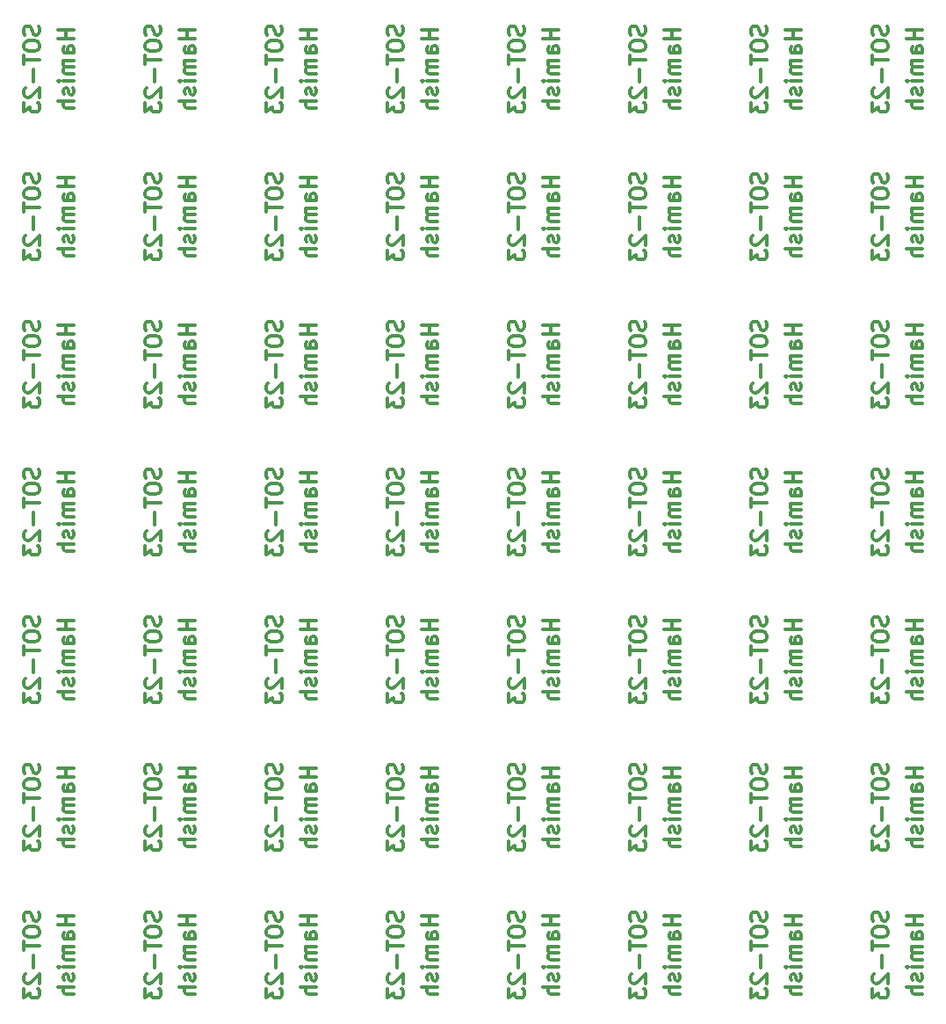
<source format=gbr>
G04 #@! TF.GenerationSoftware,KiCad,Pcbnew,(5.1.4)-1*
G04 #@! TF.CreationDate,2020-04-16T14:11:22+01:00*
G04 #@! TF.ProjectId,sot23Breakout,736f7432-3342-4726-9561-6b6f75742e6b,rev?*
G04 #@! TF.SameCoordinates,Original*
G04 #@! TF.FileFunction,Legend,Bot*
G04 #@! TF.FilePolarity,Positive*
%FSLAX46Y46*%
G04 Gerber Fmt 4.6, Leading zero omitted, Abs format (unit mm)*
G04 Created by KiCad (PCBNEW (5.1.4)-1) date 2020-04-16 14:11:22*
%MOMM*%
%LPD*%
G04 APERTURE LIST*
%ADD10C,0.300000*%
G04 APERTURE END LIST*
D10*
X28547142Y-82217142D02*
X28618571Y-82431428D01*
X28618571Y-82788571D01*
X28547142Y-82931428D01*
X28475714Y-83002857D01*
X28332857Y-83074285D01*
X28190000Y-83074285D01*
X28047142Y-83002857D01*
X27975714Y-82931428D01*
X27904285Y-82788571D01*
X27832857Y-82502857D01*
X27761428Y-82360000D01*
X27690000Y-82288571D01*
X27547142Y-82217142D01*
X27404285Y-82217142D01*
X27261428Y-82288571D01*
X27190000Y-82360000D01*
X27118571Y-82502857D01*
X27118571Y-82860000D01*
X27190000Y-83074285D01*
X27118571Y-84002857D02*
X27118571Y-84288571D01*
X27190000Y-84431428D01*
X27332857Y-84574285D01*
X27618571Y-84645714D01*
X28118571Y-84645714D01*
X28404285Y-84574285D01*
X28547142Y-84431428D01*
X28618571Y-84288571D01*
X28618571Y-84002857D01*
X28547142Y-83860000D01*
X28404285Y-83717142D01*
X28118571Y-83645714D01*
X27618571Y-83645714D01*
X27332857Y-83717142D01*
X27190000Y-83860000D01*
X27118571Y-84002857D01*
X27118571Y-85074285D02*
X27118571Y-85931428D01*
X28618571Y-85502857D02*
X27118571Y-85502857D01*
X28047142Y-86431428D02*
X28047142Y-87574285D01*
X27261428Y-88217142D02*
X27190000Y-88288571D01*
X27118571Y-88431428D01*
X27118571Y-88788571D01*
X27190000Y-88931428D01*
X27261428Y-89002857D01*
X27404285Y-89074285D01*
X27547142Y-89074285D01*
X27761428Y-89002857D01*
X28618571Y-88145714D01*
X28618571Y-89074285D01*
X27118571Y-89574285D02*
X27118571Y-90502857D01*
X27690000Y-90002857D01*
X27690000Y-90217142D01*
X27761428Y-90360000D01*
X27832857Y-90431428D01*
X27975714Y-90502857D01*
X28332857Y-90502857D01*
X28475714Y-90431428D01*
X28547142Y-90360000D01*
X28618571Y-90217142D01*
X28618571Y-89788571D01*
X28547142Y-89645714D01*
X28475714Y-89574285D01*
X31920571Y-82610000D02*
X30420571Y-82610000D01*
X31134857Y-82610000D02*
X31134857Y-83467142D01*
X31920571Y-83467142D02*
X30420571Y-83467142D01*
X31920571Y-84824285D02*
X31134857Y-84824285D01*
X30992000Y-84752857D01*
X30920571Y-84610000D01*
X30920571Y-84324285D01*
X30992000Y-84181428D01*
X31849142Y-84824285D02*
X31920571Y-84681428D01*
X31920571Y-84324285D01*
X31849142Y-84181428D01*
X31706285Y-84110000D01*
X31563428Y-84110000D01*
X31420571Y-84181428D01*
X31349142Y-84324285D01*
X31349142Y-84681428D01*
X31277714Y-84824285D01*
X31920571Y-85538571D02*
X30920571Y-85538571D01*
X31063428Y-85538571D02*
X30992000Y-85610000D01*
X30920571Y-85752857D01*
X30920571Y-85967142D01*
X30992000Y-86110000D01*
X31134857Y-86181428D01*
X31920571Y-86181428D01*
X31134857Y-86181428D02*
X30992000Y-86252857D01*
X30920571Y-86395714D01*
X30920571Y-86610000D01*
X30992000Y-86752857D01*
X31134857Y-86824285D01*
X31920571Y-86824285D01*
X31920571Y-87538571D02*
X30920571Y-87538571D01*
X30420571Y-87538571D02*
X30492000Y-87467142D01*
X30563428Y-87538571D01*
X30492000Y-87610000D01*
X30420571Y-87538571D01*
X30563428Y-87538571D01*
X31849142Y-88181428D02*
X31920571Y-88324285D01*
X31920571Y-88610000D01*
X31849142Y-88752857D01*
X31706285Y-88824285D01*
X31634857Y-88824285D01*
X31492000Y-88752857D01*
X31420571Y-88610000D01*
X31420571Y-88395714D01*
X31349142Y-88252857D01*
X31206285Y-88181428D01*
X31134857Y-88181428D01*
X30992000Y-88252857D01*
X30920571Y-88395714D01*
X30920571Y-88610000D01*
X30992000Y-88752857D01*
X31920571Y-89467142D02*
X30420571Y-89467142D01*
X31920571Y-90110000D02*
X31134857Y-90110000D01*
X30992000Y-90038571D01*
X30920571Y-89895714D01*
X30920571Y-89681428D01*
X30992000Y-89538571D01*
X31063428Y-89467142D01*
X110335142Y-82217142D02*
X110406571Y-82431428D01*
X110406571Y-82788571D01*
X110335142Y-82931428D01*
X110263714Y-83002857D01*
X110120857Y-83074285D01*
X109978000Y-83074285D01*
X109835142Y-83002857D01*
X109763714Y-82931428D01*
X109692285Y-82788571D01*
X109620857Y-82502857D01*
X109549428Y-82360000D01*
X109478000Y-82288571D01*
X109335142Y-82217142D01*
X109192285Y-82217142D01*
X109049428Y-82288571D01*
X108978000Y-82360000D01*
X108906571Y-82502857D01*
X108906571Y-82860000D01*
X108978000Y-83074285D01*
X108906571Y-84002857D02*
X108906571Y-84288571D01*
X108978000Y-84431428D01*
X109120857Y-84574285D01*
X109406571Y-84645714D01*
X109906571Y-84645714D01*
X110192285Y-84574285D01*
X110335142Y-84431428D01*
X110406571Y-84288571D01*
X110406571Y-84002857D01*
X110335142Y-83860000D01*
X110192285Y-83717142D01*
X109906571Y-83645714D01*
X109406571Y-83645714D01*
X109120857Y-83717142D01*
X108978000Y-83860000D01*
X108906571Y-84002857D01*
X108906571Y-85074285D02*
X108906571Y-85931428D01*
X110406571Y-85502857D02*
X108906571Y-85502857D01*
X109835142Y-86431428D02*
X109835142Y-87574285D01*
X109049428Y-88217142D02*
X108978000Y-88288571D01*
X108906571Y-88431428D01*
X108906571Y-88788571D01*
X108978000Y-88931428D01*
X109049428Y-89002857D01*
X109192285Y-89074285D01*
X109335142Y-89074285D01*
X109549428Y-89002857D01*
X110406571Y-88145714D01*
X110406571Y-89074285D01*
X108906571Y-89574285D02*
X108906571Y-90502857D01*
X109478000Y-90002857D01*
X109478000Y-90217142D01*
X109549428Y-90360000D01*
X109620857Y-90431428D01*
X109763714Y-90502857D01*
X110120857Y-90502857D01*
X110263714Y-90431428D01*
X110335142Y-90360000D01*
X110406571Y-90217142D01*
X110406571Y-89788571D01*
X110335142Y-89645714D01*
X110263714Y-89574285D01*
X102024571Y-82610000D02*
X100524571Y-82610000D01*
X101238857Y-82610000D02*
X101238857Y-83467142D01*
X102024571Y-83467142D02*
X100524571Y-83467142D01*
X102024571Y-84824285D02*
X101238857Y-84824285D01*
X101096000Y-84752857D01*
X101024571Y-84610000D01*
X101024571Y-84324285D01*
X101096000Y-84181428D01*
X101953142Y-84824285D02*
X102024571Y-84681428D01*
X102024571Y-84324285D01*
X101953142Y-84181428D01*
X101810285Y-84110000D01*
X101667428Y-84110000D01*
X101524571Y-84181428D01*
X101453142Y-84324285D01*
X101453142Y-84681428D01*
X101381714Y-84824285D01*
X102024571Y-85538571D02*
X101024571Y-85538571D01*
X101167428Y-85538571D02*
X101096000Y-85610000D01*
X101024571Y-85752857D01*
X101024571Y-85967142D01*
X101096000Y-86110000D01*
X101238857Y-86181428D01*
X102024571Y-86181428D01*
X101238857Y-86181428D02*
X101096000Y-86252857D01*
X101024571Y-86395714D01*
X101024571Y-86610000D01*
X101096000Y-86752857D01*
X101238857Y-86824285D01*
X102024571Y-86824285D01*
X102024571Y-87538571D02*
X101024571Y-87538571D01*
X100524571Y-87538571D02*
X100596000Y-87467142D01*
X100667428Y-87538571D01*
X100596000Y-87610000D01*
X100524571Y-87538571D01*
X100667428Y-87538571D01*
X101953142Y-88181428D02*
X102024571Y-88324285D01*
X102024571Y-88610000D01*
X101953142Y-88752857D01*
X101810285Y-88824285D01*
X101738857Y-88824285D01*
X101596000Y-88752857D01*
X101524571Y-88610000D01*
X101524571Y-88395714D01*
X101453142Y-88252857D01*
X101310285Y-88181428D01*
X101238857Y-88181428D01*
X101096000Y-88252857D01*
X101024571Y-88395714D01*
X101024571Y-88610000D01*
X101096000Y-88752857D01*
X102024571Y-89467142D02*
X100524571Y-89467142D01*
X102024571Y-90110000D02*
X101238857Y-90110000D01*
X101096000Y-90038571D01*
X101024571Y-89895714D01*
X101024571Y-89681428D01*
X101096000Y-89538571D01*
X101167428Y-89467142D01*
X113708571Y-82610000D02*
X112208571Y-82610000D01*
X112922857Y-82610000D02*
X112922857Y-83467142D01*
X113708571Y-83467142D02*
X112208571Y-83467142D01*
X113708571Y-84824285D02*
X112922857Y-84824285D01*
X112780000Y-84752857D01*
X112708571Y-84610000D01*
X112708571Y-84324285D01*
X112780000Y-84181428D01*
X113637142Y-84824285D02*
X113708571Y-84681428D01*
X113708571Y-84324285D01*
X113637142Y-84181428D01*
X113494285Y-84110000D01*
X113351428Y-84110000D01*
X113208571Y-84181428D01*
X113137142Y-84324285D01*
X113137142Y-84681428D01*
X113065714Y-84824285D01*
X113708571Y-85538571D02*
X112708571Y-85538571D01*
X112851428Y-85538571D02*
X112780000Y-85610000D01*
X112708571Y-85752857D01*
X112708571Y-85967142D01*
X112780000Y-86110000D01*
X112922857Y-86181428D01*
X113708571Y-86181428D01*
X112922857Y-86181428D02*
X112780000Y-86252857D01*
X112708571Y-86395714D01*
X112708571Y-86610000D01*
X112780000Y-86752857D01*
X112922857Y-86824285D01*
X113708571Y-86824285D01*
X113708571Y-87538571D02*
X112708571Y-87538571D01*
X112208571Y-87538571D02*
X112280000Y-87467142D01*
X112351428Y-87538571D01*
X112280000Y-87610000D01*
X112208571Y-87538571D01*
X112351428Y-87538571D01*
X113637142Y-88181428D02*
X113708571Y-88324285D01*
X113708571Y-88610000D01*
X113637142Y-88752857D01*
X113494285Y-88824285D01*
X113422857Y-88824285D01*
X113280000Y-88752857D01*
X113208571Y-88610000D01*
X113208571Y-88395714D01*
X113137142Y-88252857D01*
X112994285Y-88181428D01*
X112922857Y-88181428D01*
X112780000Y-88252857D01*
X112708571Y-88395714D01*
X112708571Y-88610000D01*
X112780000Y-88752857D01*
X113708571Y-89467142D02*
X112208571Y-89467142D01*
X113708571Y-90110000D02*
X112922857Y-90110000D01*
X112780000Y-90038571D01*
X112708571Y-89895714D01*
X112708571Y-89681428D01*
X112780000Y-89538571D01*
X112851428Y-89467142D01*
X98651142Y-82217142D02*
X98722571Y-82431428D01*
X98722571Y-82788571D01*
X98651142Y-82931428D01*
X98579714Y-83002857D01*
X98436857Y-83074285D01*
X98294000Y-83074285D01*
X98151142Y-83002857D01*
X98079714Y-82931428D01*
X98008285Y-82788571D01*
X97936857Y-82502857D01*
X97865428Y-82360000D01*
X97794000Y-82288571D01*
X97651142Y-82217142D01*
X97508285Y-82217142D01*
X97365428Y-82288571D01*
X97294000Y-82360000D01*
X97222571Y-82502857D01*
X97222571Y-82860000D01*
X97294000Y-83074285D01*
X97222571Y-84002857D02*
X97222571Y-84288571D01*
X97294000Y-84431428D01*
X97436857Y-84574285D01*
X97722571Y-84645714D01*
X98222571Y-84645714D01*
X98508285Y-84574285D01*
X98651142Y-84431428D01*
X98722571Y-84288571D01*
X98722571Y-84002857D01*
X98651142Y-83860000D01*
X98508285Y-83717142D01*
X98222571Y-83645714D01*
X97722571Y-83645714D01*
X97436857Y-83717142D01*
X97294000Y-83860000D01*
X97222571Y-84002857D01*
X97222571Y-85074285D02*
X97222571Y-85931428D01*
X98722571Y-85502857D02*
X97222571Y-85502857D01*
X98151142Y-86431428D02*
X98151142Y-87574285D01*
X97365428Y-88217142D02*
X97294000Y-88288571D01*
X97222571Y-88431428D01*
X97222571Y-88788571D01*
X97294000Y-88931428D01*
X97365428Y-89002857D01*
X97508285Y-89074285D01*
X97651142Y-89074285D01*
X97865428Y-89002857D01*
X98722571Y-88145714D01*
X98722571Y-89074285D01*
X97222571Y-89574285D02*
X97222571Y-90502857D01*
X97794000Y-90002857D01*
X97794000Y-90217142D01*
X97865428Y-90360000D01*
X97936857Y-90431428D01*
X98079714Y-90502857D01*
X98436857Y-90502857D01*
X98579714Y-90431428D01*
X98651142Y-90360000D01*
X98722571Y-90217142D01*
X98722571Y-89788571D01*
X98651142Y-89645714D01*
X98579714Y-89574285D01*
X86967142Y-82217142D02*
X87038571Y-82431428D01*
X87038571Y-82788571D01*
X86967142Y-82931428D01*
X86895714Y-83002857D01*
X86752857Y-83074285D01*
X86610000Y-83074285D01*
X86467142Y-83002857D01*
X86395714Y-82931428D01*
X86324285Y-82788571D01*
X86252857Y-82502857D01*
X86181428Y-82360000D01*
X86110000Y-82288571D01*
X85967142Y-82217142D01*
X85824285Y-82217142D01*
X85681428Y-82288571D01*
X85610000Y-82360000D01*
X85538571Y-82502857D01*
X85538571Y-82860000D01*
X85610000Y-83074285D01*
X85538571Y-84002857D02*
X85538571Y-84288571D01*
X85610000Y-84431428D01*
X85752857Y-84574285D01*
X86038571Y-84645714D01*
X86538571Y-84645714D01*
X86824285Y-84574285D01*
X86967142Y-84431428D01*
X87038571Y-84288571D01*
X87038571Y-84002857D01*
X86967142Y-83860000D01*
X86824285Y-83717142D01*
X86538571Y-83645714D01*
X86038571Y-83645714D01*
X85752857Y-83717142D01*
X85610000Y-83860000D01*
X85538571Y-84002857D01*
X85538571Y-85074285D02*
X85538571Y-85931428D01*
X87038571Y-85502857D02*
X85538571Y-85502857D01*
X86467142Y-86431428D02*
X86467142Y-87574285D01*
X85681428Y-88217142D02*
X85610000Y-88288571D01*
X85538571Y-88431428D01*
X85538571Y-88788571D01*
X85610000Y-88931428D01*
X85681428Y-89002857D01*
X85824285Y-89074285D01*
X85967142Y-89074285D01*
X86181428Y-89002857D01*
X87038571Y-88145714D01*
X87038571Y-89074285D01*
X85538571Y-89574285D02*
X85538571Y-90502857D01*
X86110000Y-90002857D01*
X86110000Y-90217142D01*
X86181428Y-90360000D01*
X86252857Y-90431428D01*
X86395714Y-90502857D01*
X86752857Y-90502857D01*
X86895714Y-90431428D01*
X86967142Y-90360000D01*
X87038571Y-90217142D01*
X87038571Y-89788571D01*
X86967142Y-89645714D01*
X86895714Y-89574285D01*
X78656571Y-82610000D02*
X77156571Y-82610000D01*
X77870857Y-82610000D02*
X77870857Y-83467142D01*
X78656571Y-83467142D02*
X77156571Y-83467142D01*
X78656571Y-84824285D02*
X77870857Y-84824285D01*
X77728000Y-84752857D01*
X77656571Y-84610000D01*
X77656571Y-84324285D01*
X77728000Y-84181428D01*
X78585142Y-84824285D02*
X78656571Y-84681428D01*
X78656571Y-84324285D01*
X78585142Y-84181428D01*
X78442285Y-84110000D01*
X78299428Y-84110000D01*
X78156571Y-84181428D01*
X78085142Y-84324285D01*
X78085142Y-84681428D01*
X78013714Y-84824285D01*
X78656571Y-85538571D02*
X77656571Y-85538571D01*
X77799428Y-85538571D02*
X77728000Y-85610000D01*
X77656571Y-85752857D01*
X77656571Y-85967142D01*
X77728000Y-86110000D01*
X77870857Y-86181428D01*
X78656571Y-86181428D01*
X77870857Y-86181428D02*
X77728000Y-86252857D01*
X77656571Y-86395714D01*
X77656571Y-86610000D01*
X77728000Y-86752857D01*
X77870857Y-86824285D01*
X78656571Y-86824285D01*
X78656571Y-87538571D02*
X77656571Y-87538571D01*
X77156571Y-87538571D02*
X77228000Y-87467142D01*
X77299428Y-87538571D01*
X77228000Y-87610000D01*
X77156571Y-87538571D01*
X77299428Y-87538571D01*
X78585142Y-88181428D02*
X78656571Y-88324285D01*
X78656571Y-88610000D01*
X78585142Y-88752857D01*
X78442285Y-88824285D01*
X78370857Y-88824285D01*
X78228000Y-88752857D01*
X78156571Y-88610000D01*
X78156571Y-88395714D01*
X78085142Y-88252857D01*
X77942285Y-88181428D01*
X77870857Y-88181428D01*
X77728000Y-88252857D01*
X77656571Y-88395714D01*
X77656571Y-88610000D01*
X77728000Y-88752857D01*
X78656571Y-89467142D02*
X77156571Y-89467142D01*
X78656571Y-90110000D02*
X77870857Y-90110000D01*
X77728000Y-90038571D01*
X77656571Y-89895714D01*
X77656571Y-89681428D01*
X77728000Y-89538571D01*
X77799428Y-89467142D01*
X90340571Y-82610000D02*
X88840571Y-82610000D01*
X89554857Y-82610000D02*
X89554857Y-83467142D01*
X90340571Y-83467142D02*
X88840571Y-83467142D01*
X90340571Y-84824285D02*
X89554857Y-84824285D01*
X89412000Y-84752857D01*
X89340571Y-84610000D01*
X89340571Y-84324285D01*
X89412000Y-84181428D01*
X90269142Y-84824285D02*
X90340571Y-84681428D01*
X90340571Y-84324285D01*
X90269142Y-84181428D01*
X90126285Y-84110000D01*
X89983428Y-84110000D01*
X89840571Y-84181428D01*
X89769142Y-84324285D01*
X89769142Y-84681428D01*
X89697714Y-84824285D01*
X90340571Y-85538571D02*
X89340571Y-85538571D01*
X89483428Y-85538571D02*
X89412000Y-85610000D01*
X89340571Y-85752857D01*
X89340571Y-85967142D01*
X89412000Y-86110000D01*
X89554857Y-86181428D01*
X90340571Y-86181428D01*
X89554857Y-86181428D02*
X89412000Y-86252857D01*
X89340571Y-86395714D01*
X89340571Y-86610000D01*
X89412000Y-86752857D01*
X89554857Y-86824285D01*
X90340571Y-86824285D01*
X90340571Y-87538571D02*
X89340571Y-87538571D01*
X88840571Y-87538571D02*
X88912000Y-87467142D01*
X88983428Y-87538571D01*
X88912000Y-87610000D01*
X88840571Y-87538571D01*
X88983428Y-87538571D01*
X90269142Y-88181428D02*
X90340571Y-88324285D01*
X90340571Y-88610000D01*
X90269142Y-88752857D01*
X90126285Y-88824285D01*
X90054857Y-88824285D01*
X89912000Y-88752857D01*
X89840571Y-88610000D01*
X89840571Y-88395714D01*
X89769142Y-88252857D01*
X89626285Y-88181428D01*
X89554857Y-88181428D01*
X89412000Y-88252857D01*
X89340571Y-88395714D01*
X89340571Y-88610000D01*
X89412000Y-88752857D01*
X90340571Y-89467142D02*
X88840571Y-89467142D01*
X90340571Y-90110000D02*
X89554857Y-90110000D01*
X89412000Y-90038571D01*
X89340571Y-89895714D01*
X89340571Y-89681428D01*
X89412000Y-89538571D01*
X89483428Y-89467142D01*
X75283142Y-82217142D02*
X75354571Y-82431428D01*
X75354571Y-82788571D01*
X75283142Y-82931428D01*
X75211714Y-83002857D01*
X75068857Y-83074285D01*
X74926000Y-83074285D01*
X74783142Y-83002857D01*
X74711714Y-82931428D01*
X74640285Y-82788571D01*
X74568857Y-82502857D01*
X74497428Y-82360000D01*
X74426000Y-82288571D01*
X74283142Y-82217142D01*
X74140285Y-82217142D01*
X73997428Y-82288571D01*
X73926000Y-82360000D01*
X73854571Y-82502857D01*
X73854571Y-82860000D01*
X73926000Y-83074285D01*
X73854571Y-84002857D02*
X73854571Y-84288571D01*
X73926000Y-84431428D01*
X74068857Y-84574285D01*
X74354571Y-84645714D01*
X74854571Y-84645714D01*
X75140285Y-84574285D01*
X75283142Y-84431428D01*
X75354571Y-84288571D01*
X75354571Y-84002857D01*
X75283142Y-83860000D01*
X75140285Y-83717142D01*
X74854571Y-83645714D01*
X74354571Y-83645714D01*
X74068857Y-83717142D01*
X73926000Y-83860000D01*
X73854571Y-84002857D01*
X73854571Y-85074285D02*
X73854571Y-85931428D01*
X75354571Y-85502857D02*
X73854571Y-85502857D01*
X74783142Y-86431428D02*
X74783142Y-87574285D01*
X73997428Y-88217142D02*
X73926000Y-88288571D01*
X73854571Y-88431428D01*
X73854571Y-88788571D01*
X73926000Y-88931428D01*
X73997428Y-89002857D01*
X74140285Y-89074285D01*
X74283142Y-89074285D01*
X74497428Y-89002857D01*
X75354571Y-88145714D01*
X75354571Y-89074285D01*
X73854571Y-89574285D02*
X73854571Y-90502857D01*
X74426000Y-90002857D01*
X74426000Y-90217142D01*
X74497428Y-90360000D01*
X74568857Y-90431428D01*
X74711714Y-90502857D01*
X75068857Y-90502857D01*
X75211714Y-90431428D01*
X75283142Y-90360000D01*
X75354571Y-90217142D01*
X75354571Y-89788571D01*
X75283142Y-89645714D01*
X75211714Y-89574285D01*
X66972571Y-82610000D02*
X65472571Y-82610000D01*
X66186857Y-82610000D02*
X66186857Y-83467142D01*
X66972571Y-83467142D02*
X65472571Y-83467142D01*
X66972571Y-84824285D02*
X66186857Y-84824285D01*
X66044000Y-84752857D01*
X65972571Y-84610000D01*
X65972571Y-84324285D01*
X66044000Y-84181428D01*
X66901142Y-84824285D02*
X66972571Y-84681428D01*
X66972571Y-84324285D01*
X66901142Y-84181428D01*
X66758285Y-84110000D01*
X66615428Y-84110000D01*
X66472571Y-84181428D01*
X66401142Y-84324285D01*
X66401142Y-84681428D01*
X66329714Y-84824285D01*
X66972571Y-85538571D02*
X65972571Y-85538571D01*
X66115428Y-85538571D02*
X66044000Y-85610000D01*
X65972571Y-85752857D01*
X65972571Y-85967142D01*
X66044000Y-86110000D01*
X66186857Y-86181428D01*
X66972571Y-86181428D01*
X66186857Y-86181428D02*
X66044000Y-86252857D01*
X65972571Y-86395714D01*
X65972571Y-86610000D01*
X66044000Y-86752857D01*
X66186857Y-86824285D01*
X66972571Y-86824285D01*
X66972571Y-87538571D02*
X65972571Y-87538571D01*
X65472571Y-87538571D02*
X65544000Y-87467142D01*
X65615428Y-87538571D01*
X65544000Y-87610000D01*
X65472571Y-87538571D01*
X65615428Y-87538571D01*
X66901142Y-88181428D02*
X66972571Y-88324285D01*
X66972571Y-88610000D01*
X66901142Y-88752857D01*
X66758285Y-88824285D01*
X66686857Y-88824285D01*
X66544000Y-88752857D01*
X66472571Y-88610000D01*
X66472571Y-88395714D01*
X66401142Y-88252857D01*
X66258285Y-88181428D01*
X66186857Y-88181428D01*
X66044000Y-88252857D01*
X65972571Y-88395714D01*
X65972571Y-88610000D01*
X66044000Y-88752857D01*
X66972571Y-89467142D02*
X65472571Y-89467142D01*
X66972571Y-90110000D02*
X66186857Y-90110000D01*
X66044000Y-90038571D01*
X65972571Y-89895714D01*
X65972571Y-89681428D01*
X66044000Y-89538571D01*
X66115428Y-89467142D01*
X51915142Y-82217142D02*
X51986571Y-82431428D01*
X51986571Y-82788571D01*
X51915142Y-82931428D01*
X51843714Y-83002857D01*
X51700857Y-83074285D01*
X51558000Y-83074285D01*
X51415142Y-83002857D01*
X51343714Y-82931428D01*
X51272285Y-82788571D01*
X51200857Y-82502857D01*
X51129428Y-82360000D01*
X51058000Y-82288571D01*
X50915142Y-82217142D01*
X50772285Y-82217142D01*
X50629428Y-82288571D01*
X50558000Y-82360000D01*
X50486571Y-82502857D01*
X50486571Y-82860000D01*
X50558000Y-83074285D01*
X50486571Y-84002857D02*
X50486571Y-84288571D01*
X50558000Y-84431428D01*
X50700857Y-84574285D01*
X50986571Y-84645714D01*
X51486571Y-84645714D01*
X51772285Y-84574285D01*
X51915142Y-84431428D01*
X51986571Y-84288571D01*
X51986571Y-84002857D01*
X51915142Y-83860000D01*
X51772285Y-83717142D01*
X51486571Y-83645714D01*
X50986571Y-83645714D01*
X50700857Y-83717142D01*
X50558000Y-83860000D01*
X50486571Y-84002857D01*
X50486571Y-85074285D02*
X50486571Y-85931428D01*
X51986571Y-85502857D02*
X50486571Y-85502857D01*
X51415142Y-86431428D02*
X51415142Y-87574285D01*
X50629428Y-88217142D02*
X50558000Y-88288571D01*
X50486571Y-88431428D01*
X50486571Y-88788571D01*
X50558000Y-88931428D01*
X50629428Y-89002857D01*
X50772285Y-89074285D01*
X50915142Y-89074285D01*
X51129428Y-89002857D01*
X51986571Y-88145714D01*
X51986571Y-89074285D01*
X50486571Y-89574285D02*
X50486571Y-90502857D01*
X51058000Y-90002857D01*
X51058000Y-90217142D01*
X51129428Y-90360000D01*
X51200857Y-90431428D01*
X51343714Y-90502857D01*
X51700857Y-90502857D01*
X51843714Y-90431428D01*
X51915142Y-90360000D01*
X51986571Y-90217142D01*
X51986571Y-89788571D01*
X51915142Y-89645714D01*
X51843714Y-89574285D01*
X55288571Y-82610000D02*
X53788571Y-82610000D01*
X54502857Y-82610000D02*
X54502857Y-83467142D01*
X55288571Y-83467142D02*
X53788571Y-83467142D01*
X55288571Y-84824285D02*
X54502857Y-84824285D01*
X54360000Y-84752857D01*
X54288571Y-84610000D01*
X54288571Y-84324285D01*
X54360000Y-84181428D01*
X55217142Y-84824285D02*
X55288571Y-84681428D01*
X55288571Y-84324285D01*
X55217142Y-84181428D01*
X55074285Y-84110000D01*
X54931428Y-84110000D01*
X54788571Y-84181428D01*
X54717142Y-84324285D01*
X54717142Y-84681428D01*
X54645714Y-84824285D01*
X55288571Y-85538571D02*
X54288571Y-85538571D01*
X54431428Y-85538571D02*
X54360000Y-85610000D01*
X54288571Y-85752857D01*
X54288571Y-85967142D01*
X54360000Y-86110000D01*
X54502857Y-86181428D01*
X55288571Y-86181428D01*
X54502857Y-86181428D02*
X54360000Y-86252857D01*
X54288571Y-86395714D01*
X54288571Y-86610000D01*
X54360000Y-86752857D01*
X54502857Y-86824285D01*
X55288571Y-86824285D01*
X55288571Y-87538571D02*
X54288571Y-87538571D01*
X53788571Y-87538571D02*
X53860000Y-87467142D01*
X53931428Y-87538571D01*
X53860000Y-87610000D01*
X53788571Y-87538571D01*
X53931428Y-87538571D01*
X55217142Y-88181428D02*
X55288571Y-88324285D01*
X55288571Y-88610000D01*
X55217142Y-88752857D01*
X55074285Y-88824285D01*
X55002857Y-88824285D01*
X54860000Y-88752857D01*
X54788571Y-88610000D01*
X54788571Y-88395714D01*
X54717142Y-88252857D01*
X54574285Y-88181428D01*
X54502857Y-88181428D01*
X54360000Y-88252857D01*
X54288571Y-88395714D01*
X54288571Y-88610000D01*
X54360000Y-88752857D01*
X55288571Y-89467142D02*
X53788571Y-89467142D01*
X55288571Y-90110000D02*
X54502857Y-90110000D01*
X54360000Y-90038571D01*
X54288571Y-89895714D01*
X54288571Y-89681428D01*
X54360000Y-89538571D01*
X54431428Y-89467142D01*
X63599142Y-82217142D02*
X63670571Y-82431428D01*
X63670571Y-82788571D01*
X63599142Y-82931428D01*
X63527714Y-83002857D01*
X63384857Y-83074285D01*
X63242000Y-83074285D01*
X63099142Y-83002857D01*
X63027714Y-82931428D01*
X62956285Y-82788571D01*
X62884857Y-82502857D01*
X62813428Y-82360000D01*
X62742000Y-82288571D01*
X62599142Y-82217142D01*
X62456285Y-82217142D01*
X62313428Y-82288571D01*
X62242000Y-82360000D01*
X62170571Y-82502857D01*
X62170571Y-82860000D01*
X62242000Y-83074285D01*
X62170571Y-84002857D02*
X62170571Y-84288571D01*
X62242000Y-84431428D01*
X62384857Y-84574285D01*
X62670571Y-84645714D01*
X63170571Y-84645714D01*
X63456285Y-84574285D01*
X63599142Y-84431428D01*
X63670571Y-84288571D01*
X63670571Y-84002857D01*
X63599142Y-83860000D01*
X63456285Y-83717142D01*
X63170571Y-83645714D01*
X62670571Y-83645714D01*
X62384857Y-83717142D01*
X62242000Y-83860000D01*
X62170571Y-84002857D01*
X62170571Y-85074285D02*
X62170571Y-85931428D01*
X63670571Y-85502857D02*
X62170571Y-85502857D01*
X63099142Y-86431428D02*
X63099142Y-87574285D01*
X62313428Y-88217142D02*
X62242000Y-88288571D01*
X62170571Y-88431428D01*
X62170571Y-88788571D01*
X62242000Y-88931428D01*
X62313428Y-89002857D01*
X62456285Y-89074285D01*
X62599142Y-89074285D01*
X62813428Y-89002857D01*
X63670571Y-88145714D01*
X63670571Y-89074285D01*
X62170571Y-89574285D02*
X62170571Y-90502857D01*
X62742000Y-90002857D01*
X62742000Y-90217142D01*
X62813428Y-90360000D01*
X62884857Y-90431428D01*
X63027714Y-90502857D01*
X63384857Y-90502857D01*
X63527714Y-90431428D01*
X63599142Y-90360000D01*
X63670571Y-90217142D01*
X63670571Y-89788571D01*
X63599142Y-89645714D01*
X63527714Y-89574285D01*
X40231142Y-82217142D02*
X40302571Y-82431428D01*
X40302571Y-82788571D01*
X40231142Y-82931428D01*
X40159714Y-83002857D01*
X40016857Y-83074285D01*
X39874000Y-83074285D01*
X39731142Y-83002857D01*
X39659714Y-82931428D01*
X39588285Y-82788571D01*
X39516857Y-82502857D01*
X39445428Y-82360000D01*
X39374000Y-82288571D01*
X39231142Y-82217142D01*
X39088285Y-82217142D01*
X38945428Y-82288571D01*
X38874000Y-82360000D01*
X38802571Y-82502857D01*
X38802571Y-82860000D01*
X38874000Y-83074285D01*
X38802571Y-84002857D02*
X38802571Y-84288571D01*
X38874000Y-84431428D01*
X39016857Y-84574285D01*
X39302571Y-84645714D01*
X39802571Y-84645714D01*
X40088285Y-84574285D01*
X40231142Y-84431428D01*
X40302571Y-84288571D01*
X40302571Y-84002857D01*
X40231142Y-83860000D01*
X40088285Y-83717142D01*
X39802571Y-83645714D01*
X39302571Y-83645714D01*
X39016857Y-83717142D01*
X38874000Y-83860000D01*
X38802571Y-84002857D01*
X38802571Y-85074285D02*
X38802571Y-85931428D01*
X40302571Y-85502857D02*
X38802571Y-85502857D01*
X39731142Y-86431428D02*
X39731142Y-87574285D01*
X38945428Y-88217142D02*
X38874000Y-88288571D01*
X38802571Y-88431428D01*
X38802571Y-88788571D01*
X38874000Y-88931428D01*
X38945428Y-89002857D01*
X39088285Y-89074285D01*
X39231142Y-89074285D01*
X39445428Y-89002857D01*
X40302571Y-88145714D01*
X40302571Y-89074285D01*
X38802571Y-89574285D02*
X38802571Y-90502857D01*
X39374000Y-90002857D01*
X39374000Y-90217142D01*
X39445428Y-90360000D01*
X39516857Y-90431428D01*
X39659714Y-90502857D01*
X40016857Y-90502857D01*
X40159714Y-90431428D01*
X40231142Y-90360000D01*
X40302571Y-90217142D01*
X40302571Y-89788571D01*
X40231142Y-89645714D01*
X40159714Y-89574285D01*
X43604571Y-82610000D02*
X42104571Y-82610000D01*
X42818857Y-82610000D02*
X42818857Y-83467142D01*
X43604571Y-83467142D02*
X42104571Y-83467142D01*
X43604571Y-84824285D02*
X42818857Y-84824285D01*
X42676000Y-84752857D01*
X42604571Y-84610000D01*
X42604571Y-84324285D01*
X42676000Y-84181428D01*
X43533142Y-84824285D02*
X43604571Y-84681428D01*
X43604571Y-84324285D01*
X43533142Y-84181428D01*
X43390285Y-84110000D01*
X43247428Y-84110000D01*
X43104571Y-84181428D01*
X43033142Y-84324285D01*
X43033142Y-84681428D01*
X42961714Y-84824285D01*
X43604571Y-85538571D02*
X42604571Y-85538571D01*
X42747428Y-85538571D02*
X42676000Y-85610000D01*
X42604571Y-85752857D01*
X42604571Y-85967142D01*
X42676000Y-86110000D01*
X42818857Y-86181428D01*
X43604571Y-86181428D01*
X42818857Y-86181428D02*
X42676000Y-86252857D01*
X42604571Y-86395714D01*
X42604571Y-86610000D01*
X42676000Y-86752857D01*
X42818857Y-86824285D01*
X43604571Y-86824285D01*
X43604571Y-87538571D02*
X42604571Y-87538571D01*
X42104571Y-87538571D02*
X42176000Y-87467142D01*
X42247428Y-87538571D01*
X42176000Y-87610000D01*
X42104571Y-87538571D01*
X42247428Y-87538571D01*
X43533142Y-88181428D02*
X43604571Y-88324285D01*
X43604571Y-88610000D01*
X43533142Y-88752857D01*
X43390285Y-88824285D01*
X43318857Y-88824285D01*
X43176000Y-88752857D01*
X43104571Y-88610000D01*
X43104571Y-88395714D01*
X43033142Y-88252857D01*
X42890285Y-88181428D01*
X42818857Y-88181428D01*
X42676000Y-88252857D01*
X42604571Y-88395714D01*
X42604571Y-88610000D01*
X42676000Y-88752857D01*
X43604571Y-89467142D02*
X42104571Y-89467142D01*
X43604571Y-90110000D02*
X42818857Y-90110000D01*
X42676000Y-90038571D01*
X42604571Y-89895714D01*
X42604571Y-89681428D01*
X42676000Y-89538571D01*
X42747428Y-89467142D01*
X110335142Y-96441142D02*
X110406571Y-96655428D01*
X110406571Y-97012571D01*
X110335142Y-97155428D01*
X110263714Y-97226857D01*
X110120857Y-97298285D01*
X109978000Y-97298285D01*
X109835142Y-97226857D01*
X109763714Y-97155428D01*
X109692285Y-97012571D01*
X109620857Y-96726857D01*
X109549428Y-96584000D01*
X109478000Y-96512571D01*
X109335142Y-96441142D01*
X109192285Y-96441142D01*
X109049428Y-96512571D01*
X108978000Y-96584000D01*
X108906571Y-96726857D01*
X108906571Y-97084000D01*
X108978000Y-97298285D01*
X108906571Y-98226857D02*
X108906571Y-98512571D01*
X108978000Y-98655428D01*
X109120857Y-98798285D01*
X109406571Y-98869714D01*
X109906571Y-98869714D01*
X110192285Y-98798285D01*
X110335142Y-98655428D01*
X110406571Y-98512571D01*
X110406571Y-98226857D01*
X110335142Y-98084000D01*
X110192285Y-97941142D01*
X109906571Y-97869714D01*
X109406571Y-97869714D01*
X109120857Y-97941142D01*
X108978000Y-98084000D01*
X108906571Y-98226857D01*
X108906571Y-99298285D02*
X108906571Y-100155428D01*
X110406571Y-99726857D02*
X108906571Y-99726857D01*
X109835142Y-100655428D02*
X109835142Y-101798285D01*
X109049428Y-102441142D02*
X108978000Y-102512571D01*
X108906571Y-102655428D01*
X108906571Y-103012571D01*
X108978000Y-103155428D01*
X109049428Y-103226857D01*
X109192285Y-103298285D01*
X109335142Y-103298285D01*
X109549428Y-103226857D01*
X110406571Y-102369714D01*
X110406571Y-103298285D01*
X108906571Y-103798285D02*
X108906571Y-104726857D01*
X109478000Y-104226857D01*
X109478000Y-104441142D01*
X109549428Y-104584000D01*
X109620857Y-104655428D01*
X109763714Y-104726857D01*
X110120857Y-104726857D01*
X110263714Y-104655428D01*
X110335142Y-104584000D01*
X110406571Y-104441142D01*
X110406571Y-104012571D01*
X110335142Y-103869714D01*
X110263714Y-103798285D01*
X90340571Y-96834000D02*
X88840571Y-96834000D01*
X89554857Y-96834000D02*
X89554857Y-97691142D01*
X90340571Y-97691142D02*
X88840571Y-97691142D01*
X90340571Y-99048285D02*
X89554857Y-99048285D01*
X89412000Y-98976857D01*
X89340571Y-98834000D01*
X89340571Y-98548285D01*
X89412000Y-98405428D01*
X90269142Y-99048285D02*
X90340571Y-98905428D01*
X90340571Y-98548285D01*
X90269142Y-98405428D01*
X90126285Y-98334000D01*
X89983428Y-98334000D01*
X89840571Y-98405428D01*
X89769142Y-98548285D01*
X89769142Y-98905428D01*
X89697714Y-99048285D01*
X90340571Y-99762571D02*
X89340571Y-99762571D01*
X89483428Y-99762571D02*
X89412000Y-99834000D01*
X89340571Y-99976857D01*
X89340571Y-100191142D01*
X89412000Y-100334000D01*
X89554857Y-100405428D01*
X90340571Y-100405428D01*
X89554857Y-100405428D02*
X89412000Y-100476857D01*
X89340571Y-100619714D01*
X89340571Y-100834000D01*
X89412000Y-100976857D01*
X89554857Y-101048285D01*
X90340571Y-101048285D01*
X90340571Y-101762571D02*
X89340571Y-101762571D01*
X88840571Y-101762571D02*
X88912000Y-101691142D01*
X88983428Y-101762571D01*
X88912000Y-101834000D01*
X88840571Y-101762571D01*
X88983428Y-101762571D01*
X90269142Y-102405428D02*
X90340571Y-102548285D01*
X90340571Y-102834000D01*
X90269142Y-102976857D01*
X90126285Y-103048285D01*
X90054857Y-103048285D01*
X89912000Y-102976857D01*
X89840571Y-102834000D01*
X89840571Y-102619714D01*
X89769142Y-102476857D01*
X89626285Y-102405428D01*
X89554857Y-102405428D01*
X89412000Y-102476857D01*
X89340571Y-102619714D01*
X89340571Y-102834000D01*
X89412000Y-102976857D01*
X90340571Y-103691142D02*
X88840571Y-103691142D01*
X90340571Y-104334000D02*
X89554857Y-104334000D01*
X89412000Y-104262571D01*
X89340571Y-104119714D01*
X89340571Y-103905428D01*
X89412000Y-103762571D01*
X89483428Y-103691142D01*
X98651142Y-96441142D02*
X98722571Y-96655428D01*
X98722571Y-97012571D01*
X98651142Y-97155428D01*
X98579714Y-97226857D01*
X98436857Y-97298285D01*
X98294000Y-97298285D01*
X98151142Y-97226857D01*
X98079714Y-97155428D01*
X98008285Y-97012571D01*
X97936857Y-96726857D01*
X97865428Y-96584000D01*
X97794000Y-96512571D01*
X97651142Y-96441142D01*
X97508285Y-96441142D01*
X97365428Y-96512571D01*
X97294000Y-96584000D01*
X97222571Y-96726857D01*
X97222571Y-97084000D01*
X97294000Y-97298285D01*
X97222571Y-98226857D02*
X97222571Y-98512571D01*
X97294000Y-98655428D01*
X97436857Y-98798285D01*
X97722571Y-98869714D01*
X98222571Y-98869714D01*
X98508285Y-98798285D01*
X98651142Y-98655428D01*
X98722571Y-98512571D01*
X98722571Y-98226857D01*
X98651142Y-98084000D01*
X98508285Y-97941142D01*
X98222571Y-97869714D01*
X97722571Y-97869714D01*
X97436857Y-97941142D01*
X97294000Y-98084000D01*
X97222571Y-98226857D01*
X97222571Y-99298285D02*
X97222571Y-100155428D01*
X98722571Y-99726857D02*
X97222571Y-99726857D01*
X98151142Y-100655428D02*
X98151142Y-101798285D01*
X97365428Y-102441142D02*
X97294000Y-102512571D01*
X97222571Y-102655428D01*
X97222571Y-103012571D01*
X97294000Y-103155428D01*
X97365428Y-103226857D01*
X97508285Y-103298285D01*
X97651142Y-103298285D01*
X97865428Y-103226857D01*
X98722571Y-102369714D01*
X98722571Y-103298285D01*
X97222571Y-103798285D02*
X97222571Y-104726857D01*
X97794000Y-104226857D01*
X97794000Y-104441142D01*
X97865428Y-104584000D01*
X97936857Y-104655428D01*
X98079714Y-104726857D01*
X98436857Y-104726857D01*
X98579714Y-104655428D01*
X98651142Y-104584000D01*
X98722571Y-104441142D01*
X98722571Y-104012571D01*
X98651142Y-103869714D01*
X98579714Y-103798285D01*
X78656571Y-96834000D02*
X77156571Y-96834000D01*
X77870857Y-96834000D02*
X77870857Y-97691142D01*
X78656571Y-97691142D02*
X77156571Y-97691142D01*
X78656571Y-99048285D02*
X77870857Y-99048285D01*
X77728000Y-98976857D01*
X77656571Y-98834000D01*
X77656571Y-98548285D01*
X77728000Y-98405428D01*
X78585142Y-99048285D02*
X78656571Y-98905428D01*
X78656571Y-98548285D01*
X78585142Y-98405428D01*
X78442285Y-98334000D01*
X78299428Y-98334000D01*
X78156571Y-98405428D01*
X78085142Y-98548285D01*
X78085142Y-98905428D01*
X78013714Y-99048285D01*
X78656571Y-99762571D02*
X77656571Y-99762571D01*
X77799428Y-99762571D02*
X77728000Y-99834000D01*
X77656571Y-99976857D01*
X77656571Y-100191142D01*
X77728000Y-100334000D01*
X77870857Y-100405428D01*
X78656571Y-100405428D01*
X77870857Y-100405428D02*
X77728000Y-100476857D01*
X77656571Y-100619714D01*
X77656571Y-100834000D01*
X77728000Y-100976857D01*
X77870857Y-101048285D01*
X78656571Y-101048285D01*
X78656571Y-101762571D02*
X77656571Y-101762571D01*
X77156571Y-101762571D02*
X77228000Y-101691142D01*
X77299428Y-101762571D01*
X77228000Y-101834000D01*
X77156571Y-101762571D01*
X77299428Y-101762571D01*
X78585142Y-102405428D02*
X78656571Y-102548285D01*
X78656571Y-102834000D01*
X78585142Y-102976857D01*
X78442285Y-103048285D01*
X78370857Y-103048285D01*
X78228000Y-102976857D01*
X78156571Y-102834000D01*
X78156571Y-102619714D01*
X78085142Y-102476857D01*
X77942285Y-102405428D01*
X77870857Y-102405428D01*
X77728000Y-102476857D01*
X77656571Y-102619714D01*
X77656571Y-102834000D01*
X77728000Y-102976857D01*
X78656571Y-103691142D02*
X77156571Y-103691142D01*
X78656571Y-104334000D02*
X77870857Y-104334000D01*
X77728000Y-104262571D01*
X77656571Y-104119714D01*
X77656571Y-103905428D01*
X77728000Y-103762571D01*
X77799428Y-103691142D01*
X102024571Y-96834000D02*
X100524571Y-96834000D01*
X101238857Y-96834000D02*
X101238857Y-97691142D01*
X102024571Y-97691142D02*
X100524571Y-97691142D01*
X102024571Y-99048285D02*
X101238857Y-99048285D01*
X101096000Y-98976857D01*
X101024571Y-98834000D01*
X101024571Y-98548285D01*
X101096000Y-98405428D01*
X101953142Y-99048285D02*
X102024571Y-98905428D01*
X102024571Y-98548285D01*
X101953142Y-98405428D01*
X101810285Y-98334000D01*
X101667428Y-98334000D01*
X101524571Y-98405428D01*
X101453142Y-98548285D01*
X101453142Y-98905428D01*
X101381714Y-99048285D01*
X102024571Y-99762571D02*
X101024571Y-99762571D01*
X101167428Y-99762571D02*
X101096000Y-99834000D01*
X101024571Y-99976857D01*
X101024571Y-100191142D01*
X101096000Y-100334000D01*
X101238857Y-100405428D01*
X102024571Y-100405428D01*
X101238857Y-100405428D02*
X101096000Y-100476857D01*
X101024571Y-100619714D01*
X101024571Y-100834000D01*
X101096000Y-100976857D01*
X101238857Y-101048285D01*
X102024571Y-101048285D01*
X102024571Y-101762571D02*
X101024571Y-101762571D01*
X100524571Y-101762571D02*
X100596000Y-101691142D01*
X100667428Y-101762571D01*
X100596000Y-101834000D01*
X100524571Y-101762571D01*
X100667428Y-101762571D01*
X101953142Y-102405428D02*
X102024571Y-102548285D01*
X102024571Y-102834000D01*
X101953142Y-102976857D01*
X101810285Y-103048285D01*
X101738857Y-103048285D01*
X101596000Y-102976857D01*
X101524571Y-102834000D01*
X101524571Y-102619714D01*
X101453142Y-102476857D01*
X101310285Y-102405428D01*
X101238857Y-102405428D01*
X101096000Y-102476857D01*
X101024571Y-102619714D01*
X101024571Y-102834000D01*
X101096000Y-102976857D01*
X102024571Y-103691142D02*
X100524571Y-103691142D01*
X102024571Y-104334000D02*
X101238857Y-104334000D01*
X101096000Y-104262571D01*
X101024571Y-104119714D01*
X101024571Y-103905428D01*
X101096000Y-103762571D01*
X101167428Y-103691142D01*
X113708571Y-96834000D02*
X112208571Y-96834000D01*
X112922857Y-96834000D02*
X112922857Y-97691142D01*
X113708571Y-97691142D02*
X112208571Y-97691142D01*
X113708571Y-99048285D02*
X112922857Y-99048285D01*
X112780000Y-98976857D01*
X112708571Y-98834000D01*
X112708571Y-98548285D01*
X112780000Y-98405428D01*
X113637142Y-99048285D02*
X113708571Y-98905428D01*
X113708571Y-98548285D01*
X113637142Y-98405428D01*
X113494285Y-98334000D01*
X113351428Y-98334000D01*
X113208571Y-98405428D01*
X113137142Y-98548285D01*
X113137142Y-98905428D01*
X113065714Y-99048285D01*
X113708571Y-99762571D02*
X112708571Y-99762571D01*
X112851428Y-99762571D02*
X112780000Y-99834000D01*
X112708571Y-99976857D01*
X112708571Y-100191142D01*
X112780000Y-100334000D01*
X112922857Y-100405428D01*
X113708571Y-100405428D01*
X112922857Y-100405428D02*
X112780000Y-100476857D01*
X112708571Y-100619714D01*
X112708571Y-100834000D01*
X112780000Y-100976857D01*
X112922857Y-101048285D01*
X113708571Y-101048285D01*
X113708571Y-101762571D02*
X112708571Y-101762571D01*
X112208571Y-101762571D02*
X112280000Y-101691142D01*
X112351428Y-101762571D01*
X112280000Y-101834000D01*
X112208571Y-101762571D01*
X112351428Y-101762571D01*
X113637142Y-102405428D02*
X113708571Y-102548285D01*
X113708571Y-102834000D01*
X113637142Y-102976857D01*
X113494285Y-103048285D01*
X113422857Y-103048285D01*
X113280000Y-102976857D01*
X113208571Y-102834000D01*
X113208571Y-102619714D01*
X113137142Y-102476857D01*
X112994285Y-102405428D01*
X112922857Y-102405428D01*
X112780000Y-102476857D01*
X112708571Y-102619714D01*
X112708571Y-102834000D01*
X112780000Y-102976857D01*
X113708571Y-103691142D02*
X112208571Y-103691142D01*
X113708571Y-104334000D02*
X112922857Y-104334000D01*
X112780000Y-104262571D01*
X112708571Y-104119714D01*
X112708571Y-103905428D01*
X112780000Y-103762571D01*
X112851428Y-103691142D01*
X75283142Y-96441142D02*
X75354571Y-96655428D01*
X75354571Y-97012571D01*
X75283142Y-97155428D01*
X75211714Y-97226857D01*
X75068857Y-97298285D01*
X74926000Y-97298285D01*
X74783142Y-97226857D01*
X74711714Y-97155428D01*
X74640285Y-97012571D01*
X74568857Y-96726857D01*
X74497428Y-96584000D01*
X74426000Y-96512571D01*
X74283142Y-96441142D01*
X74140285Y-96441142D01*
X73997428Y-96512571D01*
X73926000Y-96584000D01*
X73854571Y-96726857D01*
X73854571Y-97084000D01*
X73926000Y-97298285D01*
X73854571Y-98226857D02*
X73854571Y-98512571D01*
X73926000Y-98655428D01*
X74068857Y-98798285D01*
X74354571Y-98869714D01*
X74854571Y-98869714D01*
X75140285Y-98798285D01*
X75283142Y-98655428D01*
X75354571Y-98512571D01*
X75354571Y-98226857D01*
X75283142Y-98084000D01*
X75140285Y-97941142D01*
X74854571Y-97869714D01*
X74354571Y-97869714D01*
X74068857Y-97941142D01*
X73926000Y-98084000D01*
X73854571Y-98226857D01*
X73854571Y-99298285D02*
X73854571Y-100155428D01*
X75354571Y-99726857D02*
X73854571Y-99726857D01*
X74783142Y-100655428D02*
X74783142Y-101798285D01*
X73997428Y-102441142D02*
X73926000Y-102512571D01*
X73854571Y-102655428D01*
X73854571Y-103012571D01*
X73926000Y-103155428D01*
X73997428Y-103226857D01*
X74140285Y-103298285D01*
X74283142Y-103298285D01*
X74497428Y-103226857D01*
X75354571Y-102369714D01*
X75354571Y-103298285D01*
X73854571Y-103798285D02*
X73854571Y-104726857D01*
X74426000Y-104226857D01*
X74426000Y-104441142D01*
X74497428Y-104584000D01*
X74568857Y-104655428D01*
X74711714Y-104726857D01*
X75068857Y-104726857D01*
X75211714Y-104655428D01*
X75283142Y-104584000D01*
X75354571Y-104441142D01*
X75354571Y-104012571D01*
X75283142Y-103869714D01*
X75211714Y-103798285D01*
X86967142Y-96441142D02*
X87038571Y-96655428D01*
X87038571Y-97012571D01*
X86967142Y-97155428D01*
X86895714Y-97226857D01*
X86752857Y-97298285D01*
X86610000Y-97298285D01*
X86467142Y-97226857D01*
X86395714Y-97155428D01*
X86324285Y-97012571D01*
X86252857Y-96726857D01*
X86181428Y-96584000D01*
X86110000Y-96512571D01*
X85967142Y-96441142D01*
X85824285Y-96441142D01*
X85681428Y-96512571D01*
X85610000Y-96584000D01*
X85538571Y-96726857D01*
X85538571Y-97084000D01*
X85610000Y-97298285D01*
X85538571Y-98226857D02*
X85538571Y-98512571D01*
X85610000Y-98655428D01*
X85752857Y-98798285D01*
X86038571Y-98869714D01*
X86538571Y-98869714D01*
X86824285Y-98798285D01*
X86967142Y-98655428D01*
X87038571Y-98512571D01*
X87038571Y-98226857D01*
X86967142Y-98084000D01*
X86824285Y-97941142D01*
X86538571Y-97869714D01*
X86038571Y-97869714D01*
X85752857Y-97941142D01*
X85610000Y-98084000D01*
X85538571Y-98226857D01*
X85538571Y-99298285D02*
X85538571Y-100155428D01*
X87038571Y-99726857D02*
X85538571Y-99726857D01*
X86467142Y-100655428D02*
X86467142Y-101798285D01*
X85681428Y-102441142D02*
X85610000Y-102512571D01*
X85538571Y-102655428D01*
X85538571Y-103012571D01*
X85610000Y-103155428D01*
X85681428Y-103226857D01*
X85824285Y-103298285D01*
X85967142Y-103298285D01*
X86181428Y-103226857D01*
X87038571Y-102369714D01*
X87038571Y-103298285D01*
X85538571Y-103798285D02*
X85538571Y-104726857D01*
X86110000Y-104226857D01*
X86110000Y-104441142D01*
X86181428Y-104584000D01*
X86252857Y-104655428D01*
X86395714Y-104726857D01*
X86752857Y-104726857D01*
X86895714Y-104655428D01*
X86967142Y-104584000D01*
X87038571Y-104441142D01*
X87038571Y-104012571D01*
X86967142Y-103869714D01*
X86895714Y-103798285D01*
X66972571Y-96834000D02*
X65472571Y-96834000D01*
X66186857Y-96834000D02*
X66186857Y-97691142D01*
X66972571Y-97691142D02*
X65472571Y-97691142D01*
X66972571Y-99048285D02*
X66186857Y-99048285D01*
X66044000Y-98976857D01*
X65972571Y-98834000D01*
X65972571Y-98548285D01*
X66044000Y-98405428D01*
X66901142Y-99048285D02*
X66972571Y-98905428D01*
X66972571Y-98548285D01*
X66901142Y-98405428D01*
X66758285Y-98334000D01*
X66615428Y-98334000D01*
X66472571Y-98405428D01*
X66401142Y-98548285D01*
X66401142Y-98905428D01*
X66329714Y-99048285D01*
X66972571Y-99762571D02*
X65972571Y-99762571D01*
X66115428Y-99762571D02*
X66044000Y-99834000D01*
X65972571Y-99976857D01*
X65972571Y-100191142D01*
X66044000Y-100334000D01*
X66186857Y-100405428D01*
X66972571Y-100405428D01*
X66186857Y-100405428D02*
X66044000Y-100476857D01*
X65972571Y-100619714D01*
X65972571Y-100834000D01*
X66044000Y-100976857D01*
X66186857Y-101048285D01*
X66972571Y-101048285D01*
X66972571Y-101762571D02*
X65972571Y-101762571D01*
X65472571Y-101762571D02*
X65544000Y-101691142D01*
X65615428Y-101762571D01*
X65544000Y-101834000D01*
X65472571Y-101762571D01*
X65615428Y-101762571D01*
X66901142Y-102405428D02*
X66972571Y-102548285D01*
X66972571Y-102834000D01*
X66901142Y-102976857D01*
X66758285Y-103048285D01*
X66686857Y-103048285D01*
X66544000Y-102976857D01*
X66472571Y-102834000D01*
X66472571Y-102619714D01*
X66401142Y-102476857D01*
X66258285Y-102405428D01*
X66186857Y-102405428D01*
X66044000Y-102476857D01*
X65972571Y-102619714D01*
X65972571Y-102834000D01*
X66044000Y-102976857D01*
X66972571Y-103691142D02*
X65472571Y-103691142D01*
X66972571Y-104334000D02*
X66186857Y-104334000D01*
X66044000Y-104262571D01*
X65972571Y-104119714D01*
X65972571Y-103905428D01*
X66044000Y-103762571D01*
X66115428Y-103691142D01*
X63599142Y-96441142D02*
X63670571Y-96655428D01*
X63670571Y-97012571D01*
X63599142Y-97155428D01*
X63527714Y-97226857D01*
X63384857Y-97298285D01*
X63242000Y-97298285D01*
X63099142Y-97226857D01*
X63027714Y-97155428D01*
X62956285Y-97012571D01*
X62884857Y-96726857D01*
X62813428Y-96584000D01*
X62742000Y-96512571D01*
X62599142Y-96441142D01*
X62456285Y-96441142D01*
X62313428Y-96512571D01*
X62242000Y-96584000D01*
X62170571Y-96726857D01*
X62170571Y-97084000D01*
X62242000Y-97298285D01*
X62170571Y-98226857D02*
X62170571Y-98512571D01*
X62242000Y-98655428D01*
X62384857Y-98798285D01*
X62670571Y-98869714D01*
X63170571Y-98869714D01*
X63456285Y-98798285D01*
X63599142Y-98655428D01*
X63670571Y-98512571D01*
X63670571Y-98226857D01*
X63599142Y-98084000D01*
X63456285Y-97941142D01*
X63170571Y-97869714D01*
X62670571Y-97869714D01*
X62384857Y-97941142D01*
X62242000Y-98084000D01*
X62170571Y-98226857D01*
X62170571Y-99298285D02*
X62170571Y-100155428D01*
X63670571Y-99726857D02*
X62170571Y-99726857D01*
X63099142Y-100655428D02*
X63099142Y-101798285D01*
X62313428Y-102441142D02*
X62242000Y-102512571D01*
X62170571Y-102655428D01*
X62170571Y-103012571D01*
X62242000Y-103155428D01*
X62313428Y-103226857D01*
X62456285Y-103298285D01*
X62599142Y-103298285D01*
X62813428Y-103226857D01*
X63670571Y-102369714D01*
X63670571Y-103298285D01*
X62170571Y-103798285D02*
X62170571Y-104726857D01*
X62742000Y-104226857D01*
X62742000Y-104441142D01*
X62813428Y-104584000D01*
X62884857Y-104655428D01*
X63027714Y-104726857D01*
X63384857Y-104726857D01*
X63527714Y-104655428D01*
X63599142Y-104584000D01*
X63670571Y-104441142D01*
X63670571Y-104012571D01*
X63599142Y-103869714D01*
X63527714Y-103798285D01*
X55288571Y-96834000D02*
X53788571Y-96834000D01*
X54502857Y-96834000D02*
X54502857Y-97691142D01*
X55288571Y-97691142D02*
X53788571Y-97691142D01*
X55288571Y-99048285D02*
X54502857Y-99048285D01*
X54360000Y-98976857D01*
X54288571Y-98834000D01*
X54288571Y-98548285D01*
X54360000Y-98405428D01*
X55217142Y-99048285D02*
X55288571Y-98905428D01*
X55288571Y-98548285D01*
X55217142Y-98405428D01*
X55074285Y-98334000D01*
X54931428Y-98334000D01*
X54788571Y-98405428D01*
X54717142Y-98548285D01*
X54717142Y-98905428D01*
X54645714Y-99048285D01*
X55288571Y-99762571D02*
X54288571Y-99762571D01*
X54431428Y-99762571D02*
X54360000Y-99834000D01*
X54288571Y-99976857D01*
X54288571Y-100191142D01*
X54360000Y-100334000D01*
X54502857Y-100405428D01*
X55288571Y-100405428D01*
X54502857Y-100405428D02*
X54360000Y-100476857D01*
X54288571Y-100619714D01*
X54288571Y-100834000D01*
X54360000Y-100976857D01*
X54502857Y-101048285D01*
X55288571Y-101048285D01*
X55288571Y-101762571D02*
X54288571Y-101762571D01*
X53788571Y-101762571D02*
X53860000Y-101691142D01*
X53931428Y-101762571D01*
X53860000Y-101834000D01*
X53788571Y-101762571D01*
X53931428Y-101762571D01*
X55217142Y-102405428D02*
X55288571Y-102548285D01*
X55288571Y-102834000D01*
X55217142Y-102976857D01*
X55074285Y-103048285D01*
X55002857Y-103048285D01*
X54860000Y-102976857D01*
X54788571Y-102834000D01*
X54788571Y-102619714D01*
X54717142Y-102476857D01*
X54574285Y-102405428D01*
X54502857Y-102405428D01*
X54360000Y-102476857D01*
X54288571Y-102619714D01*
X54288571Y-102834000D01*
X54360000Y-102976857D01*
X55288571Y-103691142D02*
X53788571Y-103691142D01*
X55288571Y-104334000D02*
X54502857Y-104334000D01*
X54360000Y-104262571D01*
X54288571Y-104119714D01*
X54288571Y-103905428D01*
X54360000Y-103762571D01*
X54431428Y-103691142D01*
X51915142Y-96441142D02*
X51986571Y-96655428D01*
X51986571Y-97012571D01*
X51915142Y-97155428D01*
X51843714Y-97226857D01*
X51700857Y-97298285D01*
X51558000Y-97298285D01*
X51415142Y-97226857D01*
X51343714Y-97155428D01*
X51272285Y-97012571D01*
X51200857Y-96726857D01*
X51129428Y-96584000D01*
X51058000Y-96512571D01*
X50915142Y-96441142D01*
X50772285Y-96441142D01*
X50629428Y-96512571D01*
X50558000Y-96584000D01*
X50486571Y-96726857D01*
X50486571Y-97084000D01*
X50558000Y-97298285D01*
X50486571Y-98226857D02*
X50486571Y-98512571D01*
X50558000Y-98655428D01*
X50700857Y-98798285D01*
X50986571Y-98869714D01*
X51486571Y-98869714D01*
X51772285Y-98798285D01*
X51915142Y-98655428D01*
X51986571Y-98512571D01*
X51986571Y-98226857D01*
X51915142Y-98084000D01*
X51772285Y-97941142D01*
X51486571Y-97869714D01*
X50986571Y-97869714D01*
X50700857Y-97941142D01*
X50558000Y-98084000D01*
X50486571Y-98226857D01*
X50486571Y-99298285D02*
X50486571Y-100155428D01*
X51986571Y-99726857D02*
X50486571Y-99726857D01*
X51415142Y-100655428D02*
X51415142Y-101798285D01*
X50629428Y-102441142D02*
X50558000Y-102512571D01*
X50486571Y-102655428D01*
X50486571Y-103012571D01*
X50558000Y-103155428D01*
X50629428Y-103226857D01*
X50772285Y-103298285D01*
X50915142Y-103298285D01*
X51129428Y-103226857D01*
X51986571Y-102369714D01*
X51986571Y-103298285D01*
X50486571Y-103798285D02*
X50486571Y-104726857D01*
X51058000Y-104226857D01*
X51058000Y-104441142D01*
X51129428Y-104584000D01*
X51200857Y-104655428D01*
X51343714Y-104726857D01*
X51700857Y-104726857D01*
X51843714Y-104655428D01*
X51915142Y-104584000D01*
X51986571Y-104441142D01*
X51986571Y-104012571D01*
X51915142Y-103869714D01*
X51843714Y-103798285D01*
X31920571Y-96834000D02*
X30420571Y-96834000D01*
X31134857Y-96834000D02*
X31134857Y-97691142D01*
X31920571Y-97691142D02*
X30420571Y-97691142D01*
X31920571Y-99048285D02*
X31134857Y-99048285D01*
X30992000Y-98976857D01*
X30920571Y-98834000D01*
X30920571Y-98548285D01*
X30992000Y-98405428D01*
X31849142Y-99048285D02*
X31920571Y-98905428D01*
X31920571Y-98548285D01*
X31849142Y-98405428D01*
X31706285Y-98334000D01*
X31563428Y-98334000D01*
X31420571Y-98405428D01*
X31349142Y-98548285D01*
X31349142Y-98905428D01*
X31277714Y-99048285D01*
X31920571Y-99762571D02*
X30920571Y-99762571D01*
X31063428Y-99762571D02*
X30992000Y-99834000D01*
X30920571Y-99976857D01*
X30920571Y-100191142D01*
X30992000Y-100334000D01*
X31134857Y-100405428D01*
X31920571Y-100405428D01*
X31134857Y-100405428D02*
X30992000Y-100476857D01*
X30920571Y-100619714D01*
X30920571Y-100834000D01*
X30992000Y-100976857D01*
X31134857Y-101048285D01*
X31920571Y-101048285D01*
X31920571Y-101762571D02*
X30920571Y-101762571D01*
X30420571Y-101762571D02*
X30492000Y-101691142D01*
X30563428Y-101762571D01*
X30492000Y-101834000D01*
X30420571Y-101762571D01*
X30563428Y-101762571D01*
X31849142Y-102405428D02*
X31920571Y-102548285D01*
X31920571Y-102834000D01*
X31849142Y-102976857D01*
X31706285Y-103048285D01*
X31634857Y-103048285D01*
X31492000Y-102976857D01*
X31420571Y-102834000D01*
X31420571Y-102619714D01*
X31349142Y-102476857D01*
X31206285Y-102405428D01*
X31134857Y-102405428D01*
X30992000Y-102476857D01*
X30920571Y-102619714D01*
X30920571Y-102834000D01*
X30992000Y-102976857D01*
X31920571Y-103691142D02*
X30420571Y-103691142D01*
X31920571Y-104334000D02*
X31134857Y-104334000D01*
X30992000Y-104262571D01*
X30920571Y-104119714D01*
X30920571Y-103905428D01*
X30992000Y-103762571D01*
X31063428Y-103691142D01*
X28547142Y-96441142D02*
X28618571Y-96655428D01*
X28618571Y-97012571D01*
X28547142Y-97155428D01*
X28475714Y-97226857D01*
X28332857Y-97298285D01*
X28190000Y-97298285D01*
X28047142Y-97226857D01*
X27975714Y-97155428D01*
X27904285Y-97012571D01*
X27832857Y-96726857D01*
X27761428Y-96584000D01*
X27690000Y-96512571D01*
X27547142Y-96441142D01*
X27404285Y-96441142D01*
X27261428Y-96512571D01*
X27190000Y-96584000D01*
X27118571Y-96726857D01*
X27118571Y-97084000D01*
X27190000Y-97298285D01*
X27118571Y-98226857D02*
X27118571Y-98512571D01*
X27190000Y-98655428D01*
X27332857Y-98798285D01*
X27618571Y-98869714D01*
X28118571Y-98869714D01*
X28404285Y-98798285D01*
X28547142Y-98655428D01*
X28618571Y-98512571D01*
X28618571Y-98226857D01*
X28547142Y-98084000D01*
X28404285Y-97941142D01*
X28118571Y-97869714D01*
X27618571Y-97869714D01*
X27332857Y-97941142D01*
X27190000Y-98084000D01*
X27118571Y-98226857D01*
X27118571Y-99298285D02*
X27118571Y-100155428D01*
X28618571Y-99726857D02*
X27118571Y-99726857D01*
X28047142Y-100655428D02*
X28047142Y-101798285D01*
X27261428Y-102441142D02*
X27190000Y-102512571D01*
X27118571Y-102655428D01*
X27118571Y-103012571D01*
X27190000Y-103155428D01*
X27261428Y-103226857D01*
X27404285Y-103298285D01*
X27547142Y-103298285D01*
X27761428Y-103226857D01*
X28618571Y-102369714D01*
X28618571Y-103298285D01*
X27118571Y-103798285D02*
X27118571Y-104726857D01*
X27690000Y-104226857D01*
X27690000Y-104441142D01*
X27761428Y-104584000D01*
X27832857Y-104655428D01*
X27975714Y-104726857D01*
X28332857Y-104726857D01*
X28475714Y-104655428D01*
X28547142Y-104584000D01*
X28618571Y-104441142D01*
X28618571Y-104012571D01*
X28547142Y-103869714D01*
X28475714Y-103798285D01*
X40231142Y-96441142D02*
X40302571Y-96655428D01*
X40302571Y-97012571D01*
X40231142Y-97155428D01*
X40159714Y-97226857D01*
X40016857Y-97298285D01*
X39874000Y-97298285D01*
X39731142Y-97226857D01*
X39659714Y-97155428D01*
X39588285Y-97012571D01*
X39516857Y-96726857D01*
X39445428Y-96584000D01*
X39374000Y-96512571D01*
X39231142Y-96441142D01*
X39088285Y-96441142D01*
X38945428Y-96512571D01*
X38874000Y-96584000D01*
X38802571Y-96726857D01*
X38802571Y-97084000D01*
X38874000Y-97298285D01*
X38802571Y-98226857D02*
X38802571Y-98512571D01*
X38874000Y-98655428D01*
X39016857Y-98798285D01*
X39302571Y-98869714D01*
X39802571Y-98869714D01*
X40088285Y-98798285D01*
X40231142Y-98655428D01*
X40302571Y-98512571D01*
X40302571Y-98226857D01*
X40231142Y-98084000D01*
X40088285Y-97941142D01*
X39802571Y-97869714D01*
X39302571Y-97869714D01*
X39016857Y-97941142D01*
X38874000Y-98084000D01*
X38802571Y-98226857D01*
X38802571Y-99298285D02*
X38802571Y-100155428D01*
X40302571Y-99726857D02*
X38802571Y-99726857D01*
X39731142Y-100655428D02*
X39731142Y-101798285D01*
X38945428Y-102441142D02*
X38874000Y-102512571D01*
X38802571Y-102655428D01*
X38802571Y-103012571D01*
X38874000Y-103155428D01*
X38945428Y-103226857D01*
X39088285Y-103298285D01*
X39231142Y-103298285D01*
X39445428Y-103226857D01*
X40302571Y-102369714D01*
X40302571Y-103298285D01*
X38802571Y-103798285D02*
X38802571Y-104726857D01*
X39374000Y-104226857D01*
X39374000Y-104441142D01*
X39445428Y-104584000D01*
X39516857Y-104655428D01*
X39659714Y-104726857D01*
X40016857Y-104726857D01*
X40159714Y-104655428D01*
X40231142Y-104584000D01*
X40302571Y-104441142D01*
X40302571Y-104012571D01*
X40231142Y-103869714D01*
X40159714Y-103798285D01*
X43604571Y-96834000D02*
X42104571Y-96834000D01*
X42818857Y-96834000D02*
X42818857Y-97691142D01*
X43604571Y-97691142D02*
X42104571Y-97691142D01*
X43604571Y-99048285D02*
X42818857Y-99048285D01*
X42676000Y-98976857D01*
X42604571Y-98834000D01*
X42604571Y-98548285D01*
X42676000Y-98405428D01*
X43533142Y-99048285D02*
X43604571Y-98905428D01*
X43604571Y-98548285D01*
X43533142Y-98405428D01*
X43390285Y-98334000D01*
X43247428Y-98334000D01*
X43104571Y-98405428D01*
X43033142Y-98548285D01*
X43033142Y-98905428D01*
X42961714Y-99048285D01*
X43604571Y-99762571D02*
X42604571Y-99762571D01*
X42747428Y-99762571D02*
X42676000Y-99834000D01*
X42604571Y-99976857D01*
X42604571Y-100191142D01*
X42676000Y-100334000D01*
X42818857Y-100405428D01*
X43604571Y-100405428D01*
X42818857Y-100405428D02*
X42676000Y-100476857D01*
X42604571Y-100619714D01*
X42604571Y-100834000D01*
X42676000Y-100976857D01*
X42818857Y-101048285D01*
X43604571Y-101048285D01*
X43604571Y-101762571D02*
X42604571Y-101762571D01*
X42104571Y-101762571D02*
X42176000Y-101691142D01*
X42247428Y-101762571D01*
X42176000Y-101834000D01*
X42104571Y-101762571D01*
X42247428Y-101762571D01*
X43533142Y-102405428D02*
X43604571Y-102548285D01*
X43604571Y-102834000D01*
X43533142Y-102976857D01*
X43390285Y-103048285D01*
X43318857Y-103048285D01*
X43176000Y-102976857D01*
X43104571Y-102834000D01*
X43104571Y-102619714D01*
X43033142Y-102476857D01*
X42890285Y-102405428D01*
X42818857Y-102405428D01*
X42676000Y-102476857D01*
X42604571Y-102619714D01*
X42604571Y-102834000D01*
X42676000Y-102976857D01*
X43604571Y-103691142D02*
X42104571Y-103691142D01*
X43604571Y-104334000D02*
X42818857Y-104334000D01*
X42676000Y-104262571D01*
X42604571Y-104119714D01*
X42604571Y-103905428D01*
X42676000Y-103762571D01*
X42747428Y-103691142D01*
X28547142Y-110665142D02*
X28618571Y-110879428D01*
X28618571Y-111236571D01*
X28547142Y-111379428D01*
X28475714Y-111450857D01*
X28332857Y-111522285D01*
X28190000Y-111522285D01*
X28047142Y-111450857D01*
X27975714Y-111379428D01*
X27904285Y-111236571D01*
X27832857Y-110950857D01*
X27761428Y-110808000D01*
X27690000Y-110736571D01*
X27547142Y-110665142D01*
X27404285Y-110665142D01*
X27261428Y-110736571D01*
X27190000Y-110808000D01*
X27118571Y-110950857D01*
X27118571Y-111308000D01*
X27190000Y-111522285D01*
X27118571Y-112450857D02*
X27118571Y-112736571D01*
X27190000Y-112879428D01*
X27332857Y-113022285D01*
X27618571Y-113093714D01*
X28118571Y-113093714D01*
X28404285Y-113022285D01*
X28547142Y-112879428D01*
X28618571Y-112736571D01*
X28618571Y-112450857D01*
X28547142Y-112308000D01*
X28404285Y-112165142D01*
X28118571Y-112093714D01*
X27618571Y-112093714D01*
X27332857Y-112165142D01*
X27190000Y-112308000D01*
X27118571Y-112450857D01*
X27118571Y-113522285D02*
X27118571Y-114379428D01*
X28618571Y-113950857D02*
X27118571Y-113950857D01*
X28047142Y-114879428D02*
X28047142Y-116022285D01*
X27261428Y-116665142D02*
X27190000Y-116736571D01*
X27118571Y-116879428D01*
X27118571Y-117236571D01*
X27190000Y-117379428D01*
X27261428Y-117450857D01*
X27404285Y-117522285D01*
X27547142Y-117522285D01*
X27761428Y-117450857D01*
X28618571Y-116593714D01*
X28618571Y-117522285D01*
X27118571Y-118022285D02*
X27118571Y-118950857D01*
X27690000Y-118450857D01*
X27690000Y-118665142D01*
X27761428Y-118808000D01*
X27832857Y-118879428D01*
X27975714Y-118950857D01*
X28332857Y-118950857D01*
X28475714Y-118879428D01*
X28547142Y-118808000D01*
X28618571Y-118665142D01*
X28618571Y-118236571D01*
X28547142Y-118093714D01*
X28475714Y-118022285D01*
X31920571Y-111058000D02*
X30420571Y-111058000D01*
X31134857Y-111058000D02*
X31134857Y-111915142D01*
X31920571Y-111915142D02*
X30420571Y-111915142D01*
X31920571Y-113272285D02*
X31134857Y-113272285D01*
X30992000Y-113200857D01*
X30920571Y-113058000D01*
X30920571Y-112772285D01*
X30992000Y-112629428D01*
X31849142Y-113272285D02*
X31920571Y-113129428D01*
X31920571Y-112772285D01*
X31849142Y-112629428D01*
X31706285Y-112558000D01*
X31563428Y-112558000D01*
X31420571Y-112629428D01*
X31349142Y-112772285D01*
X31349142Y-113129428D01*
X31277714Y-113272285D01*
X31920571Y-113986571D02*
X30920571Y-113986571D01*
X31063428Y-113986571D02*
X30992000Y-114058000D01*
X30920571Y-114200857D01*
X30920571Y-114415142D01*
X30992000Y-114558000D01*
X31134857Y-114629428D01*
X31920571Y-114629428D01*
X31134857Y-114629428D02*
X30992000Y-114700857D01*
X30920571Y-114843714D01*
X30920571Y-115058000D01*
X30992000Y-115200857D01*
X31134857Y-115272285D01*
X31920571Y-115272285D01*
X31920571Y-115986571D02*
X30920571Y-115986571D01*
X30420571Y-115986571D02*
X30492000Y-115915142D01*
X30563428Y-115986571D01*
X30492000Y-116058000D01*
X30420571Y-115986571D01*
X30563428Y-115986571D01*
X31849142Y-116629428D02*
X31920571Y-116772285D01*
X31920571Y-117058000D01*
X31849142Y-117200857D01*
X31706285Y-117272285D01*
X31634857Y-117272285D01*
X31492000Y-117200857D01*
X31420571Y-117058000D01*
X31420571Y-116843714D01*
X31349142Y-116700857D01*
X31206285Y-116629428D01*
X31134857Y-116629428D01*
X30992000Y-116700857D01*
X30920571Y-116843714D01*
X30920571Y-117058000D01*
X30992000Y-117200857D01*
X31920571Y-117915142D02*
X30420571Y-117915142D01*
X31920571Y-118558000D02*
X31134857Y-118558000D01*
X30992000Y-118486571D01*
X30920571Y-118343714D01*
X30920571Y-118129428D01*
X30992000Y-117986571D01*
X31063428Y-117915142D01*
X110335142Y-110665142D02*
X110406571Y-110879428D01*
X110406571Y-111236571D01*
X110335142Y-111379428D01*
X110263714Y-111450857D01*
X110120857Y-111522285D01*
X109978000Y-111522285D01*
X109835142Y-111450857D01*
X109763714Y-111379428D01*
X109692285Y-111236571D01*
X109620857Y-110950857D01*
X109549428Y-110808000D01*
X109478000Y-110736571D01*
X109335142Y-110665142D01*
X109192285Y-110665142D01*
X109049428Y-110736571D01*
X108978000Y-110808000D01*
X108906571Y-110950857D01*
X108906571Y-111308000D01*
X108978000Y-111522285D01*
X108906571Y-112450857D02*
X108906571Y-112736571D01*
X108978000Y-112879428D01*
X109120857Y-113022285D01*
X109406571Y-113093714D01*
X109906571Y-113093714D01*
X110192285Y-113022285D01*
X110335142Y-112879428D01*
X110406571Y-112736571D01*
X110406571Y-112450857D01*
X110335142Y-112308000D01*
X110192285Y-112165142D01*
X109906571Y-112093714D01*
X109406571Y-112093714D01*
X109120857Y-112165142D01*
X108978000Y-112308000D01*
X108906571Y-112450857D01*
X108906571Y-113522285D02*
X108906571Y-114379428D01*
X110406571Y-113950857D02*
X108906571Y-113950857D01*
X109835142Y-114879428D02*
X109835142Y-116022285D01*
X109049428Y-116665142D02*
X108978000Y-116736571D01*
X108906571Y-116879428D01*
X108906571Y-117236571D01*
X108978000Y-117379428D01*
X109049428Y-117450857D01*
X109192285Y-117522285D01*
X109335142Y-117522285D01*
X109549428Y-117450857D01*
X110406571Y-116593714D01*
X110406571Y-117522285D01*
X108906571Y-118022285D02*
X108906571Y-118950857D01*
X109478000Y-118450857D01*
X109478000Y-118665142D01*
X109549428Y-118808000D01*
X109620857Y-118879428D01*
X109763714Y-118950857D01*
X110120857Y-118950857D01*
X110263714Y-118879428D01*
X110335142Y-118808000D01*
X110406571Y-118665142D01*
X110406571Y-118236571D01*
X110335142Y-118093714D01*
X110263714Y-118022285D01*
X102024571Y-111058000D02*
X100524571Y-111058000D01*
X101238857Y-111058000D02*
X101238857Y-111915142D01*
X102024571Y-111915142D02*
X100524571Y-111915142D01*
X102024571Y-113272285D02*
X101238857Y-113272285D01*
X101096000Y-113200857D01*
X101024571Y-113058000D01*
X101024571Y-112772285D01*
X101096000Y-112629428D01*
X101953142Y-113272285D02*
X102024571Y-113129428D01*
X102024571Y-112772285D01*
X101953142Y-112629428D01*
X101810285Y-112558000D01*
X101667428Y-112558000D01*
X101524571Y-112629428D01*
X101453142Y-112772285D01*
X101453142Y-113129428D01*
X101381714Y-113272285D01*
X102024571Y-113986571D02*
X101024571Y-113986571D01*
X101167428Y-113986571D02*
X101096000Y-114058000D01*
X101024571Y-114200857D01*
X101024571Y-114415142D01*
X101096000Y-114558000D01*
X101238857Y-114629428D01*
X102024571Y-114629428D01*
X101238857Y-114629428D02*
X101096000Y-114700857D01*
X101024571Y-114843714D01*
X101024571Y-115058000D01*
X101096000Y-115200857D01*
X101238857Y-115272285D01*
X102024571Y-115272285D01*
X102024571Y-115986571D02*
X101024571Y-115986571D01*
X100524571Y-115986571D02*
X100596000Y-115915142D01*
X100667428Y-115986571D01*
X100596000Y-116058000D01*
X100524571Y-115986571D01*
X100667428Y-115986571D01*
X101953142Y-116629428D02*
X102024571Y-116772285D01*
X102024571Y-117058000D01*
X101953142Y-117200857D01*
X101810285Y-117272285D01*
X101738857Y-117272285D01*
X101596000Y-117200857D01*
X101524571Y-117058000D01*
X101524571Y-116843714D01*
X101453142Y-116700857D01*
X101310285Y-116629428D01*
X101238857Y-116629428D01*
X101096000Y-116700857D01*
X101024571Y-116843714D01*
X101024571Y-117058000D01*
X101096000Y-117200857D01*
X102024571Y-117915142D02*
X100524571Y-117915142D01*
X102024571Y-118558000D02*
X101238857Y-118558000D01*
X101096000Y-118486571D01*
X101024571Y-118343714D01*
X101024571Y-118129428D01*
X101096000Y-117986571D01*
X101167428Y-117915142D01*
X113708571Y-111058000D02*
X112208571Y-111058000D01*
X112922857Y-111058000D02*
X112922857Y-111915142D01*
X113708571Y-111915142D02*
X112208571Y-111915142D01*
X113708571Y-113272285D02*
X112922857Y-113272285D01*
X112780000Y-113200857D01*
X112708571Y-113058000D01*
X112708571Y-112772285D01*
X112780000Y-112629428D01*
X113637142Y-113272285D02*
X113708571Y-113129428D01*
X113708571Y-112772285D01*
X113637142Y-112629428D01*
X113494285Y-112558000D01*
X113351428Y-112558000D01*
X113208571Y-112629428D01*
X113137142Y-112772285D01*
X113137142Y-113129428D01*
X113065714Y-113272285D01*
X113708571Y-113986571D02*
X112708571Y-113986571D01*
X112851428Y-113986571D02*
X112780000Y-114058000D01*
X112708571Y-114200857D01*
X112708571Y-114415142D01*
X112780000Y-114558000D01*
X112922857Y-114629428D01*
X113708571Y-114629428D01*
X112922857Y-114629428D02*
X112780000Y-114700857D01*
X112708571Y-114843714D01*
X112708571Y-115058000D01*
X112780000Y-115200857D01*
X112922857Y-115272285D01*
X113708571Y-115272285D01*
X113708571Y-115986571D02*
X112708571Y-115986571D01*
X112208571Y-115986571D02*
X112280000Y-115915142D01*
X112351428Y-115986571D01*
X112280000Y-116058000D01*
X112208571Y-115986571D01*
X112351428Y-115986571D01*
X113637142Y-116629428D02*
X113708571Y-116772285D01*
X113708571Y-117058000D01*
X113637142Y-117200857D01*
X113494285Y-117272285D01*
X113422857Y-117272285D01*
X113280000Y-117200857D01*
X113208571Y-117058000D01*
X113208571Y-116843714D01*
X113137142Y-116700857D01*
X112994285Y-116629428D01*
X112922857Y-116629428D01*
X112780000Y-116700857D01*
X112708571Y-116843714D01*
X112708571Y-117058000D01*
X112780000Y-117200857D01*
X113708571Y-117915142D02*
X112208571Y-117915142D01*
X113708571Y-118558000D02*
X112922857Y-118558000D01*
X112780000Y-118486571D01*
X112708571Y-118343714D01*
X112708571Y-118129428D01*
X112780000Y-117986571D01*
X112851428Y-117915142D01*
X98651142Y-110665142D02*
X98722571Y-110879428D01*
X98722571Y-111236571D01*
X98651142Y-111379428D01*
X98579714Y-111450857D01*
X98436857Y-111522285D01*
X98294000Y-111522285D01*
X98151142Y-111450857D01*
X98079714Y-111379428D01*
X98008285Y-111236571D01*
X97936857Y-110950857D01*
X97865428Y-110808000D01*
X97794000Y-110736571D01*
X97651142Y-110665142D01*
X97508285Y-110665142D01*
X97365428Y-110736571D01*
X97294000Y-110808000D01*
X97222571Y-110950857D01*
X97222571Y-111308000D01*
X97294000Y-111522285D01*
X97222571Y-112450857D02*
X97222571Y-112736571D01*
X97294000Y-112879428D01*
X97436857Y-113022285D01*
X97722571Y-113093714D01*
X98222571Y-113093714D01*
X98508285Y-113022285D01*
X98651142Y-112879428D01*
X98722571Y-112736571D01*
X98722571Y-112450857D01*
X98651142Y-112308000D01*
X98508285Y-112165142D01*
X98222571Y-112093714D01*
X97722571Y-112093714D01*
X97436857Y-112165142D01*
X97294000Y-112308000D01*
X97222571Y-112450857D01*
X97222571Y-113522285D02*
X97222571Y-114379428D01*
X98722571Y-113950857D02*
X97222571Y-113950857D01*
X98151142Y-114879428D02*
X98151142Y-116022285D01*
X97365428Y-116665142D02*
X97294000Y-116736571D01*
X97222571Y-116879428D01*
X97222571Y-117236571D01*
X97294000Y-117379428D01*
X97365428Y-117450857D01*
X97508285Y-117522285D01*
X97651142Y-117522285D01*
X97865428Y-117450857D01*
X98722571Y-116593714D01*
X98722571Y-117522285D01*
X97222571Y-118022285D02*
X97222571Y-118950857D01*
X97794000Y-118450857D01*
X97794000Y-118665142D01*
X97865428Y-118808000D01*
X97936857Y-118879428D01*
X98079714Y-118950857D01*
X98436857Y-118950857D01*
X98579714Y-118879428D01*
X98651142Y-118808000D01*
X98722571Y-118665142D01*
X98722571Y-118236571D01*
X98651142Y-118093714D01*
X98579714Y-118022285D01*
X86967142Y-110665142D02*
X87038571Y-110879428D01*
X87038571Y-111236571D01*
X86967142Y-111379428D01*
X86895714Y-111450857D01*
X86752857Y-111522285D01*
X86610000Y-111522285D01*
X86467142Y-111450857D01*
X86395714Y-111379428D01*
X86324285Y-111236571D01*
X86252857Y-110950857D01*
X86181428Y-110808000D01*
X86110000Y-110736571D01*
X85967142Y-110665142D01*
X85824285Y-110665142D01*
X85681428Y-110736571D01*
X85610000Y-110808000D01*
X85538571Y-110950857D01*
X85538571Y-111308000D01*
X85610000Y-111522285D01*
X85538571Y-112450857D02*
X85538571Y-112736571D01*
X85610000Y-112879428D01*
X85752857Y-113022285D01*
X86038571Y-113093714D01*
X86538571Y-113093714D01*
X86824285Y-113022285D01*
X86967142Y-112879428D01*
X87038571Y-112736571D01*
X87038571Y-112450857D01*
X86967142Y-112308000D01*
X86824285Y-112165142D01*
X86538571Y-112093714D01*
X86038571Y-112093714D01*
X85752857Y-112165142D01*
X85610000Y-112308000D01*
X85538571Y-112450857D01*
X85538571Y-113522285D02*
X85538571Y-114379428D01*
X87038571Y-113950857D02*
X85538571Y-113950857D01*
X86467142Y-114879428D02*
X86467142Y-116022285D01*
X85681428Y-116665142D02*
X85610000Y-116736571D01*
X85538571Y-116879428D01*
X85538571Y-117236571D01*
X85610000Y-117379428D01*
X85681428Y-117450857D01*
X85824285Y-117522285D01*
X85967142Y-117522285D01*
X86181428Y-117450857D01*
X87038571Y-116593714D01*
X87038571Y-117522285D01*
X85538571Y-118022285D02*
X85538571Y-118950857D01*
X86110000Y-118450857D01*
X86110000Y-118665142D01*
X86181428Y-118808000D01*
X86252857Y-118879428D01*
X86395714Y-118950857D01*
X86752857Y-118950857D01*
X86895714Y-118879428D01*
X86967142Y-118808000D01*
X87038571Y-118665142D01*
X87038571Y-118236571D01*
X86967142Y-118093714D01*
X86895714Y-118022285D01*
X78656571Y-111058000D02*
X77156571Y-111058000D01*
X77870857Y-111058000D02*
X77870857Y-111915142D01*
X78656571Y-111915142D02*
X77156571Y-111915142D01*
X78656571Y-113272285D02*
X77870857Y-113272285D01*
X77728000Y-113200857D01*
X77656571Y-113058000D01*
X77656571Y-112772285D01*
X77728000Y-112629428D01*
X78585142Y-113272285D02*
X78656571Y-113129428D01*
X78656571Y-112772285D01*
X78585142Y-112629428D01*
X78442285Y-112558000D01*
X78299428Y-112558000D01*
X78156571Y-112629428D01*
X78085142Y-112772285D01*
X78085142Y-113129428D01*
X78013714Y-113272285D01*
X78656571Y-113986571D02*
X77656571Y-113986571D01*
X77799428Y-113986571D02*
X77728000Y-114058000D01*
X77656571Y-114200857D01*
X77656571Y-114415142D01*
X77728000Y-114558000D01*
X77870857Y-114629428D01*
X78656571Y-114629428D01*
X77870857Y-114629428D02*
X77728000Y-114700857D01*
X77656571Y-114843714D01*
X77656571Y-115058000D01*
X77728000Y-115200857D01*
X77870857Y-115272285D01*
X78656571Y-115272285D01*
X78656571Y-115986571D02*
X77656571Y-115986571D01*
X77156571Y-115986571D02*
X77228000Y-115915142D01*
X77299428Y-115986571D01*
X77228000Y-116058000D01*
X77156571Y-115986571D01*
X77299428Y-115986571D01*
X78585142Y-116629428D02*
X78656571Y-116772285D01*
X78656571Y-117058000D01*
X78585142Y-117200857D01*
X78442285Y-117272285D01*
X78370857Y-117272285D01*
X78228000Y-117200857D01*
X78156571Y-117058000D01*
X78156571Y-116843714D01*
X78085142Y-116700857D01*
X77942285Y-116629428D01*
X77870857Y-116629428D01*
X77728000Y-116700857D01*
X77656571Y-116843714D01*
X77656571Y-117058000D01*
X77728000Y-117200857D01*
X78656571Y-117915142D02*
X77156571Y-117915142D01*
X78656571Y-118558000D02*
X77870857Y-118558000D01*
X77728000Y-118486571D01*
X77656571Y-118343714D01*
X77656571Y-118129428D01*
X77728000Y-117986571D01*
X77799428Y-117915142D01*
X90340571Y-111058000D02*
X88840571Y-111058000D01*
X89554857Y-111058000D02*
X89554857Y-111915142D01*
X90340571Y-111915142D02*
X88840571Y-111915142D01*
X90340571Y-113272285D02*
X89554857Y-113272285D01*
X89412000Y-113200857D01*
X89340571Y-113058000D01*
X89340571Y-112772285D01*
X89412000Y-112629428D01*
X90269142Y-113272285D02*
X90340571Y-113129428D01*
X90340571Y-112772285D01*
X90269142Y-112629428D01*
X90126285Y-112558000D01*
X89983428Y-112558000D01*
X89840571Y-112629428D01*
X89769142Y-112772285D01*
X89769142Y-113129428D01*
X89697714Y-113272285D01*
X90340571Y-113986571D02*
X89340571Y-113986571D01*
X89483428Y-113986571D02*
X89412000Y-114058000D01*
X89340571Y-114200857D01*
X89340571Y-114415142D01*
X89412000Y-114558000D01*
X89554857Y-114629428D01*
X90340571Y-114629428D01*
X89554857Y-114629428D02*
X89412000Y-114700857D01*
X89340571Y-114843714D01*
X89340571Y-115058000D01*
X89412000Y-115200857D01*
X89554857Y-115272285D01*
X90340571Y-115272285D01*
X90340571Y-115986571D02*
X89340571Y-115986571D01*
X88840571Y-115986571D02*
X88912000Y-115915142D01*
X88983428Y-115986571D01*
X88912000Y-116058000D01*
X88840571Y-115986571D01*
X88983428Y-115986571D01*
X90269142Y-116629428D02*
X90340571Y-116772285D01*
X90340571Y-117058000D01*
X90269142Y-117200857D01*
X90126285Y-117272285D01*
X90054857Y-117272285D01*
X89912000Y-117200857D01*
X89840571Y-117058000D01*
X89840571Y-116843714D01*
X89769142Y-116700857D01*
X89626285Y-116629428D01*
X89554857Y-116629428D01*
X89412000Y-116700857D01*
X89340571Y-116843714D01*
X89340571Y-117058000D01*
X89412000Y-117200857D01*
X90340571Y-117915142D02*
X88840571Y-117915142D01*
X90340571Y-118558000D02*
X89554857Y-118558000D01*
X89412000Y-118486571D01*
X89340571Y-118343714D01*
X89340571Y-118129428D01*
X89412000Y-117986571D01*
X89483428Y-117915142D01*
X75283142Y-110665142D02*
X75354571Y-110879428D01*
X75354571Y-111236571D01*
X75283142Y-111379428D01*
X75211714Y-111450857D01*
X75068857Y-111522285D01*
X74926000Y-111522285D01*
X74783142Y-111450857D01*
X74711714Y-111379428D01*
X74640285Y-111236571D01*
X74568857Y-110950857D01*
X74497428Y-110808000D01*
X74426000Y-110736571D01*
X74283142Y-110665142D01*
X74140285Y-110665142D01*
X73997428Y-110736571D01*
X73926000Y-110808000D01*
X73854571Y-110950857D01*
X73854571Y-111308000D01*
X73926000Y-111522285D01*
X73854571Y-112450857D02*
X73854571Y-112736571D01*
X73926000Y-112879428D01*
X74068857Y-113022285D01*
X74354571Y-113093714D01*
X74854571Y-113093714D01*
X75140285Y-113022285D01*
X75283142Y-112879428D01*
X75354571Y-112736571D01*
X75354571Y-112450857D01*
X75283142Y-112308000D01*
X75140285Y-112165142D01*
X74854571Y-112093714D01*
X74354571Y-112093714D01*
X74068857Y-112165142D01*
X73926000Y-112308000D01*
X73854571Y-112450857D01*
X73854571Y-113522285D02*
X73854571Y-114379428D01*
X75354571Y-113950857D02*
X73854571Y-113950857D01*
X74783142Y-114879428D02*
X74783142Y-116022285D01*
X73997428Y-116665142D02*
X73926000Y-116736571D01*
X73854571Y-116879428D01*
X73854571Y-117236571D01*
X73926000Y-117379428D01*
X73997428Y-117450857D01*
X74140285Y-117522285D01*
X74283142Y-117522285D01*
X74497428Y-117450857D01*
X75354571Y-116593714D01*
X75354571Y-117522285D01*
X73854571Y-118022285D02*
X73854571Y-118950857D01*
X74426000Y-118450857D01*
X74426000Y-118665142D01*
X74497428Y-118808000D01*
X74568857Y-118879428D01*
X74711714Y-118950857D01*
X75068857Y-118950857D01*
X75211714Y-118879428D01*
X75283142Y-118808000D01*
X75354571Y-118665142D01*
X75354571Y-118236571D01*
X75283142Y-118093714D01*
X75211714Y-118022285D01*
X66972571Y-111058000D02*
X65472571Y-111058000D01*
X66186857Y-111058000D02*
X66186857Y-111915142D01*
X66972571Y-111915142D02*
X65472571Y-111915142D01*
X66972571Y-113272285D02*
X66186857Y-113272285D01*
X66044000Y-113200857D01*
X65972571Y-113058000D01*
X65972571Y-112772285D01*
X66044000Y-112629428D01*
X66901142Y-113272285D02*
X66972571Y-113129428D01*
X66972571Y-112772285D01*
X66901142Y-112629428D01*
X66758285Y-112558000D01*
X66615428Y-112558000D01*
X66472571Y-112629428D01*
X66401142Y-112772285D01*
X66401142Y-113129428D01*
X66329714Y-113272285D01*
X66972571Y-113986571D02*
X65972571Y-113986571D01*
X66115428Y-113986571D02*
X66044000Y-114058000D01*
X65972571Y-114200857D01*
X65972571Y-114415142D01*
X66044000Y-114558000D01*
X66186857Y-114629428D01*
X66972571Y-114629428D01*
X66186857Y-114629428D02*
X66044000Y-114700857D01*
X65972571Y-114843714D01*
X65972571Y-115058000D01*
X66044000Y-115200857D01*
X66186857Y-115272285D01*
X66972571Y-115272285D01*
X66972571Y-115986571D02*
X65972571Y-115986571D01*
X65472571Y-115986571D02*
X65544000Y-115915142D01*
X65615428Y-115986571D01*
X65544000Y-116058000D01*
X65472571Y-115986571D01*
X65615428Y-115986571D01*
X66901142Y-116629428D02*
X66972571Y-116772285D01*
X66972571Y-117058000D01*
X66901142Y-117200857D01*
X66758285Y-117272285D01*
X66686857Y-117272285D01*
X66544000Y-117200857D01*
X66472571Y-117058000D01*
X66472571Y-116843714D01*
X66401142Y-116700857D01*
X66258285Y-116629428D01*
X66186857Y-116629428D01*
X66044000Y-116700857D01*
X65972571Y-116843714D01*
X65972571Y-117058000D01*
X66044000Y-117200857D01*
X66972571Y-117915142D02*
X65472571Y-117915142D01*
X66972571Y-118558000D02*
X66186857Y-118558000D01*
X66044000Y-118486571D01*
X65972571Y-118343714D01*
X65972571Y-118129428D01*
X66044000Y-117986571D01*
X66115428Y-117915142D01*
X51915142Y-110665142D02*
X51986571Y-110879428D01*
X51986571Y-111236571D01*
X51915142Y-111379428D01*
X51843714Y-111450857D01*
X51700857Y-111522285D01*
X51558000Y-111522285D01*
X51415142Y-111450857D01*
X51343714Y-111379428D01*
X51272285Y-111236571D01*
X51200857Y-110950857D01*
X51129428Y-110808000D01*
X51058000Y-110736571D01*
X50915142Y-110665142D01*
X50772285Y-110665142D01*
X50629428Y-110736571D01*
X50558000Y-110808000D01*
X50486571Y-110950857D01*
X50486571Y-111308000D01*
X50558000Y-111522285D01*
X50486571Y-112450857D02*
X50486571Y-112736571D01*
X50558000Y-112879428D01*
X50700857Y-113022285D01*
X50986571Y-113093714D01*
X51486571Y-113093714D01*
X51772285Y-113022285D01*
X51915142Y-112879428D01*
X51986571Y-112736571D01*
X51986571Y-112450857D01*
X51915142Y-112308000D01*
X51772285Y-112165142D01*
X51486571Y-112093714D01*
X50986571Y-112093714D01*
X50700857Y-112165142D01*
X50558000Y-112308000D01*
X50486571Y-112450857D01*
X50486571Y-113522285D02*
X50486571Y-114379428D01*
X51986571Y-113950857D02*
X50486571Y-113950857D01*
X51415142Y-114879428D02*
X51415142Y-116022285D01*
X50629428Y-116665142D02*
X50558000Y-116736571D01*
X50486571Y-116879428D01*
X50486571Y-117236571D01*
X50558000Y-117379428D01*
X50629428Y-117450857D01*
X50772285Y-117522285D01*
X50915142Y-117522285D01*
X51129428Y-117450857D01*
X51986571Y-116593714D01*
X51986571Y-117522285D01*
X50486571Y-118022285D02*
X50486571Y-118950857D01*
X51058000Y-118450857D01*
X51058000Y-118665142D01*
X51129428Y-118808000D01*
X51200857Y-118879428D01*
X51343714Y-118950857D01*
X51700857Y-118950857D01*
X51843714Y-118879428D01*
X51915142Y-118808000D01*
X51986571Y-118665142D01*
X51986571Y-118236571D01*
X51915142Y-118093714D01*
X51843714Y-118022285D01*
X55288571Y-111058000D02*
X53788571Y-111058000D01*
X54502857Y-111058000D02*
X54502857Y-111915142D01*
X55288571Y-111915142D02*
X53788571Y-111915142D01*
X55288571Y-113272285D02*
X54502857Y-113272285D01*
X54360000Y-113200857D01*
X54288571Y-113058000D01*
X54288571Y-112772285D01*
X54360000Y-112629428D01*
X55217142Y-113272285D02*
X55288571Y-113129428D01*
X55288571Y-112772285D01*
X55217142Y-112629428D01*
X55074285Y-112558000D01*
X54931428Y-112558000D01*
X54788571Y-112629428D01*
X54717142Y-112772285D01*
X54717142Y-113129428D01*
X54645714Y-113272285D01*
X55288571Y-113986571D02*
X54288571Y-113986571D01*
X54431428Y-113986571D02*
X54360000Y-114058000D01*
X54288571Y-114200857D01*
X54288571Y-114415142D01*
X54360000Y-114558000D01*
X54502857Y-114629428D01*
X55288571Y-114629428D01*
X54502857Y-114629428D02*
X54360000Y-114700857D01*
X54288571Y-114843714D01*
X54288571Y-115058000D01*
X54360000Y-115200857D01*
X54502857Y-115272285D01*
X55288571Y-115272285D01*
X55288571Y-115986571D02*
X54288571Y-115986571D01*
X53788571Y-115986571D02*
X53860000Y-115915142D01*
X53931428Y-115986571D01*
X53860000Y-116058000D01*
X53788571Y-115986571D01*
X53931428Y-115986571D01*
X55217142Y-116629428D02*
X55288571Y-116772285D01*
X55288571Y-117058000D01*
X55217142Y-117200857D01*
X55074285Y-117272285D01*
X55002857Y-117272285D01*
X54860000Y-117200857D01*
X54788571Y-117058000D01*
X54788571Y-116843714D01*
X54717142Y-116700857D01*
X54574285Y-116629428D01*
X54502857Y-116629428D01*
X54360000Y-116700857D01*
X54288571Y-116843714D01*
X54288571Y-117058000D01*
X54360000Y-117200857D01*
X55288571Y-117915142D02*
X53788571Y-117915142D01*
X55288571Y-118558000D02*
X54502857Y-118558000D01*
X54360000Y-118486571D01*
X54288571Y-118343714D01*
X54288571Y-118129428D01*
X54360000Y-117986571D01*
X54431428Y-117915142D01*
X63599142Y-110665142D02*
X63670571Y-110879428D01*
X63670571Y-111236571D01*
X63599142Y-111379428D01*
X63527714Y-111450857D01*
X63384857Y-111522285D01*
X63242000Y-111522285D01*
X63099142Y-111450857D01*
X63027714Y-111379428D01*
X62956285Y-111236571D01*
X62884857Y-110950857D01*
X62813428Y-110808000D01*
X62742000Y-110736571D01*
X62599142Y-110665142D01*
X62456285Y-110665142D01*
X62313428Y-110736571D01*
X62242000Y-110808000D01*
X62170571Y-110950857D01*
X62170571Y-111308000D01*
X62242000Y-111522285D01*
X62170571Y-112450857D02*
X62170571Y-112736571D01*
X62242000Y-112879428D01*
X62384857Y-113022285D01*
X62670571Y-113093714D01*
X63170571Y-113093714D01*
X63456285Y-113022285D01*
X63599142Y-112879428D01*
X63670571Y-112736571D01*
X63670571Y-112450857D01*
X63599142Y-112308000D01*
X63456285Y-112165142D01*
X63170571Y-112093714D01*
X62670571Y-112093714D01*
X62384857Y-112165142D01*
X62242000Y-112308000D01*
X62170571Y-112450857D01*
X62170571Y-113522285D02*
X62170571Y-114379428D01*
X63670571Y-113950857D02*
X62170571Y-113950857D01*
X63099142Y-114879428D02*
X63099142Y-116022285D01*
X62313428Y-116665142D02*
X62242000Y-116736571D01*
X62170571Y-116879428D01*
X62170571Y-117236571D01*
X62242000Y-117379428D01*
X62313428Y-117450857D01*
X62456285Y-117522285D01*
X62599142Y-117522285D01*
X62813428Y-117450857D01*
X63670571Y-116593714D01*
X63670571Y-117522285D01*
X62170571Y-118022285D02*
X62170571Y-118950857D01*
X62742000Y-118450857D01*
X62742000Y-118665142D01*
X62813428Y-118808000D01*
X62884857Y-118879428D01*
X63027714Y-118950857D01*
X63384857Y-118950857D01*
X63527714Y-118879428D01*
X63599142Y-118808000D01*
X63670571Y-118665142D01*
X63670571Y-118236571D01*
X63599142Y-118093714D01*
X63527714Y-118022285D01*
X40231142Y-110665142D02*
X40302571Y-110879428D01*
X40302571Y-111236571D01*
X40231142Y-111379428D01*
X40159714Y-111450857D01*
X40016857Y-111522285D01*
X39874000Y-111522285D01*
X39731142Y-111450857D01*
X39659714Y-111379428D01*
X39588285Y-111236571D01*
X39516857Y-110950857D01*
X39445428Y-110808000D01*
X39374000Y-110736571D01*
X39231142Y-110665142D01*
X39088285Y-110665142D01*
X38945428Y-110736571D01*
X38874000Y-110808000D01*
X38802571Y-110950857D01*
X38802571Y-111308000D01*
X38874000Y-111522285D01*
X38802571Y-112450857D02*
X38802571Y-112736571D01*
X38874000Y-112879428D01*
X39016857Y-113022285D01*
X39302571Y-113093714D01*
X39802571Y-113093714D01*
X40088285Y-113022285D01*
X40231142Y-112879428D01*
X40302571Y-112736571D01*
X40302571Y-112450857D01*
X40231142Y-112308000D01*
X40088285Y-112165142D01*
X39802571Y-112093714D01*
X39302571Y-112093714D01*
X39016857Y-112165142D01*
X38874000Y-112308000D01*
X38802571Y-112450857D01*
X38802571Y-113522285D02*
X38802571Y-114379428D01*
X40302571Y-113950857D02*
X38802571Y-113950857D01*
X39731142Y-114879428D02*
X39731142Y-116022285D01*
X38945428Y-116665142D02*
X38874000Y-116736571D01*
X38802571Y-116879428D01*
X38802571Y-117236571D01*
X38874000Y-117379428D01*
X38945428Y-117450857D01*
X39088285Y-117522285D01*
X39231142Y-117522285D01*
X39445428Y-117450857D01*
X40302571Y-116593714D01*
X40302571Y-117522285D01*
X38802571Y-118022285D02*
X38802571Y-118950857D01*
X39374000Y-118450857D01*
X39374000Y-118665142D01*
X39445428Y-118808000D01*
X39516857Y-118879428D01*
X39659714Y-118950857D01*
X40016857Y-118950857D01*
X40159714Y-118879428D01*
X40231142Y-118808000D01*
X40302571Y-118665142D01*
X40302571Y-118236571D01*
X40231142Y-118093714D01*
X40159714Y-118022285D01*
X43604571Y-111058000D02*
X42104571Y-111058000D01*
X42818857Y-111058000D02*
X42818857Y-111915142D01*
X43604571Y-111915142D02*
X42104571Y-111915142D01*
X43604571Y-113272285D02*
X42818857Y-113272285D01*
X42676000Y-113200857D01*
X42604571Y-113058000D01*
X42604571Y-112772285D01*
X42676000Y-112629428D01*
X43533142Y-113272285D02*
X43604571Y-113129428D01*
X43604571Y-112772285D01*
X43533142Y-112629428D01*
X43390285Y-112558000D01*
X43247428Y-112558000D01*
X43104571Y-112629428D01*
X43033142Y-112772285D01*
X43033142Y-113129428D01*
X42961714Y-113272285D01*
X43604571Y-113986571D02*
X42604571Y-113986571D01*
X42747428Y-113986571D02*
X42676000Y-114058000D01*
X42604571Y-114200857D01*
X42604571Y-114415142D01*
X42676000Y-114558000D01*
X42818857Y-114629428D01*
X43604571Y-114629428D01*
X42818857Y-114629428D02*
X42676000Y-114700857D01*
X42604571Y-114843714D01*
X42604571Y-115058000D01*
X42676000Y-115200857D01*
X42818857Y-115272285D01*
X43604571Y-115272285D01*
X43604571Y-115986571D02*
X42604571Y-115986571D01*
X42104571Y-115986571D02*
X42176000Y-115915142D01*
X42247428Y-115986571D01*
X42176000Y-116058000D01*
X42104571Y-115986571D01*
X42247428Y-115986571D01*
X43533142Y-116629428D02*
X43604571Y-116772285D01*
X43604571Y-117058000D01*
X43533142Y-117200857D01*
X43390285Y-117272285D01*
X43318857Y-117272285D01*
X43176000Y-117200857D01*
X43104571Y-117058000D01*
X43104571Y-116843714D01*
X43033142Y-116700857D01*
X42890285Y-116629428D01*
X42818857Y-116629428D01*
X42676000Y-116700857D01*
X42604571Y-116843714D01*
X42604571Y-117058000D01*
X42676000Y-117200857D01*
X43604571Y-117915142D02*
X42104571Y-117915142D01*
X43604571Y-118558000D02*
X42818857Y-118558000D01*
X42676000Y-118486571D01*
X42604571Y-118343714D01*
X42604571Y-118129428D01*
X42676000Y-117986571D01*
X42747428Y-117915142D01*
X110335142Y-124889142D02*
X110406571Y-125103428D01*
X110406571Y-125460571D01*
X110335142Y-125603428D01*
X110263714Y-125674857D01*
X110120857Y-125746285D01*
X109978000Y-125746285D01*
X109835142Y-125674857D01*
X109763714Y-125603428D01*
X109692285Y-125460571D01*
X109620857Y-125174857D01*
X109549428Y-125032000D01*
X109478000Y-124960571D01*
X109335142Y-124889142D01*
X109192285Y-124889142D01*
X109049428Y-124960571D01*
X108978000Y-125032000D01*
X108906571Y-125174857D01*
X108906571Y-125532000D01*
X108978000Y-125746285D01*
X108906571Y-126674857D02*
X108906571Y-126960571D01*
X108978000Y-127103428D01*
X109120857Y-127246285D01*
X109406571Y-127317714D01*
X109906571Y-127317714D01*
X110192285Y-127246285D01*
X110335142Y-127103428D01*
X110406571Y-126960571D01*
X110406571Y-126674857D01*
X110335142Y-126532000D01*
X110192285Y-126389142D01*
X109906571Y-126317714D01*
X109406571Y-126317714D01*
X109120857Y-126389142D01*
X108978000Y-126532000D01*
X108906571Y-126674857D01*
X108906571Y-127746285D02*
X108906571Y-128603428D01*
X110406571Y-128174857D02*
X108906571Y-128174857D01*
X109835142Y-129103428D02*
X109835142Y-130246285D01*
X109049428Y-130889142D02*
X108978000Y-130960571D01*
X108906571Y-131103428D01*
X108906571Y-131460571D01*
X108978000Y-131603428D01*
X109049428Y-131674857D01*
X109192285Y-131746285D01*
X109335142Y-131746285D01*
X109549428Y-131674857D01*
X110406571Y-130817714D01*
X110406571Y-131746285D01*
X108906571Y-132246285D02*
X108906571Y-133174857D01*
X109478000Y-132674857D01*
X109478000Y-132889142D01*
X109549428Y-133032000D01*
X109620857Y-133103428D01*
X109763714Y-133174857D01*
X110120857Y-133174857D01*
X110263714Y-133103428D01*
X110335142Y-133032000D01*
X110406571Y-132889142D01*
X110406571Y-132460571D01*
X110335142Y-132317714D01*
X110263714Y-132246285D01*
X90340571Y-125282000D02*
X88840571Y-125282000D01*
X89554857Y-125282000D02*
X89554857Y-126139142D01*
X90340571Y-126139142D02*
X88840571Y-126139142D01*
X90340571Y-127496285D02*
X89554857Y-127496285D01*
X89412000Y-127424857D01*
X89340571Y-127282000D01*
X89340571Y-126996285D01*
X89412000Y-126853428D01*
X90269142Y-127496285D02*
X90340571Y-127353428D01*
X90340571Y-126996285D01*
X90269142Y-126853428D01*
X90126285Y-126782000D01*
X89983428Y-126782000D01*
X89840571Y-126853428D01*
X89769142Y-126996285D01*
X89769142Y-127353428D01*
X89697714Y-127496285D01*
X90340571Y-128210571D02*
X89340571Y-128210571D01*
X89483428Y-128210571D02*
X89412000Y-128282000D01*
X89340571Y-128424857D01*
X89340571Y-128639142D01*
X89412000Y-128782000D01*
X89554857Y-128853428D01*
X90340571Y-128853428D01*
X89554857Y-128853428D02*
X89412000Y-128924857D01*
X89340571Y-129067714D01*
X89340571Y-129282000D01*
X89412000Y-129424857D01*
X89554857Y-129496285D01*
X90340571Y-129496285D01*
X90340571Y-130210571D02*
X89340571Y-130210571D01*
X88840571Y-130210571D02*
X88912000Y-130139142D01*
X88983428Y-130210571D01*
X88912000Y-130282000D01*
X88840571Y-130210571D01*
X88983428Y-130210571D01*
X90269142Y-130853428D02*
X90340571Y-130996285D01*
X90340571Y-131282000D01*
X90269142Y-131424857D01*
X90126285Y-131496285D01*
X90054857Y-131496285D01*
X89912000Y-131424857D01*
X89840571Y-131282000D01*
X89840571Y-131067714D01*
X89769142Y-130924857D01*
X89626285Y-130853428D01*
X89554857Y-130853428D01*
X89412000Y-130924857D01*
X89340571Y-131067714D01*
X89340571Y-131282000D01*
X89412000Y-131424857D01*
X90340571Y-132139142D02*
X88840571Y-132139142D01*
X90340571Y-132782000D02*
X89554857Y-132782000D01*
X89412000Y-132710571D01*
X89340571Y-132567714D01*
X89340571Y-132353428D01*
X89412000Y-132210571D01*
X89483428Y-132139142D01*
X98651142Y-124889142D02*
X98722571Y-125103428D01*
X98722571Y-125460571D01*
X98651142Y-125603428D01*
X98579714Y-125674857D01*
X98436857Y-125746285D01*
X98294000Y-125746285D01*
X98151142Y-125674857D01*
X98079714Y-125603428D01*
X98008285Y-125460571D01*
X97936857Y-125174857D01*
X97865428Y-125032000D01*
X97794000Y-124960571D01*
X97651142Y-124889142D01*
X97508285Y-124889142D01*
X97365428Y-124960571D01*
X97294000Y-125032000D01*
X97222571Y-125174857D01*
X97222571Y-125532000D01*
X97294000Y-125746285D01*
X97222571Y-126674857D02*
X97222571Y-126960571D01*
X97294000Y-127103428D01*
X97436857Y-127246285D01*
X97722571Y-127317714D01*
X98222571Y-127317714D01*
X98508285Y-127246285D01*
X98651142Y-127103428D01*
X98722571Y-126960571D01*
X98722571Y-126674857D01*
X98651142Y-126532000D01*
X98508285Y-126389142D01*
X98222571Y-126317714D01*
X97722571Y-126317714D01*
X97436857Y-126389142D01*
X97294000Y-126532000D01*
X97222571Y-126674857D01*
X97222571Y-127746285D02*
X97222571Y-128603428D01*
X98722571Y-128174857D02*
X97222571Y-128174857D01*
X98151142Y-129103428D02*
X98151142Y-130246285D01*
X97365428Y-130889142D02*
X97294000Y-130960571D01*
X97222571Y-131103428D01*
X97222571Y-131460571D01*
X97294000Y-131603428D01*
X97365428Y-131674857D01*
X97508285Y-131746285D01*
X97651142Y-131746285D01*
X97865428Y-131674857D01*
X98722571Y-130817714D01*
X98722571Y-131746285D01*
X97222571Y-132246285D02*
X97222571Y-133174857D01*
X97794000Y-132674857D01*
X97794000Y-132889142D01*
X97865428Y-133032000D01*
X97936857Y-133103428D01*
X98079714Y-133174857D01*
X98436857Y-133174857D01*
X98579714Y-133103428D01*
X98651142Y-133032000D01*
X98722571Y-132889142D01*
X98722571Y-132460571D01*
X98651142Y-132317714D01*
X98579714Y-132246285D01*
X78656571Y-125282000D02*
X77156571Y-125282000D01*
X77870857Y-125282000D02*
X77870857Y-126139142D01*
X78656571Y-126139142D02*
X77156571Y-126139142D01*
X78656571Y-127496285D02*
X77870857Y-127496285D01*
X77728000Y-127424857D01*
X77656571Y-127282000D01*
X77656571Y-126996285D01*
X77728000Y-126853428D01*
X78585142Y-127496285D02*
X78656571Y-127353428D01*
X78656571Y-126996285D01*
X78585142Y-126853428D01*
X78442285Y-126782000D01*
X78299428Y-126782000D01*
X78156571Y-126853428D01*
X78085142Y-126996285D01*
X78085142Y-127353428D01*
X78013714Y-127496285D01*
X78656571Y-128210571D02*
X77656571Y-128210571D01*
X77799428Y-128210571D02*
X77728000Y-128282000D01*
X77656571Y-128424857D01*
X77656571Y-128639142D01*
X77728000Y-128782000D01*
X77870857Y-128853428D01*
X78656571Y-128853428D01*
X77870857Y-128853428D02*
X77728000Y-128924857D01*
X77656571Y-129067714D01*
X77656571Y-129282000D01*
X77728000Y-129424857D01*
X77870857Y-129496285D01*
X78656571Y-129496285D01*
X78656571Y-130210571D02*
X77656571Y-130210571D01*
X77156571Y-130210571D02*
X77228000Y-130139142D01*
X77299428Y-130210571D01*
X77228000Y-130282000D01*
X77156571Y-130210571D01*
X77299428Y-130210571D01*
X78585142Y-130853428D02*
X78656571Y-130996285D01*
X78656571Y-131282000D01*
X78585142Y-131424857D01*
X78442285Y-131496285D01*
X78370857Y-131496285D01*
X78228000Y-131424857D01*
X78156571Y-131282000D01*
X78156571Y-131067714D01*
X78085142Y-130924857D01*
X77942285Y-130853428D01*
X77870857Y-130853428D01*
X77728000Y-130924857D01*
X77656571Y-131067714D01*
X77656571Y-131282000D01*
X77728000Y-131424857D01*
X78656571Y-132139142D02*
X77156571Y-132139142D01*
X78656571Y-132782000D02*
X77870857Y-132782000D01*
X77728000Y-132710571D01*
X77656571Y-132567714D01*
X77656571Y-132353428D01*
X77728000Y-132210571D01*
X77799428Y-132139142D01*
X102024571Y-125282000D02*
X100524571Y-125282000D01*
X101238857Y-125282000D02*
X101238857Y-126139142D01*
X102024571Y-126139142D02*
X100524571Y-126139142D01*
X102024571Y-127496285D02*
X101238857Y-127496285D01*
X101096000Y-127424857D01*
X101024571Y-127282000D01*
X101024571Y-126996285D01*
X101096000Y-126853428D01*
X101953142Y-127496285D02*
X102024571Y-127353428D01*
X102024571Y-126996285D01*
X101953142Y-126853428D01*
X101810285Y-126782000D01*
X101667428Y-126782000D01*
X101524571Y-126853428D01*
X101453142Y-126996285D01*
X101453142Y-127353428D01*
X101381714Y-127496285D01*
X102024571Y-128210571D02*
X101024571Y-128210571D01*
X101167428Y-128210571D02*
X101096000Y-128282000D01*
X101024571Y-128424857D01*
X101024571Y-128639142D01*
X101096000Y-128782000D01*
X101238857Y-128853428D01*
X102024571Y-128853428D01*
X101238857Y-128853428D02*
X101096000Y-128924857D01*
X101024571Y-129067714D01*
X101024571Y-129282000D01*
X101096000Y-129424857D01*
X101238857Y-129496285D01*
X102024571Y-129496285D01*
X102024571Y-130210571D02*
X101024571Y-130210571D01*
X100524571Y-130210571D02*
X100596000Y-130139142D01*
X100667428Y-130210571D01*
X100596000Y-130282000D01*
X100524571Y-130210571D01*
X100667428Y-130210571D01*
X101953142Y-130853428D02*
X102024571Y-130996285D01*
X102024571Y-131282000D01*
X101953142Y-131424857D01*
X101810285Y-131496285D01*
X101738857Y-131496285D01*
X101596000Y-131424857D01*
X101524571Y-131282000D01*
X101524571Y-131067714D01*
X101453142Y-130924857D01*
X101310285Y-130853428D01*
X101238857Y-130853428D01*
X101096000Y-130924857D01*
X101024571Y-131067714D01*
X101024571Y-131282000D01*
X101096000Y-131424857D01*
X102024571Y-132139142D02*
X100524571Y-132139142D01*
X102024571Y-132782000D02*
X101238857Y-132782000D01*
X101096000Y-132710571D01*
X101024571Y-132567714D01*
X101024571Y-132353428D01*
X101096000Y-132210571D01*
X101167428Y-132139142D01*
X113708571Y-125282000D02*
X112208571Y-125282000D01*
X112922857Y-125282000D02*
X112922857Y-126139142D01*
X113708571Y-126139142D02*
X112208571Y-126139142D01*
X113708571Y-127496285D02*
X112922857Y-127496285D01*
X112780000Y-127424857D01*
X112708571Y-127282000D01*
X112708571Y-126996285D01*
X112780000Y-126853428D01*
X113637142Y-127496285D02*
X113708571Y-127353428D01*
X113708571Y-126996285D01*
X113637142Y-126853428D01*
X113494285Y-126782000D01*
X113351428Y-126782000D01*
X113208571Y-126853428D01*
X113137142Y-126996285D01*
X113137142Y-127353428D01*
X113065714Y-127496285D01*
X113708571Y-128210571D02*
X112708571Y-128210571D01*
X112851428Y-128210571D02*
X112780000Y-128282000D01*
X112708571Y-128424857D01*
X112708571Y-128639142D01*
X112780000Y-128782000D01*
X112922857Y-128853428D01*
X113708571Y-128853428D01*
X112922857Y-128853428D02*
X112780000Y-128924857D01*
X112708571Y-129067714D01*
X112708571Y-129282000D01*
X112780000Y-129424857D01*
X112922857Y-129496285D01*
X113708571Y-129496285D01*
X113708571Y-130210571D02*
X112708571Y-130210571D01*
X112208571Y-130210571D02*
X112280000Y-130139142D01*
X112351428Y-130210571D01*
X112280000Y-130282000D01*
X112208571Y-130210571D01*
X112351428Y-130210571D01*
X113637142Y-130853428D02*
X113708571Y-130996285D01*
X113708571Y-131282000D01*
X113637142Y-131424857D01*
X113494285Y-131496285D01*
X113422857Y-131496285D01*
X113280000Y-131424857D01*
X113208571Y-131282000D01*
X113208571Y-131067714D01*
X113137142Y-130924857D01*
X112994285Y-130853428D01*
X112922857Y-130853428D01*
X112780000Y-130924857D01*
X112708571Y-131067714D01*
X112708571Y-131282000D01*
X112780000Y-131424857D01*
X113708571Y-132139142D02*
X112208571Y-132139142D01*
X113708571Y-132782000D02*
X112922857Y-132782000D01*
X112780000Y-132710571D01*
X112708571Y-132567714D01*
X112708571Y-132353428D01*
X112780000Y-132210571D01*
X112851428Y-132139142D01*
X75283142Y-124889142D02*
X75354571Y-125103428D01*
X75354571Y-125460571D01*
X75283142Y-125603428D01*
X75211714Y-125674857D01*
X75068857Y-125746285D01*
X74926000Y-125746285D01*
X74783142Y-125674857D01*
X74711714Y-125603428D01*
X74640285Y-125460571D01*
X74568857Y-125174857D01*
X74497428Y-125032000D01*
X74426000Y-124960571D01*
X74283142Y-124889142D01*
X74140285Y-124889142D01*
X73997428Y-124960571D01*
X73926000Y-125032000D01*
X73854571Y-125174857D01*
X73854571Y-125532000D01*
X73926000Y-125746285D01*
X73854571Y-126674857D02*
X73854571Y-126960571D01*
X73926000Y-127103428D01*
X74068857Y-127246285D01*
X74354571Y-127317714D01*
X74854571Y-127317714D01*
X75140285Y-127246285D01*
X75283142Y-127103428D01*
X75354571Y-126960571D01*
X75354571Y-126674857D01*
X75283142Y-126532000D01*
X75140285Y-126389142D01*
X74854571Y-126317714D01*
X74354571Y-126317714D01*
X74068857Y-126389142D01*
X73926000Y-126532000D01*
X73854571Y-126674857D01*
X73854571Y-127746285D02*
X73854571Y-128603428D01*
X75354571Y-128174857D02*
X73854571Y-128174857D01*
X74783142Y-129103428D02*
X74783142Y-130246285D01*
X73997428Y-130889142D02*
X73926000Y-130960571D01*
X73854571Y-131103428D01*
X73854571Y-131460571D01*
X73926000Y-131603428D01*
X73997428Y-131674857D01*
X74140285Y-131746285D01*
X74283142Y-131746285D01*
X74497428Y-131674857D01*
X75354571Y-130817714D01*
X75354571Y-131746285D01*
X73854571Y-132246285D02*
X73854571Y-133174857D01*
X74426000Y-132674857D01*
X74426000Y-132889142D01*
X74497428Y-133032000D01*
X74568857Y-133103428D01*
X74711714Y-133174857D01*
X75068857Y-133174857D01*
X75211714Y-133103428D01*
X75283142Y-133032000D01*
X75354571Y-132889142D01*
X75354571Y-132460571D01*
X75283142Y-132317714D01*
X75211714Y-132246285D01*
X86967142Y-124889142D02*
X87038571Y-125103428D01*
X87038571Y-125460571D01*
X86967142Y-125603428D01*
X86895714Y-125674857D01*
X86752857Y-125746285D01*
X86610000Y-125746285D01*
X86467142Y-125674857D01*
X86395714Y-125603428D01*
X86324285Y-125460571D01*
X86252857Y-125174857D01*
X86181428Y-125032000D01*
X86110000Y-124960571D01*
X85967142Y-124889142D01*
X85824285Y-124889142D01*
X85681428Y-124960571D01*
X85610000Y-125032000D01*
X85538571Y-125174857D01*
X85538571Y-125532000D01*
X85610000Y-125746285D01*
X85538571Y-126674857D02*
X85538571Y-126960571D01*
X85610000Y-127103428D01*
X85752857Y-127246285D01*
X86038571Y-127317714D01*
X86538571Y-127317714D01*
X86824285Y-127246285D01*
X86967142Y-127103428D01*
X87038571Y-126960571D01*
X87038571Y-126674857D01*
X86967142Y-126532000D01*
X86824285Y-126389142D01*
X86538571Y-126317714D01*
X86038571Y-126317714D01*
X85752857Y-126389142D01*
X85610000Y-126532000D01*
X85538571Y-126674857D01*
X85538571Y-127746285D02*
X85538571Y-128603428D01*
X87038571Y-128174857D02*
X85538571Y-128174857D01*
X86467142Y-129103428D02*
X86467142Y-130246285D01*
X85681428Y-130889142D02*
X85610000Y-130960571D01*
X85538571Y-131103428D01*
X85538571Y-131460571D01*
X85610000Y-131603428D01*
X85681428Y-131674857D01*
X85824285Y-131746285D01*
X85967142Y-131746285D01*
X86181428Y-131674857D01*
X87038571Y-130817714D01*
X87038571Y-131746285D01*
X85538571Y-132246285D02*
X85538571Y-133174857D01*
X86110000Y-132674857D01*
X86110000Y-132889142D01*
X86181428Y-133032000D01*
X86252857Y-133103428D01*
X86395714Y-133174857D01*
X86752857Y-133174857D01*
X86895714Y-133103428D01*
X86967142Y-133032000D01*
X87038571Y-132889142D01*
X87038571Y-132460571D01*
X86967142Y-132317714D01*
X86895714Y-132246285D01*
X66972571Y-125282000D02*
X65472571Y-125282000D01*
X66186857Y-125282000D02*
X66186857Y-126139142D01*
X66972571Y-126139142D02*
X65472571Y-126139142D01*
X66972571Y-127496285D02*
X66186857Y-127496285D01*
X66044000Y-127424857D01*
X65972571Y-127282000D01*
X65972571Y-126996285D01*
X66044000Y-126853428D01*
X66901142Y-127496285D02*
X66972571Y-127353428D01*
X66972571Y-126996285D01*
X66901142Y-126853428D01*
X66758285Y-126782000D01*
X66615428Y-126782000D01*
X66472571Y-126853428D01*
X66401142Y-126996285D01*
X66401142Y-127353428D01*
X66329714Y-127496285D01*
X66972571Y-128210571D02*
X65972571Y-128210571D01*
X66115428Y-128210571D02*
X66044000Y-128282000D01*
X65972571Y-128424857D01*
X65972571Y-128639142D01*
X66044000Y-128782000D01*
X66186857Y-128853428D01*
X66972571Y-128853428D01*
X66186857Y-128853428D02*
X66044000Y-128924857D01*
X65972571Y-129067714D01*
X65972571Y-129282000D01*
X66044000Y-129424857D01*
X66186857Y-129496285D01*
X66972571Y-129496285D01*
X66972571Y-130210571D02*
X65972571Y-130210571D01*
X65472571Y-130210571D02*
X65544000Y-130139142D01*
X65615428Y-130210571D01*
X65544000Y-130282000D01*
X65472571Y-130210571D01*
X65615428Y-130210571D01*
X66901142Y-130853428D02*
X66972571Y-130996285D01*
X66972571Y-131282000D01*
X66901142Y-131424857D01*
X66758285Y-131496285D01*
X66686857Y-131496285D01*
X66544000Y-131424857D01*
X66472571Y-131282000D01*
X66472571Y-131067714D01*
X66401142Y-130924857D01*
X66258285Y-130853428D01*
X66186857Y-130853428D01*
X66044000Y-130924857D01*
X65972571Y-131067714D01*
X65972571Y-131282000D01*
X66044000Y-131424857D01*
X66972571Y-132139142D02*
X65472571Y-132139142D01*
X66972571Y-132782000D02*
X66186857Y-132782000D01*
X66044000Y-132710571D01*
X65972571Y-132567714D01*
X65972571Y-132353428D01*
X66044000Y-132210571D01*
X66115428Y-132139142D01*
X63599142Y-124889142D02*
X63670571Y-125103428D01*
X63670571Y-125460571D01*
X63599142Y-125603428D01*
X63527714Y-125674857D01*
X63384857Y-125746285D01*
X63242000Y-125746285D01*
X63099142Y-125674857D01*
X63027714Y-125603428D01*
X62956285Y-125460571D01*
X62884857Y-125174857D01*
X62813428Y-125032000D01*
X62742000Y-124960571D01*
X62599142Y-124889142D01*
X62456285Y-124889142D01*
X62313428Y-124960571D01*
X62242000Y-125032000D01*
X62170571Y-125174857D01*
X62170571Y-125532000D01*
X62242000Y-125746285D01*
X62170571Y-126674857D02*
X62170571Y-126960571D01*
X62242000Y-127103428D01*
X62384857Y-127246285D01*
X62670571Y-127317714D01*
X63170571Y-127317714D01*
X63456285Y-127246285D01*
X63599142Y-127103428D01*
X63670571Y-126960571D01*
X63670571Y-126674857D01*
X63599142Y-126532000D01*
X63456285Y-126389142D01*
X63170571Y-126317714D01*
X62670571Y-126317714D01*
X62384857Y-126389142D01*
X62242000Y-126532000D01*
X62170571Y-126674857D01*
X62170571Y-127746285D02*
X62170571Y-128603428D01*
X63670571Y-128174857D02*
X62170571Y-128174857D01*
X63099142Y-129103428D02*
X63099142Y-130246285D01*
X62313428Y-130889142D02*
X62242000Y-130960571D01*
X62170571Y-131103428D01*
X62170571Y-131460571D01*
X62242000Y-131603428D01*
X62313428Y-131674857D01*
X62456285Y-131746285D01*
X62599142Y-131746285D01*
X62813428Y-131674857D01*
X63670571Y-130817714D01*
X63670571Y-131746285D01*
X62170571Y-132246285D02*
X62170571Y-133174857D01*
X62742000Y-132674857D01*
X62742000Y-132889142D01*
X62813428Y-133032000D01*
X62884857Y-133103428D01*
X63027714Y-133174857D01*
X63384857Y-133174857D01*
X63527714Y-133103428D01*
X63599142Y-133032000D01*
X63670571Y-132889142D01*
X63670571Y-132460571D01*
X63599142Y-132317714D01*
X63527714Y-132246285D01*
X55288571Y-125282000D02*
X53788571Y-125282000D01*
X54502857Y-125282000D02*
X54502857Y-126139142D01*
X55288571Y-126139142D02*
X53788571Y-126139142D01*
X55288571Y-127496285D02*
X54502857Y-127496285D01*
X54360000Y-127424857D01*
X54288571Y-127282000D01*
X54288571Y-126996285D01*
X54360000Y-126853428D01*
X55217142Y-127496285D02*
X55288571Y-127353428D01*
X55288571Y-126996285D01*
X55217142Y-126853428D01*
X55074285Y-126782000D01*
X54931428Y-126782000D01*
X54788571Y-126853428D01*
X54717142Y-126996285D01*
X54717142Y-127353428D01*
X54645714Y-127496285D01*
X55288571Y-128210571D02*
X54288571Y-128210571D01*
X54431428Y-128210571D02*
X54360000Y-128282000D01*
X54288571Y-128424857D01*
X54288571Y-128639142D01*
X54360000Y-128782000D01*
X54502857Y-128853428D01*
X55288571Y-128853428D01*
X54502857Y-128853428D02*
X54360000Y-128924857D01*
X54288571Y-129067714D01*
X54288571Y-129282000D01*
X54360000Y-129424857D01*
X54502857Y-129496285D01*
X55288571Y-129496285D01*
X55288571Y-130210571D02*
X54288571Y-130210571D01*
X53788571Y-130210571D02*
X53860000Y-130139142D01*
X53931428Y-130210571D01*
X53860000Y-130282000D01*
X53788571Y-130210571D01*
X53931428Y-130210571D01*
X55217142Y-130853428D02*
X55288571Y-130996285D01*
X55288571Y-131282000D01*
X55217142Y-131424857D01*
X55074285Y-131496285D01*
X55002857Y-131496285D01*
X54860000Y-131424857D01*
X54788571Y-131282000D01*
X54788571Y-131067714D01*
X54717142Y-130924857D01*
X54574285Y-130853428D01*
X54502857Y-130853428D01*
X54360000Y-130924857D01*
X54288571Y-131067714D01*
X54288571Y-131282000D01*
X54360000Y-131424857D01*
X55288571Y-132139142D02*
X53788571Y-132139142D01*
X55288571Y-132782000D02*
X54502857Y-132782000D01*
X54360000Y-132710571D01*
X54288571Y-132567714D01*
X54288571Y-132353428D01*
X54360000Y-132210571D01*
X54431428Y-132139142D01*
X51915142Y-124889142D02*
X51986571Y-125103428D01*
X51986571Y-125460571D01*
X51915142Y-125603428D01*
X51843714Y-125674857D01*
X51700857Y-125746285D01*
X51558000Y-125746285D01*
X51415142Y-125674857D01*
X51343714Y-125603428D01*
X51272285Y-125460571D01*
X51200857Y-125174857D01*
X51129428Y-125032000D01*
X51058000Y-124960571D01*
X50915142Y-124889142D01*
X50772285Y-124889142D01*
X50629428Y-124960571D01*
X50558000Y-125032000D01*
X50486571Y-125174857D01*
X50486571Y-125532000D01*
X50558000Y-125746285D01*
X50486571Y-126674857D02*
X50486571Y-126960571D01*
X50558000Y-127103428D01*
X50700857Y-127246285D01*
X50986571Y-127317714D01*
X51486571Y-127317714D01*
X51772285Y-127246285D01*
X51915142Y-127103428D01*
X51986571Y-126960571D01*
X51986571Y-126674857D01*
X51915142Y-126532000D01*
X51772285Y-126389142D01*
X51486571Y-126317714D01*
X50986571Y-126317714D01*
X50700857Y-126389142D01*
X50558000Y-126532000D01*
X50486571Y-126674857D01*
X50486571Y-127746285D02*
X50486571Y-128603428D01*
X51986571Y-128174857D02*
X50486571Y-128174857D01*
X51415142Y-129103428D02*
X51415142Y-130246285D01*
X50629428Y-130889142D02*
X50558000Y-130960571D01*
X50486571Y-131103428D01*
X50486571Y-131460571D01*
X50558000Y-131603428D01*
X50629428Y-131674857D01*
X50772285Y-131746285D01*
X50915142Y-131746285D01*
X51129428Y-131674857D01*
X51986571Y-130817714D01*
X51986571Y-131746285D01*
X50486571Y-132246285D02*
X50486571Y-133174857D01*
X51058000Y-132674857D01*
X51058000Y-132889142D01*
X51129428Y-133032000D01*
X51200857Y-133103428D01*
X51343714Y-133174857D01*
X51700857Y-133174857D01*
X51843714Y-133103428D01*
X51915142Y-133032000D01*
X51986571Y-132889142D01*
X51986571Y-132460571D01*
X51915142Y-132317714D01*
X51843714Y-132246285D01*
X31920571Y-125282000D02*
X30420571Y-125282000D01*
X31134857Y-125282000D02*
X31134857Y-126139142D01*
X31920571Y-126139142D02*
X30420571Y-126139142D01*
X31920571Y-127496285D02*
X31134857Y-127496285D01*
X30992000Y-127424857D01*
X30920571Y-127282000D01*
X30920571Y-126996285D01*
X30992000Y-126853428D01*
X31849142Y-127496285D02*
X31920571Y-127353428D01*
X31920571Y-126996285D01*
X31849142Y-126853428D01*
X31706285Y-126782000D01*
X31563428Y-126782000D01*
X31420571Y-126853428D01*
X31349142Y-126996285D01*
X31349142Y-127353428D01*
X31277714Y-127496285D01*
X31920571Y-128210571D02*
X30920571Y-128210571D01*
X31063428Y-128210571D02*
X30992000Y-128282000D01*
X30920571Y-128424857D01*
X30920571Y-128639142D01*
X30992000Y-128782000D01*
X31134857Y-128853428D01*
X31920571Y-128853428D01*
X31134857Y-128853428D02*
X30992000Y-128924857D01*
X30920571Y-129067714D01*
X30920571Y-129282000D01*
X30992000Y-129424857D01*
X31134857Y-129496285D01*
X31920571Y-129496285D01*
X31920571Y-130210571D02*
X30920571Y-130210571D01*
X30420571Y-130210571D02*
X30492000Y-130139142D01*
X30563428Y-130210571D01*
X30492000Y-130282000D01*
X30420571Y-130210571D01*
X30563428Y-130210571D01*
X31849142Y-130853428D02*
X31920571Y-130996285D01*
X31920571Y-131282000D01*
X31849142Y-131424857D01*
X31706285Y-131496285D01*
X31634857Y-131496285D01*
X31492000Y-131424857D01*
X31420571Y-131282000D01*
X31420571Y-131067714D01*
X31349142Y-130924857D01*
X31206285Y-130853428D01*
X31134857Y-130853428D01*
X30992000Y-130924857D01*
X30920571Y-131067714D01*
X30920571Y-131282000D01*
X30992000Y-131424857D01*
X31920571Y-132139142D02*
X30420571Y-132139142D01*
X31920571Y-132782000D02*
X31134857Y-132782000D01*
X30992000Y-132710571D01*
X30920571Y-132567714D01*
X30920571Y-132353428D01*
X30992000Y-132210571D01*
X31063428Y-132139142D01*
X28547142Y-124889142D02*
X28618571Y-125103428D01*
X28618571Y-125460571D01*
X28547142Y-125603428D01*
X28475714Y-125674857D01*
X28332857Y-125746285D01*
X28190000Y-125746285D01*
X28047142Y-125674857D01*
X27975714Y-125603428D01*
X27904285Y-125460571D01*
X27832857Y-125174857D01*
X27761428Y-125032000D01*
X27690000Y-124960571D01*
X27547142Y-124889142D01*
X27404285Y-124889142D01*
X27261428Y-124960571D01*
X27190000Y-125032000D01*
X27118571Y-125174857D01*
X27118571Y-125532000D01*
X27190000Y-125746285D01*
X27118571Y-126674857D02*
X27118571Y-126960571D01*
X27190000Y-127103428D01*
X27332857Y-127246285D01*
X27618571Y-127317714D01*
X28118571Y-127317714D01*
X28404285Y-127246285D01*
X28547142Y-127103428D01*
X28618571Y-126960571D01*
X28618571Y-126674857D01*
X28547142Y-126532000D01*
X28404285Y-126389142D01*
X28118571Y-126317714D01*
X27618571Y-126317714D01*
X27332857Y-126389142D01*
X27190000Y-126532000D01*
X27118571Y-126674857D01*
X27118571Y-127746285D02*
X27118571Y-128603428D01*
X28618571Y-128174857D02*
X27118571Y-128174857D01*
X28047142Y-129103428D02*
X28047142Y-130246285D01*
X27261428Y-130889142D02*
X27190000Y-130960571D01*
X27118571Y-131103428D01*
X27118571Y-131460571D01*
X27190000Y-131603428D01*
X27261428Y-131674857D01*
X27404285Y-131746285D01*
X27547142Y-131746285D01*
X27761428Y-131674857D01*
X28618571Y-130817714D01*
X28618571Y-131746285D01*
X27118571Y-132246285D02*
X27118571Y-133174857D01*
X27690000Y-132674857D01*
X27690000Y-132889142D01*
X27761428Y-133032000D01*
X27832857Y-133103428D01*
X27975714Y-133174857D01*
X28332857Y-133174857D01*
X28475714Y-133103428D01*
X28547142Y-133032000D01*
X28618571Y-132889142D01*
X28618571Y-132460571D01*
X28547142Y-132317714D01*
X28475714Y-132246285D01*
X40231142Y-124889142D02*
X40302571Y-125103428D01*
X40302571Y-125460571D01*
X40231142Y-125603428D01*
X40159714Y-125674857D01*
X40016857Y-125746285D01*
X39874000Y-125746285D01*
X39731142Y-125674857D01*
X39659714Y-125603428D01*
X39588285Y-125460571D01*
X39516857Y-125174857D01*
X39445428Y-125032000D01*
X39374000Y-124960571D01*
X39231142Y-124889142D01*
X39088285Y-124889142D01*
X38945428Y-124960571D01*
X38874000Y-125032000D01*
X38802571Y-125174857D01*
X38802571Y-125532000D01*
X38874000Y-125746285D01*
X38802571Y-126674857D02*
X38802571Y-126960571D01*
X38874000Y-127103428D01*
X39016857Y-127246285D01*
X39302571Y-127317714D01*
X39802571Y-127317714D01*
X40088285Y-127246285D01*
X40231142Y-127103428D01*
X40302571Y-126960571D01*
X40302571Y-126674857D01*
X40231142Y-126532000D01*
X40088285Y-126389142D01*
X39802571Y-126317714D01*
X39302571Y-126317714D01*
X39016857Y-126389142D01*
X38874000Y-126532000D01*
X38802571Y-126674857D01*
X38802571Y-127746285D02*
X38802571Y-128603428D01*
X40302571Y-128174857D02*
X38802571Y-128174857D01*
X39731142Y-129103428D02*
X39731142Y-130246285D01*
X38945428Y-130889142D02*
X38874000Y-130960571D01*
X38802571Y-131103428D01*
X38802571Y-131460571D01*
X38874000Y-131603428D01*
X38945428Y-131674857D01*
X39088285Y-131746285D01*
X39231142Y-131746285D01*
X39445428Y-131674857D01*
X40302571Y-130817714D01*
X40302571Y-131746285D01*
X38802571Y-132246285D02*
X38802571Y-133174857D01*
X39374000Y-132674857D01*
X39374000Y-132889142D01*
X39445428Y-133032000D01*
X39516857Y-133103428D01*
X39659714Y-133174857D01*
X40016857Y-133174857D01*
X40159714Y-133103428D01*
X40231142Y-133032000D01*
X40302571Y-132889142D01*
X40302571Y-132460571D01*
X40231142Y-132317714D01*
X40159714Y-132246285D01*
X43604571Y-125282000D02*
X42104571Y-125282000D01*
X42818857Y-125282000D02*
X42818857Y-126139142D01*
X43604571Y-126139142D02*
X42104571Y-126139142D01*
X43604571Y-127496285D02*
X42818857Y-127496285D01*
X42676000Y-127424857D01*
X42604571Y-127282000D01*
X42604571Y-126996285D01*
X42676000Y-126853428D01*
X43533142Y-127496285D02*
X43604571Y-127353428D01*
X43604571Y-126996285D01*
X43533142Y-126853428D01*
X43390285Y-126782000D01*
X43247428Y-126782000D01*
X43104571Y-126853428D01*
X43033142Y-126996285D01*
X43033142Y-127353428D01*
X42961714Y-127496285D01*
X43604571Y-128210571D02*
X42604571Y-128210571D01*
X42747428Y-128210571D02*
X42676000Y-128282000D01*
X42604571Y-128424857D01*
X42604571Y-128639142D01*
X42676000Y-128782000D01*
X42818857Y-128853428D01*
X43604571Y-128853428D01*
X42818857Y-128853428D02*
X42676000Y-128924857D01*
X42604571Y-129067714D01*
X42604571Y-129282000D01*
X42676000Y-129424857D01*
X42818857Y-129496285D01*
X43604571Y-129496285D01*
X43604571Y-130210571D02*
X42604571Y-130210571D01*
X42104571Y-130210571D02*
X42176000Y-130139142D01*
X42247428Y-130210571D01*
X42176000Y-130282000D01*
X42104571Y-130210571D01*
X42247428Y-130210571D01*
X43533142Y-130853428D02*
X43604571Y-130996285D01*
X43604571Y-131282000D01*
X43533142Y-131424857D01*
X43390285Y-131496285D01*
X43318857Y-131496285D01*
X43176000Y-131424857D01*
X43104571Y-131282000D01*
X43104571Y-131067714D01*
X43033142Y-130924857D01*
X42890285Y-130853428D01*
X42818857Y-130853428D01*
X42676000Y-130924857D01*
X42604571Y-131067714D01*
X42604571Y-131282000D01*
X42676000Y-131424857D01*
X43604571Y-132139142D02*
X42104571Y-132139142D01*
X43604571Y-132782000D02*
X42818857Y-132782000D01*
X42676000Y-132710571D01*
X42604571Y-132567714D01*
X42604571Y-132353428D01*
X42676000Y-132210571D01*
X42747428Y-132139142D01*
X28547142Y-139113142D02*
X28618571Y-139327428D01*
X28618571Y-139684571D01*
X28547142Y-139827428D01*
X28475714Y-139898857D01*
X28332857Y-139970285D01*
X28190000Y-139970285D01*
X28047142Y-139898857D01*
X27975714Y-139827428D01*
X27904285Y-139684571D01*
X27832857Y-139398857D01*
X27761428Y-139256000D01*
X27690000Y-139184571D01*
X27547142Y-139113142D01*
X27404285Y-139113142D01*
X27261428Y-139184571D01*
X27190000Y-139256000D01*
X27118571Y-139398857D01*
X27118571Y-139756000D01*
X27190000Y-139970285D01*
X27118571Y-140898857D02*
X27118571Y-141184571D01*
X27190000Y-141327428D01*
X27332857Y-141470285D01*
X27618571Y-141541714D01*
X28118571Y-141541714D01*
X28404285Y-141470285D01*
X28547142Y-141327428D01*
X28618571Y-141184571D01*
X28618571Y-140898857D01*
X28547142Y-140756000D01*
X28404285Y-140613142D01*
X28118571Y-140541714D01*
X27618571Y-140541714D01*
X27332857Y-140613142D01*
X27190000Y-140756000D01*
X27118571Y-140898857D01*
X27118571Y-141970285D02*
X27118571Y-142827428D01*
X28618571Y-142398857D02*
X27118571Y-142398857D01*
X28047142Y-143327428D02*
X28047142Y-144470285D01*
X27261428Y-145113142D02*
X27190000Y-145184571D01*
X27118571Y-145327428D01*
X27118571Y-145684571D01*
X27190000Y-145827428D01*
X27261428Y-145898857D01*
X27404285Y-145970285D01*
X27547142Y-145970285D01*
X27761428Y-145898857D01*
X28618571Y-145041714D01*
X28618571Y-145970285D01*
X27118571Y-146470285D02*
X27118571Y-147398857D01*
X27690000Y-146898857D01*
X27690000Y-147113142D01*
X27761428Y-147256000D01*
X27832857Y-147327428D01*
X27975714Y-147398857D01*
X28332857Y-147398857D01*
X28475714Y-147327428D01*
X28547142Y-147256000D01*
X28618571Y-147113142D01*
X28618571Y-146684571D01*
X28547142Y-146541714D01*
X28475714Y-146470285D01*
X31920571Y-139506000D02*
X30420571Y-139506000D01*
X31134857Y-139506000D02*
X31134857Y-140363142D01*
X31920571Y-140363142D02*
X30420571Y-140363142D01*
X31920571Y-141720285D02*
X31134857Y-141720285D01*
X30992000Y-141648857D01*
X30920571Y-141506000D01*
X30920571Y-141220285D01*
X30992000Y-141077428D01*
X31849142Y-141720285D02*
X31920571Y-141577428D01*
X31920571Y-141220285D01*
X31849142Y-141077428D01*
X31706285Y-141006000D01*
X31563428Y-141006000D01*
X31420571Y-141077428D01*
X31349142Y-141220285D01*
X31349142Y-141577428D01*
X31277714Y-141720285D01*
X31920571Y-142434571D02*
X30920571Y-142434571D01*
X31063428Y-142434571D02*
X30992000Y-142506000D01*
X30920571Y-142648857D01*
X30920571Y-142863142D01*
X30992000Y-143006000D01*
X31134857Y-143077428D01*
X31920571Y-143077428D01*
X31134857Y-143077428D02*
X30992000Y-143148857D01*
X30920571Y-143291714D01*
X30920571Y-143506000D01*
X30992000Y-143648857D01*
X31134857Y-143720285D01*
X31920571Y-143720285D01*
X31920571Y-144434571D02*
X30920571Y-144434571D01*
X30420571Y-144434571D02*
X30492000Y-144363142D01*
X30563428Y-144434571D01*
X30492000Y-144506000D01*
X30420571Y-144434571D01*
X30563428Y-144434571D01*
X31849142Y-145077428D02*
X31920571Y-145220285D01*
X31920571Y-145506000D01*
X31849142Y-145648857D01*
X31706285Y-145720285D01*
X31634857Y-145720285D01*
X31492000Y-145648857D01*
X31420571Y-145506000D01*
X31420571Y-145291714D01*
X31349142Y-145148857D01*
X31206285Y-145077428D01*
X31134857Y-145077428D01*
X30992000Y-145148857D01*
X30920571Y-145291714D01*
X30920571Y-145506000D01*
X30992000Y-145648857D01*
X31920571Y-146363142D02*
X30420571Y-146363142D01*
X31920571Y-147006000D02*
X31134857Y-147006000D01*
X30992000Y-146934571D01*
X30920571Y-146791714D01*
X30920571Y-146577428D01*
X30992000Y-146434571D01*
X31063428Y-146363142D01*
X110335142Y-139113142D02*
X110406571Y-139327428D01*
X110406571Y-139684571D01*
X110335142Y-139827428D01*
X110263714Y-139898857D01*
X110120857Y-139970285D01*
X109978000Y-139970285D01*
X109835142Y-139898857D01*
X109763714Y-139827428D01*
X109692285Y-139684571D01*
X109620857Y-139398857D01*
X109549428Y-139256000D01*
X109478000Y-139184571D01*
X109335142Y-139113142D01*
X109192285Y-139113142D01*
X109049428Y-139184571D01*
X108978000Y-139256000D01*
X108906571Y-139398857D01*
X108906571Y-139756000D01*
X108978000Y-139970285D01*
X108906571Y-140898857D02*
X108906571Y-141184571D01*
X108978000Y-141327428D01*
X109120857Y-141470285D01*
X109406571Y-141541714D01*
X109906571Y-141541714D01*
X110192285Y-141470285D01*
X110335142Y-141327428D01*
X110406571Y-141184571D01*
X110406571Y-140898857D01*
X110335142Y-140756000D01*
X110192285Y-140613142D01*
X109906571Y-140541714D01*
X109406571Y-140541714D01*
X109120857Y-140613142D01*
X108978000Y-140756000D01*
X108906571Y-140898857D01*
X108906571Y-141970285D02*
X108906571Y-142827428D01*
X110406571Y-142398857D02*
X108906571Y-142398857D01*
X109835142Y-143327428D02*
X109835142Y-144470285D01*
X109049428Y-145113142D02*
X108978000Y-145184571D01*
X108906571Y-145327428D01*
X108906571Y-145684571D01*
X108978000Y-145827428D01*
X109049428Y-145898857D01*
X109192285Y-145970285D01*
X109335142Y-145970285D01*
X109549428Y-145898857D01*
X110406571Y-145041714D01*
X110406571Y-145970285D01*
X108906571Y-146470285D02*
X108906571Y-147398857D01*
X109478000Y-146898857D01*
X109478000Y-147113142D01*
X109549428Y-147256000D01*
X109620857Y-147327428D01*
X109763714Y-147398857D01*
X110120857Y-147398857D01*
X110263714Y-147327428D01*
X110335142Y-147256000D01*
X110406571Y-147113142D01*
X110406571Y-146684571D01*
X110335142Y-146541714D01*
X110263714Y-146470285D01*
X102024571Y-139506000D02*
X100524571Y-139506000D01*
X101238857Y-139506000D02*
X101238857Y-140363142D01*
X102024571Y-140363142D02*
X100524571Y-140363142D01*
X102024571Y-141720285D02*
X101238857Y-141720285D01*
X101096000Y-141648857D01*
X101024571Y-141506000D01*
X101024571Y-141220285D01*
X101096000Y-141077428D01*
X101953142Y-141720285D02*
X102024571Y-141577428D01*
X102024571Y-141220285D01*
X101953142Y-141077428D01*
X101810285Y-141006000D01*
X101667428Y-141006000D01*
X101524571Y-141077428D01*
X101453142Y-141220285D01*
X101453142Y-141577428D01*
X101381714Y-141720285D01*
X102024571Y-142434571D02*
X101024571Y-142434571D01*
X101167428Y-142434571D02*
X101096000Y-142506000D01*
X101024571Y-142648857D01*
X101024571Y-142863142D01*
X101096000Y-143006000D01*
X101238857Y-143077428D01*
X102024571Y-143077428D01*
X101238857Y-143077428D02*
X101096000Y-143148857D01*
X101024571Y-143291714D01*
X101024571Y-143506000D01*
X101096000Y-143648857D01*
X101238857Y-143720285D01*
X102024571Y-143720285D01*
X102024571Y-144434571D02*
X101024571Y-144434571D01*
X100524571Y-144434571D02*
X100596000Y-144363142D01*
X100667428Y-144434571D01*
X100596000Y-144506000D01*
X100524571Y-144434571D01*
X100667428Y-144434571D01*
X101953142Y-145077428D02*
X102024571Y-145220285D01*
X102024571Y-145506000D01*
X101953142Y-145648857D01*
X101810285Y-145720285D01*
X101738857Y-145720285D01*
X101596000Y-145648857D01*
X101524571Y-145506000D01*
X101524571Y-145291714D01*
X101453142Y-145148857D01*
X101310285Y-145077428D01*
X101238857Y-145077428D01*
X101096000Y-145148857D01*
X101024571Y-145291714D01*
X101024571Y-145506000D01*
X101096000Y-145648857D01*
X102024571Y-146363142D02*
X100524571Y-146363142D01*
X102024571Y-147006000D02*
X101238857Y-147006000D01*
X101096000Y-146934571D01*
X101024571Y-146791714D01*
X101024571Y-146577428D01*
X101096000Y-146434571D01*
X101167428Y-146363142D01*
X113708571Y-139506000D02*
X112208571Y-139506000D01*
X112922857Y-139506000D02*
X112922857Y-140363142D01*
X113708571Y-140363142D02*
X112208571Y-140363142D01*
X113708571Y-141720285D02*
X112922857Y-141720285D01*
X112780000Y-141648857D01*
X112708571Y-141506000D01*
X112708571Y-141220285D01*
X112780000Y-141077428D01*
X113637142Y-141720285D02*
X113708571Y-141577428D01*
X113708571Y-141220285D01*
X113637142Y-141077428D01*
X113494285Y-141006000D01*
X113351428Y-141006000D01*
X113208571Y-141077428D01*
X113137142Y-141220285D01*
X113137142Y-141577428D01*
X113065714Y-141720285D01*
X113708571Y-142434571D02*
X112708571Y-142434571D01*
X112851428Y-142434571D02*
X112780000Y-142506000D01*
X112708571Y-142648857D01*
X112708571Y-142863142D01*
X112780000Y-143006000D01*
X112922857Y-143077428D01*
X113708571Y-143077428D01*
X112922857Y-143077428D02*
X112780000Y-143148857D01*
X112708571Y-143291714D01*
X112708571Y-143506000D01*
X112780000Y-143648857D01*
X112922857Y-143720285D01*
X113708571Y-143720285D01*
X113708571Y-144434571D02*
X112708571Y-144434571D01*
X112208571Y-144434571D02*
X112280000Y-144363142D01*
X112351428Y-144434571D01*
X112280000Y-144506000D01*
X112208571Y-144434571D01*
X112351428Y-144434571D01*
X113637142Y-145077428D02*
X113708571Y-145220285D01*
X113708571Y-145506000D01*
X113637142Y-145648857D01*
X113494285Y-145720285D01*
X113422857Y-145720285D01*
X113280000Y-145648857D01*
X113208571Y-145506000D01*
X113208571Y-145291714D01*
X113137142Y-145148857D01*
X112994285Y-145077428D01*
X112922857Y-145077428D01*
X112780000Y-145148857D01*
X112708571Y-145291714D01*
X112708571Y-145506000D01*
X112780000Y-145648857D01*
X113708571Y-146363142D02*
X112208571Y-146363142D01*
X113708571Y-147006000D02*
X112922857Y-147006000D01*
X112780000Y-146934571D01*
X112708571Y-146791714D01*
X112708571Y-146577428D01*
X112780000Y-146434571D01*
X112851428Y-146363142D01*
X98651142Y-139113142D02*
X98722571Y-139327428D01*
X98722571Y-139684571D01*
X98651142Y-139827428D01*
X98579714Y-139898857D01*
X98436857Y-139970285D01*
X98294000Y-139970285D01*
X98151142Y-139898857D01*
X98079714Y-139827428D01*
X98008285Y-139684571D01*
X97936857Y-139398857D01*
X97865428Y-139256000D01*
X97794000Y-139184571D01*
X97651142Y-139113142D01*
X97508285Y-139113142D01*
X97365428Y-139184571D01*
X97294000Y-139256000D01*
X97222571Y-139398857D01*
X97222571Y-139756000D01*
X97294000Y-139970285D01*
X97222571Y-140898857D02*
X97222571Y-141184571D01*
X97294000Y-141327428D01*
X97436857Y-141470285D01*
X97722571Y-141541714D01*
X98222571Y-141541714D01*
X98508285Y-141470285D01*
X98651142Y-141327428D01*
X98722571Y-141184571D01*
X98722571Y-140898857D01*
X98651142Y-140756000D01*
X98508285Y-140613142D01*
X98222571Y-140541714D01*
X97722571Y-140541714D01*
X97436857Y-140613142D01*
X97294000Y-140756000D01*
X97222571Y-140898857D01*
X97222571Y-141970285D02*
X97222571Y-142827428D01*
X98722571Y-142398857D02*
X97222571Y-142398857D01*
X98151142Y-143327428D02*
X98151142Y-144470285D01*
X97365428Y-145113142D02*
X97294000Y-145184571D01*
X97222571Y-145327428D01*
X97222571Y-145684571D01*
X97294000Y-145827428D01*
X97365428Y-145898857D01*
X97508285Y-145970285D01*
X97651142Y-145970285D01*
X97865428Y-145898857D01*
X98722571Y-145041714D01*
X98722571Y-145970285D01*
X97222571Y-146470285D02*
X97222571Y-147398857D01*
X97794000Y-146898857D01*
X97794000Y-147113142D01*
X97865428Y-147256000D01*
X97936857Y-147327428D01*
X98079714Y-147398857D01*
X98436857Y-147398857D01*
X98579714Y-147327428D01*
X98651142Y-147256000D01*
X98722571Y-147113142D01*
X98722571Y-146684571D01*
X98651142Y-146541714D01*
X98579714Y-146470285D01*
X86967142Y-139113142D02*
X87038571Y-139327428D01*
X87038571Y-139684571D01*
X86967142Y-139827428D01*
X86895714Y-139898857D01*
X86752857Y-139970285D01*
X86610000Y-139970285D01*
X86467142Y-139898857D01*
X86395714Y-139827428D01*
X86324285Y-139684571D01*
X86252857Y-139398857D01*
X86181428Y-139256000D01*
X86110000Y-139184571D01*
X85967142Y-139113142D01*
X85824285Y-139113142D01*
X85681428Y-139184571D01*
X85610000Y-139256000D01*
X85538571Y-139398857D01*
X85538571Y-139756000D01*
X85610000Y-139970285D01*
X85538571Y-140898857D02*
X85538571Y-141184571D01*
X85610000Y-141327428D01*
X85752857Y-141470285D01*
X86038571Y-141541714D01*
X86538571Y-141541714D01*
X86824285Y-141470285D01*
X86967142Y-141327428D01*
X87038571Y-141184571D01*
X87038571Y-140898857D01*
X86967142Y-140756000D01*
X86824285Y-140613142D01*
X86538571Y-140541714D01*
X86038571Y-140541714D01*
X85752857Y-140613142D01*
X85610000Y-140756000D01*
X85538571Y-140898857D01*
X85538571Y-141970285D02*
X85538571Y-142827428D01*
X87038571Y-142398857D02*
X85538571Y-142398857D01*
X86467142Y-143327428D02*
X86467142Y-144470285D01*
X85681428Y-145113142D02*
X85610000Y-145184571D01*
X85538571Y-145327428D01*
X85538571Y-145684571D01*
X85610000Y-145827428D01*
X85681428Y-145898857D01*
X85824285Y-145970285D01*
X85967142Y-145970285D01*
X86181428Y-145898857D01*
X87038571Y-145041714D01*
X87038571Y-145970285D01*
X85538571Y-146470285D02*
X85538571Y-147398857D01*
X86110000Y-146898857D01*
X86110000Y-147113142D01*
X86181428Y-147256000D01*
X86252857Y-147327428D01*
X86395714Y-147398857D01*
X86752857Y-147398857D01*
X86895714Y-147327428D01*
X86967142Y-147256000D01*
X87038571Y-147113142D01*
X87038571Y-146684571D01*
X86967142Y-146541714D01*
X86895714Y-146470285D01*
X78656571Y-139506000D02*
X77156571Y-139506000D01*
X77870857Y-139506000D02*
X77870857Y-140363142D01*
X78656571Y-140363142D02*
X77156571Y-140363142D01*
X78656571Y-141720285D02*
X77870857Y-141720285D01*
X77728000Y-141648857D01*
X77656571Y-141506000D01*
X77656571Y-141220285D01*
X77728000Y-141077428D01*
X78585142Y-141720285D02*
X78656571Y-141577428D01*
X78656571Y-141220285D01*
X78585142Y-141077428D01*
X78442285Y-141006000D01*
X78299428Y-141006000D01*
X78156571Y-141077428D01*
X78085142Y-141220285D01*
X78085142Y-141577428D01*
X78013714Y-141720285D01*
X78656571Y-142434571D02*
X77656571Y-142434571D01*
X77799428Y-142434571D02*
X77728000Y-142506000D01*
X77656571Y-142648857D01*
X77656571Y-142863142D01*
X77728000Y-143006000D01*
X77870857Y-143077428D01*
X78656571Y-143077428D01*
X77870857Y-143077428D02*
X77728000Y-143148857D01*
X77656571Y-143291714D01*
X77656571Y-143506000D01*
X77728000Y-143648857D01*
X77870857Y-143720285D01*
X78656571Y-143720285D01*
X78656571Y-144434571D02*
X77656571Y-144434571D01*
X77156571Y-144434571D02*
X77228000Y-144363142D01*
X77299428Y-144434571D01*
X77228000Y-144506000D01*
X77156571Y-144434571D01*
X77299428Y-144434571D01*
X78585142Y-145077428D02*
X78656571Y-145220285D01*
X78656571Y-145506000D01*
X78585142Y-145648857D01*
X78442285Y-145720285D01*
X78370857Y-145720285D01*
X78228000Y-145648857D01*
X78156571Y-145506000D01*
X78156571Y-145291714D01*
X78085142Y-145148857D01*
X77942285Y-145077428D01*
X77870857Y-145077428D01*
X77728000Y-145148857D01*
X77656571Y-145291714D01*
X77656571Y-145506000D01*
X77728000Y-145648857D01*
X78656571Y-146363142D02*
X77156571Y-146363142D01*
X78656571Y-147006000D02*
X77870857Y-147006000D01*
X77728000Y-146934571D01*
X77656571Y-146791714D01*
X77656571Y-146577428D01*
X77728000Y-146434571D01*
X77799428Y-146363142D01*
X90340571Y-139506000D02*
X88840571Y-139506000D01*
X89554857Y-139506000D02*
X89554857Y-140363142D01*
X90340571Y-140363142D02*
X88840571Y-140363142D01*
X90340571Y-141720285D02*
X89554857Y-141720285D01*
X89412000Y-141648857D01*
X89340571Y-141506000D01*
X89340571Y-141220285D01*
X89412000Y-141077428D01*
X90269142Y-141720285D02*
X90340571Y-141577428D01*
X90340571Y-141220285D01*
X90269142Y-141077428D01*
X90126285Y-141006000D01*
X89983428Y-141006000D01*
X89840571Y-141077428D01*
X89769142Y-141220285D01*
X89769142Y-141577428D01*
X89697714Y-141720285D01*
X90340571Y-142434571D02*
X89340571Y-142434571D01*
X89483428Y-142434571D02*
X89412000Y-142506000D01*
X89340571Y-142648857D01*
X89340571Y-142863142D01*
X89412000Y-143006000D01*
X89554857Y-143077428D01*
X90340571Y-143077428D01*
X89554857Y-143077428D02*
X89412000Y-143148857D01*
X89340571Y-143291714D01*
X89340571Y-143506000D01*
X89412000Y-143648857D01*
X89554857Y-143720285D01*
X90340571Y-143720285D01*
X90340571Y-144434571D02*
X89340571Y-144434571D01*
X88840571Y-144434571D02*
X88912000Y-144363142D01*
X88983428Y-144434571D01*
X88912000Y-144506000D01*
X88840571Y-144434571D01*
X88983428Y-144434571D01*
X90269142Y-145077428D02*
X90340571Y-145220285D01*
X90340571Y-145506000D01*
X90269142Y-145648857D01*
X90126285Y-145720285D01*
X90054857Y-145720285D01*
X89912000Y-145648857D01*
X89840571Y-145506000D01*
X89840571Y-145291714D01*
X89769142Y-145148857D01*
X89626285Y-145077428D01*
X89554857Y-145077428D01*
X89412000Y-145148857D01*
X89340571Y-145291714D01*
X89340571Y-145506000D01*
X89412000Y-145648857D01*
X90340571Y-146363142D02*
X88840571Y-146363142D01*
X90340571Y-147006000D02*
X89554857Y-147006000D01*
X89412000Y-146934571D01*
X89340571Y-146791714D01*
X89340571Y-146577428D01*
X89412000Y-146434571D01*
X89483428Y-146363142D01*
X75283142Y-139113142D02*
X75354571Y-139327428D01*
X75354571Y-139684571D01*
X75283142Y-139827428D01*
X75211714Y-139898857D01*
X75068857Y-139970285D01*
X74926000Y-139970285D01*
X74783142Y-139898857D01*
X74711714Y-139827428D01*
X74640285Y-139684571D01*
X74568857Y-139398857D01*
X74497428Y-139256000D01*
X74426000Y-139184571D01*
X74283142Y-139113142D01*
X74140285Y-139113142D01*
X73997428Y-139184571D01*
X73926000Y-139256000D01*
X73854571Y-139398857D01*
X73854571Y-139756000D01*
X73926000Y-139970285D01*
X73854571Y-140898857D02*
X73854571Y-141184571D01*
X73926000Y-141327428D01*
X74068857Y-141470285D01*
X74354571Y-141541714D01*
X74854571Y-141541714D01*
X75140285Y-141470285D01*
X75283142Y-141327428D01*
X75354571Y-141184571D01*
X75354571Y-140898857D01*
X75283142Y-140756000D01*
X75140285Y-140613142D01*
X74854571Y-140541714D01*
X74354571Y-140541714D01*
X74068857Y-140613142D01*
X73926000Y-140756000D01*
X73854571Y-140898857D01*
X73854571Y-141970285D02*
X73854571Y-142827428D01*
X75354571Y-142398857D02*
X73854571Y-142398857D01*
X74783142Y-143327428D02*
X74783142Y-144470285D01*
X73997428Y-145113142D02*
X73926000Y-145184571D01*
X73854571Y-145327428D01*
X73854571Y-145684571D01*
X73926000Y-145827428D01*
X73997428Y-145898857D01*
X74140285Y-145970285D01*
X74283142Y-145970285D01*
X74497428Y-145898857D01*
X75354571Y-145041714D01*
X75354571Y-145970285D01*
X73854571Y-146470285D02*
X73854571Y-147398857D01*
X74426000Y-146898857D01*
X74426000Y-147113142D01*
X74497428Y-147256000D01*
X74568857Y-147327428D01*
X74711714Y-147398857D01*
X75068857Y-147398857D01*
X75211714Y-147327428D01*
X75283142Y-147256000D01*
X75354571Y-147113142D01*
X75354571Y-146684571D01*
X75283142Y-146541714D01*
X75211714Y-146470285D01*
X66972571Y-139506000D02*
X65472571Y-139506000D01*
X66186857Y-139506000D02*
X66186857Y-140363142D01*
X66972571Y-140363142D02*
X65472571Y-140363142D01*
X66972571Y-141720285D02*
X66186857Y-141720285D01*
X66044000Y-141648857D01*
X65972571Y-141506000D01*
X65972571Y-141220285D01*
X66044000Y-141077428D01*
X66901142Y-141720285D02*
X66972571Y-141577428D01*
X66972571Y-141220285D01*
X66901142Y-141077428D01*
X66758285Y-141006000D01*
X66615428Y-141006000D01*
X66472571Y-141077428D01*
X66401142Y-141220285D01*
X66401142Y-141577428D01*
X66329714Y-141720285D01*
X66972571Y-142434571D02*
X65972571Y-142434571D01*
X66115428Y-142434571D02*
X66044000Y-142506000D01*
X65972571Y-142648857D01*
X65972571Y-142863142D01*
X66044000Y-143006000D01*
X66186857Y-143077428D01*
X66972571Y-143077428D01*
X66186857Y-143077428D02*
X66044000Y-143148857D01*
X65972571Y-143291714D01*
X65972571Y-143506000D01*
X66044000Y-143648857D01*
X66186857Y-143720285D01*
X66972571Y-143720285D01*
X66972571Y-144434571D02*
X65972571Y-144434571D01*
X65472571Y-144434571D02*
X65544000Y-144363142D01*
X65615428Y-144434571D01*
X65544000Y-144506000D01*
X65472571Y-144434571D01*
X65615428Y-144434571D01*
X66901142Y-145077428D02*
X66972571Y-145220285D01*
X66972571Y-145506000D01*
X66901142Y-145648857D01*
X66758285Y-145720285D01*
X66686857Y-145720285D01*
X66544000Y-145648857D01*
X66472571Y-145506000D01*
X66472571Y-145291714D01*
X66401142Y-145148857D01*
X66258285Y-145077428D01*
X66186857Y-145077428D01*
X66044000Y-145148857D01*
X65972571Y-145291714D01*
X65972571Y-145506000D01*
X66044000Y-145648857D01*
X66972571Y-146363142D02*
X65472571Y-146363142D01*
X66972571Y-147006000D02*
X66186857Y-147006000D01*
X66044000Y-146934571D01*
X65972571Y-146791714D01*
X65972571Y-146577428D01*
X66044000Y-146434571D01*
X66115428Y-146363142D01*
X51915142Y-139113142D02*
X51986571Y-139327428D01*
X51986571Y-139684571D01*
X51915142Y-139827428D01*
X51843714Y-139898857D01*
X51700857Y-139970285D01*
X51558000Y-139970285D01*
X51415142Y-139898857D01*
X51343714Y-139827428D01*
X51272285Y-139684571D01*
X51200857Y-139398857D01*
X51129428Y-139256000D01*
X51058000Y-139184571D01*
X50915142Y-139113142D01*
X50772285Y-139113142D01*
X50629428Y-139184571D01*
X50558000Y-139256000D01*
X50486571Y-139398857D01*
X50486571Y-139756000D01*
X50558000Y-139970285D01*
X50486571Y-140898857D02*
X50486571Y-141184571D01*
X50558000Y-141327428D01*
X50700857Y-141470285D01*
X50986571Y-141541714D01*
X51486571Y-141541714D01*
X51772285Y-141470285D01*
X51915142Y-141327428D01*
X51986571Y-141184571D01*
X51986571Y-140898857D01*
X51915142Y-140756000D01*
X51772285Y-140613142D01*
X51486571Y-140541714D01*
X50986571Y-140541714D01*
X50700857Y-140613142D01*
X50558000Y-140756000D01*
X50486571Y-140898857D01*
X50486571Y-141970285D02*
X50486571Y-142827428D01*
X51986571Y-142398857D02*
X50486571Y-142398857D01*
X51415142Y-143327428D02*
X51415142Y-144470285D01*
X50629428Y-145113142D02*
X50558000Y-145184571D01*
X50486571Y-145327428D01*
X50486571Y-145684571D01*
X50558000Y-145827428D01*
X50629428Y-145898857D01*
X50772285Y-145970285D01*
X50915142Y-145970285D01*
X51129428Y-145898857D01*
X51986571Y-145041714D01*
X51986571Y-145970285D01*
X50486571Y-146470285D02*
X50486571Y-147398857D01*
X51058000Y-146898857D01*
X51058000Y-147113142D01*
X51129428Y-147256000D01*
X51200857Y-147327428D01*
X51343714Y-147398857D01*
X51700857Y-147398857D01*
X51843714Y-147327428D01*
X51915142Y-147256000D01*
X51986571Y-147113142D01*
X51986571Y-146684571D01*
X51915142Y-146541714D01*
X51843714Y-146470285D01*
X55288571Y-139506000D02*
X53788571Y-139506000D01*
X54502857Y-139506000D02*
X54502857Y-140363142D01*
X55288571Y-140363142D02*
X53788571Y-140363142D01*
X55288571Y-141720285D02*
X54502857Y-141720285D01*
X54360000Y-141648857D01*
X54288571Y-141506000D01*
X54288571Y-141220285D01*
X54360000Y-141077428D01*
X55217142Y-141720285D02*
X55288571Y-141577428D01*
X55288571Y-141220285D01*
X55217142Y-141077428D01*
X55074285Y-141006000D01*
X54931428Y-141006000D01*
X54788571Y-141077428D01*
X54717142Y-141220285D01*
X54717142Y-141577428D01*
X54645714Y-141720285D01*
X55288571Y-142434571D02*
X54288571Y-142434571D01*
X54431428Y-142434571D02*
X54360000Y-142506000D01*
X54288571Y-142648857D01*
X54288571Y-142863142D01*
X54360000Y-143006000D01*
X54502857Y-143077428D01*
X55288571Y-143077428D01*
X54502857Y-143077428D02*
X54360000Y-143148857D01*
X54288571Y-143291714D01*
X54288571Y-143506000D01*
X54360000Y-143648857D01*
X54502857Y-143720285D01*
X55288571Y-143720285D01*
X55288571Y-144434571D02*
X54288571Y-144434571D01*
X53788571Y-144434571D02*
X53860000Y-144363142D01*
X53931428Y-144434571D01*
X53860000Y-144506000D01*
X53788571Y-144434571D01*
X53931428Y-144434571D01*
X55217142Y-145077428D02*
X55288571Y-145220285D01*
X55288571Y-145506000D01*
X55217142Y-145648857D01*
X55074285Y-145720285D01*
X55002857Y-145720285D01*
X54860000Y-145648857D01*
X54788571Y-145506000D01*
X54788571Y-145291714D01*
X54717142Y-145148857D01*
X54574285Y-145077428D01*
X54502857Y-145077428D01*
X54360000Y-145148857D01*
X54288571Y-145291714D01*
X54288571Y-145506000D01*
X54360000Y-145648857D01*
X55288571Y-146363142D02*
X53788571Y-146363142D01*
X55288571Y-147006000D02*
X54502857Y-147006000D01*
X54360000Y-146934571D01*
X54288571Y-146791714D01*
X54288571Y-146577428D01*
X54360000Y-146434571D01*
X54431428Y-146363142D01*
X63599142Y-139113142D02*
X63670571Y-139327428D01*
X63670571Y-139684571D01*
X63599142Y-139827428D01*
X63527714Y-139898857D01*
X63384857Y-139970285D01*
X63242000Y-139970285D01*
X63099142Y-139898857D01*
X63027714Y-139827428D01*
X62956285Y-139684571D01*
X62884857Y-139398857D01*
X62813428Y-139256000D01*
X62742000Y-139184571D01*
X62599142Y-139113142D01*
X62456285Y-139113142D01*
X62313428Y-139184571D01*
X62242000Y-139256000D01*
X62170571Y-139398857D01*
X62170571Y-139756000D01*
X62242000Y-139970285D01*
X62170571Y-140898857D02*
X62170571Y-141184571D01*
X62242000Y-141327428D01*
X62384857Y-141470285D01*
X62670571Y-141541714D01*
X63170571Y-141541714D01*
X63456285Y-141470285D01*
X63599142Y-141327428D01*
X63670571Y-141184571D01*
X63670571Y-140898857D01*
X63599142Y-140756000D01*
X63456285Y-140613142D01*
X63170571Y-140541714D01*
X62670571Y-140541714D01*
X62384857Y-140613142D01*
X62242000Y-140756000D01*
X62170571Y-140898857D01*
X62170571Y-141970285D02*
X62170571Y-142827428D01*
X63670571Y-142398857D02*
X62170571Y-142398857D01*
X63099142Y-143327428D02*
X63099142Y-144470285D01*
X62313428Y-145113142D02*
X62242000Y-145184571D01*
X62170571Y-145327428D01*
X62170571Y-145684571D01*
X62242000Y-145827428D01*
X62313428Y-145898857D01*
X62456285Y-145970285D01*
X62599142Y-145970285D01*
X62813428Y-145898857D01*
X63670571Y-145041714D01*
X63670571Y-145970285D01*
X62170571Y-146470285D02*
X62170571Y-147398857D01*
X62742000Y-146898857D01*
X62742000Y-147113142D01*
X62813428Y-147256000D01*
X62884857Y-147327428D01*
X63027714Y-147398857D01*
X63384857Y-147398857D01*
X63527714Y-147327428D01*
X63599142Y-147256000D01*
X63670571Y-147113142D01*
X63670571Y-146684571D01*
X63599142Y-146541714D01*
X63527714Y-146470285D01*
X40231142Y-139113142D02*
X40302571Y-139327428D01*
X40302571Y-139684571D01*
X40231142Y-139827428D01*
X40159714Y-139898857D01*
X40016857Y-139970285D01*
X39874000Y-139970285D01*
X39731142Y-139898857D01*
X39659714Y-139827428D01*
X39588285Y-139684571D01*
X39516857Y-139398857D01*
X39445428Y-139256000D01*
X39374000Y-139184571D01*
X39231142Y-139113142D01*
X39088285Y-139113142D01*
X38945428Y-139184571D01*
X38874000Y-139256000D01*
X38802571Y-139398857D01*
X38802571Y-139756000D01*
X38874000Y-139970285D01*
X38802571Y-140898857D02*
X38802571Y-141184571D01*
X38874000Y-141327428D01*
X39016857Y-141470285D01*
X39302571Y-141541714D01*
X39802571Y-141541714D01*
X40088285Y-141470285D01*
X40231142Y-141327428D01*
X40302571Y-141184571D01*
X40302571Y-140898857D01*
X40231142Y-140756000D01*
X40088285Y-140613142D01*
X39802571Y-140541714D01*
X39302571Y-140541714D01*
X39016857Y-140613142D01*
X38874000Y-140756000D01*
X38802571Y-140898857D01*
X38802571Y-141970285D02*
X38802571Y-142827428D01*
X40302571Y-142398857D02*
X38802571Y-142398857D01*
X39731142Y-143327428D02*
X39731142Y-144470285D01*
X38945428Y-145113142D02*
X38874000Y-145184571D01*
X38802571Y-145327428D01*
X38802571Y-145684571D01*
X38874000Y-145827428D01*
X38945428Y-145898857D01*
X39088285Y-145970285D01*
X39231142Y-145970285D01*
X39445428Y-145898857D01*
X40302571Y-145041714D01*
X40302571Y-145970285D01*
X38802571Y-146470285D02*
X38802571Y-147398857D01*
X39374000Y-146898857D01*
X39374000Y-147113142D01*
X39445428Y-147256000D01*
X39516857Y-147327428D01*
X39659714Y-147398857D01*
X40016857Y-147398857D01*
X40159714Y-147327428D01*
X40231142Y-147256000D01*
X40302571Y-147113142D01*
X40302571Y-146684571D01*
X40231142Y-146541714D01*
X40159714Y-146470285D01*
X43604571Y-139506000D02*
X42104571Y-139506000D01*
X42818857Y-139506000D02*
X42818857Y-140363142D01*
X43604571Y-140363142D02*
X42104571Y-140363142D01*
X43604571Y-141720285D02*
X42818857Y-141720285D01*
X42676000Y-141648857D01*
X42604571Y-141506000D01*
X42604571Y-141220285D01*
X42676000Y-141077428D01*
X43533142Y-141720285D02*
X43604571Y-141577428D01*
X43604571Y-141220285D01*
X43533142Y-141077428D01*
X43390285Y-141006000D01*
X43247428Y-141006000D01*
X43104571Y-141077428D01*
X43033142Y-141220285D01*
X43033142Y-141577428D01*
X42961714Y-141720285D01*
X43604571Y-142434571D02*
X42604571Y-142434571D01*
X42747428Y-142434571D02*
X42676000Y-142506000D01*
X42604571Y-142648857D01*
X42604571Y-142863142D01*
X42676000Y-143006000D01*
X42818857Y-143077428D01*
X43604571Y-143077428D01*
X42818857Y-143077428D02*
X42676000Y-143148857D01*
X42604571Y-143291714D01*
X42604571Y-143506000D01*
X42676000Y-143648857D01*
X42818857Y-143720285D01*
X43604571Y-143720285D01*
X43604571Y-144434571D02*
X42604571Y-144434571D01*
X42104571Y-144434571D02*
X42176000Y-144363142D01*
X42247428Y-144434571D01*
X42176000Y-144506000D01*
X42104571Y-144434571D01*
X42247428Y-144434571D01*
X43533142Y-145077428D02*
X43604571Y-145220285D01*
X43604571Y-145506000D01*
X43533142Y-145648857D01*
X43390285Y-145720285D01*
X43318857Y-145720285D01*
X43176000Y-145648857D01*
X43104571Y-145506000D01*
X43104571Y-145291714D01*
X43033142Y-145148857D01*
X42890285Y-145077428D01*
X42818857Y-145077428D01*
X42676000Y-145148857D01*
X42604571Y-145291714D01*
X42604571Y-145506000D01*
X42676000Y-145648857D01*
X43604571Y-146363142D02*
X42104571Y-146363142D01*
X43604571Y-147006000D02*
X42818857Y-147006000D01*
X42676000Y-146934571D01*
X42604571Y-146791714D01*
X42604571Y-146577428D01*
X42676000Y-146434571D01*
X42747428Y-146363142D01*
X28547142Y-153337142D02*
X28618571Y-153551428D01*
X28618571Y-153908571D01*
X28547142Y-154051428D01*
X28475714Y-154122857D01*
X28332857Y-154194285D01*
X28190000Y-154194285D01*
X28047142Y-154122857D01*
X27975714Y-154051428D01*
X27904285Y-153908571D01*
X27832857Y-153622857D01*
X27761428Y-153480000D01*
X27690000Y-153408571D01*
X27547142Y-153337142D01*
X27404285Y-153337142D01*
X27261428Y-153408571D01*
X27190000Y-153480000D01*
X27118571Y-153622857D01*
X27118571Y-153980000D01*
X27190000Y-154194285D01*
X27118571Y-155122857D02*
X27118571Y-155408571D01*
X27190000Y-155551428D01*
X27332857Y-155694285D01*
X27618571Y-155765714D01*
X28118571Y-155765714D01*
X28404285Y-155694285D01*
X28547142Y-155551428D01*
X28618571Y-155408571D01*
X28618571Y-155122857D01*
X28547142Y-154980000D01*
X28404285Y-154837142D01*
X28118571Y-154765714D01*
X27618571Y-154765714D01*
X27332857Y-154837142D01*
X27190000Y-154980000D01*
X27118571Y-155122857D01*
X27118571Y-156194285D02*
X27118571Y-157051428D01*
X28618571Y-156622857D02*
X27118571Y-156622857D01*
X28047142Y-157551428D02*
X28047142Y-158694285D01*
X27261428Y-159337142D02*
X27190000Y-159408571D01*
X27118571Y-159551428D01*
X27118571Y-159908571D01*
X27190000Y-160051428D01*
X27261428Y-160122857D01*
X27404285Y-160194285D01*
X27547142Y-160194285D01*
X27761428Y-160122857D01*
X28618571Y-159265714D01*
X28618571Y-160194285D01*
X27118571Y-160694285D02*
X27118571Y-161622857D01*
X27690000Y-161122857D01*
X27690000Y-161337142D01*
X27761428Y-161480000D01*
X27832857Y-161551428D01*
X27975714Y-161622857D01*
X28332857Y-161622857D01*
X28475714Y-161551428D01*
X28547142Y-161480000D01*
X28618571Y-161337142D01*
X28618571Y-160908571D01*
X28547142Y-160765714D01*
X28475714Y-160694285D01*
X31920571Y-153730000D02*
X30420571Y-153730000D01*
X31134857Y-153730000D02*
X31134857Y-154587142D01*
X31920571Y-154587142D02*
X30420571Y-154587142D01*
X31920571Y-155944285D02*
X31134857Y-155944285D01*
X30992000Y-155872857D01*
X30920571Y-155730000D01*
X30920571Y-155444285D01*
X30992000Y-155301428D01*
X31849142Y-155944285D02*
X31920571Y-155801428D01*
X31920571Y-155444285D01*
X31849142Y-155301428D01*
X31706285Y-155230000D01*
X31563428Y-155230000D01*
X31420571Y-155301428D01*
X31349142Y-155444285D01*
X31349142Y-155801428D01*
X31277714Y-155944285D01*
X31920571Y-156658571D02*
X30920571Y-156658571D01*
X31063428Y-156658571D02*
X30992000Y-156730000D01*
X30920571Y-156872857D01*
X30920571Y-157087142D01*
X30992000Y-157230000D01*
X31134857Y-157301428D01*
X31920571Y-157301428D01*
X31134857Y-157301428D02*
X30992000Y-157372857D01*
X30920571Y-157515714D01*
X30920571Y-157730000D01*
X30992000Y-157872857D01*
X31134857Y-157944285D01*
X31920571Y-157944285D01*
X31920571Y-158658571D02*
X30920571Y-158658571D01*
X30420571Y-158658571D02*
X30492000Y-158587142D01*
X30563428Y-158658571D01*
X30492000Y-158730000D01*
X30420571Y-158658571D01*
X30563428Y-158658571D01*
X31849142Y-159301428D02*
X31920571Y-159444285D01*
X31920571Y-159730000D01*
X31849142Y-159872857D01*
X31706285Y-159944285D01*
X31634857Y-159944285D01*
X31492000Y-159872857D01*
X31420571Y-159730000D01*
X31420571Y-159515714D01*
X31349142Y-159372857D01*
X31206285Y-159301428D01*
X31134857Y-159301428D01*
X30992000Y-159372857D01*
X30920571Y-159515714D01*
X30920571Y-159730000D01*
X30992000Y-159872857D01*
X31920571Y-160587142D02*
X30420571Y-160587142D01*
X31920571Y-161230000D02*
X31134857Y-161230000D01*
X30992000Y-161158571D01*
X30920571Y-161015714D01*
X30920571Y-160801428D01*
X30992000Y-160658571D01*
X31063428Y-160587142D01*
X110335142Y-153337142D02*
X110406571Y-153551428D01*
X110406571Y-153908571D01*
X110335142Y-154051428D01*
X110263714Y-154122857D01*
X110120857Y-154194285D01*
X109978000Y-154194285D01*
X109835142Y-154122857D01*
X109763714Y-154051428D01*
X109692285Y-153908571D01*
X109620857Y-153622857D01*
X109549428Y-153480000D01*
X109478000Y-153408571D01*
X109335142Y-153337142D01*
X109192285Y-153337142D01*
X109049428Y-153408571D01*
X108978000Y-153480000D01*
X108906571Y-153622857D01*
X108906571Y-153980000D01*
X108978000Y-154194285D01*
X108906571Y-155122857D02*
X108906571Y-155408571D01*
X108978000Y-155551428D01*
X109120857Y-155694285D01*
X109406571Y-155765714D01*
X109906571Y-155765714D01*
X110192285Y-155694285D01*
X110335142Y-155551428D01*
X110406571Y-155408571D01*
X110406571Y-155122857D01*
X110335142Y-154980000D01*
X110192285Y-154837142D01*
X109906571Y-154765714D01*
X109406571Y-154765714D01*
X109120857Y-154837142D01*
X108978000Y-154980000D01*
X108906571Y-155122857D01*
X108906571Y-156194285D02*
X108906571Y-157051428D01*
X110406571Y-156622857D02*
X108906571Y-156622857D01*
X109835142Y-157551428D02*
X109835142Y-158694285D01*
X109049428Y-159337142D02*
X108978000Y-159408571D01*
X108906571Y-159551428D01*
X108906571Y-159908571D01*
X108978000Y-160051428D01*
X109049428Y-160122857D01*
X109192285Y-160194285D01*
X109335142Y-160194285D01*
X109549428Y-160122857D01*
X110406571Y-159265714D01*
X110406571Y-160194285D01*
X108906571Y-160694285D02*
X108906571Y-161622857D01*
X109478000Y-161122857D01*
X109478000Y-161337142D01*
X109549428Y-161480000D01*
X109620857Y-161551428D01*
X109763714Y-161622857D01*
X110120857Y-161622857D01*
X110263714Y-161551428D01*
X110335142Y-161480000D01*
X110406571Y-161337142D01*
X110406571Y-160908571D01*
X110335142Y-160765714D01*
X110263714Y-160694285D01*
X102024571Y-153730000D02*
X100524571Y-153730000D01*
X101238857Y-153730000D02*
X101238857Y-154587142D01*
X102024571Y-154587142D02*
X100524571Y-154587142D01*
X102024571Y-155944285D02*
X101238857Y-155944285D01*
X101096000Y-155872857D01*
X101024571Y-155730000D01*
X101024571Y-155444285D01*
X101096000Y-155301428D01*
X101953142Y-155944285D02*
X102024571Y-155801428D01*
X102024571Y-155444285D01*
X101953142Y-155301428D01*
X101810285Y-155230000D01*
X101667428Y-155230000D01*
X101524571Y-155301428D01*
X101453142Y-155444285D01*
X101453142Y-155801428D01*
X101381714Y-155944285D01*
X102024571Y-156658571D02*
X101024571Y-156658571D01*
X101167428Y-156658571D02*
X101096000Y-156730000D01*
X101024571Y-156872857D01*
X101024571Y-157087142D01*
X101096000Y-157230000D01*
X101238857Y-157301428D01*
X102024571Y-157301428D01*
X101238857Y-157301428D02*
X101096000Y-157372857D01*
X101024571Y-157515714D01*
X101024571Y-157730000D01*
X101096000Y-157872857D01*
X101238857Y-157944285D01*
X102024571Y-157944285D01*
X102024571Y-158658571D02*
X101024571Y-158658571D01*
X100524571Y-158658571D02*
X100596000Y-158587142D01*
X100667428Y-158658571D01*
X100596000Y-158730000D01*
X100524571Y-158658571D01*
X100667428Y-158658571D01*
X101953142Y-159301428D02*
X102024571Y-159444285D01*
X102024571Y-159730000D01*
X101953142Y-159872857D01*
X101810285Y-159944285D01*
X101738857Y-159944285D01*
X101596000Y-159872857D01*
X101524571Y-159730000D01*
X101524571Y-159515714D01*
X101453142Y-159372857D01*
X101310285Y-159301428D01*
X101238857Y-159301428D01*
X101096000Y-159372857D01*
X101024571Y-159515714D01*
X101024571Y-159730000D01*
X101096000Y-159872857D01*
X102024571Y-160587142D02*
X100524571Y-160587142D01*
X102024571Y-161230000D02*
X101238857Y-161230000D01*
X101096000Y-161158571D01*
X101024571Y-161015714D01*
X101024571Y-160801428D01*
X101096000Y-160658571D01*
X101167428Y-160587142D01*
X113708571Y-153730000D02*
X112208571Y-153730000D01*
X112922857Y-153730000D02*
X112922857Y-154587142D01*
X113708571Y-154587142D02*
X112208571Y-154587142D01*
X113708571Y-155944285D02*
X112922857Y-155944285D01*
X112780000Y-155872857D01*
X112708571Y-155730000D01*
X112708571Y-155444285D01*
X112780000Y-155301428D01*
X113637142Y-155944285D02*
X113708571Y-155801428D01*
X113708571Y-155444285D01*
X113637142Y-155301428D01*
X113494285Y-155230000D01*
X113351428Y-155230000D01*
X113208571Y-155301428D01*
X113137142Y-155444285D01*
X113137142Y-155801428D01*
X113065714Y-155944285D01*
X113708571Y-156658571D02*
X112708571Y-156658571D01*
X112851428Y-156658571D02*
X112780000Y-156730000D01*
X112708571Y-156872857D01*
X112708571Y-157087142D01*
X112780000Y-157230000D01*
X112922857Y-157301428D01*
X113708571Y-157301428D01*
X112922857Y-157301428D02*
X112780000Y-157372857D01*
X112708571Y-157515714D01*
X112708571Y-157730000D01*
X112780000Y-157872857D01*
X112922857Y-157944285D01*
X113708571Y-157944285D01*
X113708571Y-158658571D02*
X112708571Y-158658571D01*
X112208571Y-158658571D02*
X112280000Y-158587142D01*
X112351428Y-158658571D01*
X112280000Y-158730000D01*
X112208571Y-158658571D01*
X112351428Y-158658571D01*
X113637142Y-159301428D02*
X113708571Y-159444285D01*
X113708571Y-159730000D01*
X113637142Y-159872857D01*
X113494285Y-159944285D01*
X113422857Y-159944285D01*
X113280000Y-159872857D01*
X113208571Y-159730000D01*
X113208571Y-159515714D01*
X113137142Y-159372857D01*
X112994285Y-159301428D01*
X112922857Y-159301428D01*
X112780000Y-159372857D01*
X112708571Y-159515714D01*
X112708571Y-159730000D01*
X112780000Y-159872857D01*
X113708571Y-160587142D02*
X112208571Y-160587142D01*
X113708571Y-161230000D02*
X112922857Y-161230000D01*
X112780000Y-161158571D01*
X112708571Y-161015714D01*
X112708571Y-160801428D01*
X112780000Y-160658571D01*
X112851428Y-160587142D01*
X98651142Y-153337142D02*
X98722571Y-153551428D01*
X98722571Y-153908571D01*
X98651142Y-154051428D01*
X98579714Y-154122857D01*
X98436857Y-154194285D01*
X98294000Y-154194285D01*
X98151142Y-154122857D01*
X98079714Y-154051428D01*
X98008285Y-153908571D01*
X97936857Y-153622857D01*
X97865428Y-153480000D01*
X97794000Y-153408571D01*
X97651142Y-153337142D01*
X97508285Y-153337142D01*
X97365428Y-153408571D01*
X97294000Y-153480000D01*
X97222571Y-153622857D01*
X97222571Y-153980000D01*
X97294000Y-154194285D01*
X97222571Y-155122857D02*
X97222571Y-155408571D01*
X97294000Y-155551428D01*
X97436857Y-155694285D01*
X97722571Y-155765714D01*
X98222571Y-155765714D01*
X98508285Y-155694285D01*
X98651142Y-155551428D01*
X98722571Y-155408571D01*
X98722571Y-155122857D01*
X98651142Y-154980000D01*
X98508285Y-154837142D01*
X98222571Y-154765714D01*
X97722571Y-154765714D01*
X97436857Y-154837142D01*
X97294000Y-154980000D01*
X97222571Y-155122857D01*
X97222571Y-156194285D02*
X97222571Y-157051428D01*
X98722571Y-156622857D02*
X97222571Y-156622857D01*
X98151142Y-157551428D02*
X98151142Y-158694285D01*
X97365428Y-159337142D02*
X97294000Y-159408571D01*
X97222571Y-159551428D01*
X97222571Y-159908571D01*
X97294000Y-160051428D01*
X97365428Y-160122857D01*
X97508285Y-160194285D01*
X97651142Y-160194285D01*
X97865428Y-160122857D01*
X98722571Y-159265714D01*
X98722571Y-160194285D01*
X97222571Y-160694285D02*
X97222571Y-161622857D01*
X97794000Y-161122857D01*
X97794000Y-161337142D01*
X97865428Y-161480000D01*
X97936857Y-161551428D01*
X98079714Y-161622857D01*
X98436857Y-161622857D01*
X98579714Y-161551428D01*
X98651142Y-161480000D01*
X98722571Y-161337142D01*
X98722571Y-160908571D01*
X98651142Y-160765714D01*
X98579714Y-160694285D01*
X86967142Y-153337142D02*
X87038571Y-153551428D01*
X87038571Y-153908571D01*
X86967142Y-154051428D01*
X86895714Y-154122857D01*
X86752857Y-154194285D01*
X86610000Y-154194285D01*
X86467142Y-154122857D01*
X86395714Y-154051428D01*
X86324285Y-153908571D01*
X86252857Y-153622857D01*
X86181428Y-153480000D01*
X86110000Y-153408571D01*
X85967142Y-153337142D01*
X85824285Y-153337142D01*
X85681428Y-153408571D01*
X85610000Y-153480000D01*
X85538571Y-153622857D01*
X85538571Y-153980000D01*
X85610000Y-154194285D01*
X85538571Y-155122857D02*
X85538571Y-155408571D01*
X85610000Y-155551428D01*
X85752857Y-155694285D01*
X86038571Y-155765714D01*
X86538571Y-155765714D01*
X86824285Y-155694285D01*
X86967142Y-155551428D01*
X87038571Y-155408571D01*
X87038571Y-155122857D01*
X86967142Y-154980000D01*
X86824285Y-154837142D01*
X86538571Y-154765714D01*
X86038571Y-154765714D01*
X85752857Y-154837142D01*
X85610000Y-154980000D01*
X85538571Y-155122857D01*
X85538571Y-156194285D02*
X85538571Y-157051428D01*
X87038571Y-156622857D02*
X85538571Y-156622857D01*
X86467142Y-157551428D02*
X86467142Y-158694285D01*
X85681428Y-159337142D02*
X85610000Y-159408571D01*
X85538571Y-159551428D01*
X85538571Y-159908571D01*
X85610000Y-160051428D01*
X85681428Y-160122857D01*
X85824285Y-160194285D01*
X85967142Y-160194285D01*
X86181428Y-160122857D01*
X87038571Y-159265714D01*
X87038571Y-160194285D01*
X85538571Y-160694285D02*
X85538571Y-161622857D01*
X86110000Y-161122857D01*
X86110000Y-161337142D01*
X86181428Y-161480000D01*
X86252857Y-161551428D01*
X86395714Y-161622857D01*
X86752857Y-161622857D01*
X86895714Y-161551428D01*
X86967142Y-161480000D01*
X87038571Y-161337142D01*
X87038571Y-160908571D01*
X86967142Y-160765714D01*
X86895714Y-160694285D01*
X78656571Y-153730000D02*
X77156571Y-153730000D01*
X77870857Y-153730000D02*
X77870857Y-154587142D01*
X78656571Y-154587142D02*
X77156571Y-154587142D01*
X78656571Y-155944285D02*
X77870857Y-155944285D01*
X77728000Y-155872857D01*
X77656571Y-155730000D01*
X77656571Y-155444285D01*
X77728000Y-155301428D01*
X78585142Y-155944285D02*
X78656571Y-155801428D01*
X78656571Y-155444285D01*
X78585142Y-155301428D01*
X78442285Y-155230000D01*
X78299428Y-155230000D01*
X78156571Y-155301428D01*
X78085142Y-155444285D01*
X78085142Y-155801428D01*
X78013714Y-155944285D01*
X78656571Y-156658571D02*
X77656571Y-156658571D01*
X77799428Y-156658571D02*
X77728000Y-156730000D01*
X77656571Y-156872857D01*
X77656571Y-157087142D01*
X77728000Y-157230000D01*
X77870857Y-157301428D01*
X78656571Y-157301428D01*
X77870857Y-157301428D02*
X77728000Y-157372857D01*
X77656571Y-157515714D01*
X77656571Y-157730000D01*
X77728000Y-157872857D01*
X77870857Y-157944285D01*
X78656571Y-157944285D01*
X78656571Y-158658571D02*
X77656571Y-158658571D01*
X77156571Y-158658571D02*
X77228000Y-158587142D01*
X77299428Y-158658571D01*
X77228000Y-158730000D01*
X77156571Y-158658571D01*
X77299428Y-158658571D01*
X78585142Y-159301428D02*
X78656571Y-159444285D01*
X78656571Y-159730000D01*
X78585142Y-159872857D01*
X78442285Y-159944285D01*
X78370857Y-159944285D01*
X78228000Y-159872857D01*
X78156571Y-159730000D01*
X78156571Y-159515714D01*
X78085142Y-159372857D01*
X77942285Y-159301428D01*
X77870857Y-159301428D01*
X77728000Y-159372857D01*
X77656571Y-159515714D01*
X77656571Y-159730000D01*
X77728000Y-159872857D01*
X78656571Y-160587142D02*
X77156571Y-160587142D01*
X78656571Y-161230000D02*
X77870857Y-161230000D01*
X77728000Y-161158571D01*
X77656571Y-161015714D01*
X77656571Y-160801428D01*
X77728000Y-160658571D01*
X77799428Y-160587142D01*
X90340571Y-153730000D02*
X88840571Y-153730000D01*
X89554857Y-153730000D02*
X89554857Y-154587142D01*
X90340571Y-154587142D02*
X88840571Y-154587142D01*
X90340571Y-155944285D02*
X89554857Y-155944285D01*
X89412000Y-155872857D01*
X89340571Y-155730000D01*
X89340571Y-155444285D01*
X89412000Y-155301428D01*
X90269142Y-155944285D02*
X90340571Y-155801428D01*
X90340571Y-155444285D01*
X90269142Y-155301428D01*
X90126285Y-155230000D01*
X89983428Y-155230000D01*
X89840571Y-155301428D01*
X89769142Y-155444285D01*
X89769142Y-155801428D01*
X89697714Y-155944285D01*
X90340571Y-156658571D02*
X89340571Y-156658571D01*
X89483428Y-156658571D02*
X89412000Y-156730000D01*
X89340571Y-156872857D01*
X89340571Y-157087142D01*
X89412000Y-157230000D01*
X89554857Y-157301428D01*
X90340571Y-157301428D01*
X89554857Y-157301428D02*
X89412000Y-157372857D01*
X89340571Y-157515714D01*
X89340571Y-157730000D01*
X89412000Y-157872857D01*
X89554857Y-157944285D01*
X90340571Y-157944285D01*
X90340571Y-158658571D02*
X89340571Y-158658571D01*
X88840571Y-158658571D02*
X88912000Y-158587142D01*
X88983428Y-158658571D01*
X88912000Y-158730000D01*
X88840571Y-158658571D01*
X88983428Y-158658571D01*
X90269142Y-159301428D02*
X90340571Y-159444285D01*
X90340571Y-159730000D01*
X90269142Y-159872857D01*
X90126285Y-159944285D01*
X90054857Y-159944285D01*
X89912000Y-159872857D01*
X89840571Y-159730000D01*
X89840571Y-159515714D01*
X89769142Y-159372857D01*
X89626285Y-159301428D01*
X89554857Y-159301428D01*
X89412000Y-159372857D01*
X89340571Y-159515714D01*
X89340571Y-159730000D01*
X89412000Y-159872857D01*
X90340571Y-160587142D02*
X88840571Y-160587142D01*
X90340571Y-161230000D02*
X89554857Y-161230000D01*
X89412000Y-161158571D01*
X89340571Y-161015714D01*
X89340571Y-160801428D01*
X89412000Y-160658571D01*
X89483428Y-160587142D01*
X75283142Y-153337142D02*
X75354571Y-153551428D01*
X75354571Y-153908571D01*
X75283142Y-154051428D01*
X75211714Y-154122857D01*
X75068857Y-154194285D01*
X74926000Y-154194285D01*
X74783142Y-154122857D01*
X74711714Y-154051428D01*
X74640285Y-153908571D01*
X74568857Y-153622857D01*
X74497428Y-153480000D01*
X74426000Y-153408571D01*
X74283142Y-153337142D01*
X74140285Y-153337142D01*
X73997428Y-153408571D01*
X73926000Y-153480000D01*
X73854571Y-153622857D01*
X73854571Y-153980000D01*
X73926000Y-154194285D01*
X73854571Y-155122857D02*
X73854571Y-155408571D01*
X73926000Y-155551428D01*
X74068857Y-155694285D01*
X74354571Y-155765714D01*
X74854571Y-155765714D01*
X75140285Y-155694285D01*
X75283142Y-155551428D01*
X75354571Y-155408571D01*
X75354571Y-155122857D01*
X75283142Y-154980000D01*
X75140285Y-154837142D01*
X74854571Y-154765714D01*
X74354571Y-154765714D01*
X74068857Y-154837142D01*
X73926000Y-154980000D01*
X73854571Y-155122857D01*
X73854571Y-156194285D02*
X73854571Y-157051428D01*
X75354571Y-156622857D02*
X73854571Y-156622857D01*
X74783142Y-157551428D02*
X74783142Y-158694285D01*
X73997428Y-159337142D02*
X73926000Y-159408571D01*
X73854571Y-159551428D01*
X73854571Y-159908571D01*
X73926000Y-160051428D01*
X73997428Y-160122857D01*
X74140285Y-160194285D01*
X74283142Y-160194285D01*
X74497428Y-160122857D01*
X75354571Y-159265714D01*
X75354571Y-160194285D01*
X73854571Y-160694285D02*
X73854571Y-161622857D01*
X74426000Y-161122857D01*
X74426000Y-161337142D01*
X74497428Y-161480000D01*
X74568857Y-161551428D01*
X74711714Y-161622857D01*
X75068857Y-161622857D01*
X75211714Y-161551428D01*
X75283142Y-161480000D01*
X75354571Y-161337142D01*
X75354571Y-160908571D01*
X75283142Y-160765714D01*
X75211714Y-160694285D01*
X66972571Y-153730000D02*
X65472571Y-153730000D01*
X66186857Y-153730000D02*
X66186857Y-154587142D01*
X66972571Y-154587142D02*
X65472571Y-154587142D01*
X66972571Y-155944285D02*
X66186857Y-155944285D01*
X66044000Y-155872857D01*
X65972571Y-155730000D01*
X65972571Y-155444285D01*
X66044000Y-155301428D01*
X66901142Y-155944285D02*
X66972571Y-155801428D01*
X66972571Y-155444285D01*
X66901142Y-155301428D01*
X66758285Y-155230000D01*
X66615428Y-155230000D01*
X66472571Y-155301428D01*
X66401142Y-155444285D01*
X66401142Y-155801428D01*
X66329714Y-155944285D01*
X66972571Y-156658571D02*
X65972571Y-156658571D01*
X66115428Y-156658571D02*
X66044000Y-156730000D01*
X65972571Y-156872857D01*
X65972571Y-157087142D01*
X66044000Y-157230000D01*
X66186857Y-157301428D01*
X66972571Y-157301428D01*
X66186857Y-157301428D02*
X66044000Y-157372857D01*
X65972571Y-157515714D01*
X65972571Y-157730000D01*
X66044000Y-157872857D01*
X66186857Y-157944285D01*
X66972571Y-157944285D01*
X66972571Y-158658571D02*
X65972571Y-158658571D01*
X65472571Y-158658571D02*
X65544000Y-158587142D01*
X65615428Y-158658571D01*
X65544000Y-158730000D01*
X65472571Y-158658571D01*
X65615428Y-158658571D01*
X66901142Y-159301428D02*
X66972571Y-159444285D01*
X66972571Y-159730000D01*
X66901142Y-159872857D01*
X66758285Y-159944285D01*
X66686857Y-159944285D01*
X66544000Y-159872857D01*
X66472571Y-159730000D01*
X66472571Y-159515714D01*
X66401142Y-159372857D01*
X66258285Y-159301428D01*
X66186857Y-159301428D01*
X66044000Y-159372857D01*
X65972571Y-159515714D01*
X65972571Y-159730000D01*
X66044000Y-159872857D01*
X66972571Y-160587142D02*
X65472571Y-160587142D01*
X66972571Y-161230000D02*
X66186857Y-161230000D01*
X66044000Y-161158571D01*
X65972571Y-161015714D01*
X65972571Y-160801428D01*
X66044000Y-160658571D01*
X66115428Y-160587142D01*
X51915142Y-153337142D02*
X51986571Y-153551428D01*
X51986571Y-153908571D01*
X51915142Y-154051428D01*
X51843714Y-154122857D01*
X51700857Y-154194285D01*
X51558000Y-154194285D01*
X51415142Y-154122857D01*
X51343714Y-154051428D01*
X51272285Y-153908571D01*
X51200857Y-153622857D01*
X51129428Y-153480000D01*
X51058000Y-153408571D01*
X50915142Y-153337142D01*
X50772285Y-153337142D01*
X50629428Y-153408571D01*
X50558000Y-153480000D01*
X50486571Y-153622857D01*
X50486571Y-153980000D01*
X50558000Y-154194285D01*
X50486571Y-155122857D02*
X50486571Y-155408571D01*
X50558000Y-155551428D01*
X50700857Y-155694285D01*
X50986571Y-155765714D01*
X51486571Y-155765714D01*
X51772285Y-155694285D01*
X51915142Y-155551428D01*
X51986571Y-155408571D01*
X51986571Y-155122857D01*
X51915142Y-154980000D01*
X51772285Y-154837142D01*
X51486571Y-154765714D01*
X50986571Y-154765714D01*
X50700857Y-154837142D01*
X50558000Y-154980000D01*
X50486571Y-155122857D01*
X50486571Y-156194285D02*
X50486571Y-157051428D01*
X51986571Y-156622857D02*
X50486571Y-156622857D01*
X51415142Y-157551428D02*
X51415142Y-158694285D01*
X50629428Y-159337142D02*
X50558000Y-159408571D01*
X50486571Y-159551428D01*
X50486571Y-159908571D01*
X50558000Y-160051428D01*
X50629428Y-160122857D01*
X50772285Y-160194285D01*
X50915142Y-160194285D01*
X51129428Y-160122857D01*
X51986571Y-159265714D01*
X51986571Y-160194285D01*
X50486571Y-160694285D02*
X50486571Y-161622857D01*
X51058000Y-161122857D01*
X51058000Y-161337142D01*
X51129428Y-161480000D01*
X51200857Y-161551428D01*
X51343714Y-161622857D01*
X51700857Y-161622857D01*
X51843714Y-161551428D01*
X51915142Y-161480000D01*
X51986571Y-161337142D01*
X51986571Y-160908571D01*
X51915142Y-160765714D01*
X51843714Y-160694285D01*
X55288571Y-153730000D02*
X53788571Y-153730000D01*
X54502857Y-153730000D02*
X54502857Y-154587142D01*
X55288571Y-154587142D02*
X53788571Y-154587142D01*
X55288571Y-155944285D02*
X54502857Y-155944285D01*
X54360000Y-155872857D01*
X54288571Y-155730000D01*
X54288571Y-155444285D01*
X54360000Y-155301428D01*
X55217142Y-155944285D02*
X55288571Y-155801428D01*
X55288571Y-155444285D01*
X55217142Y-155301428D01*
X55074285Y-155230000D01*
X54931428Y-155230000D01*
X54788571Y-155301428D01*
X54717142Y-155444285D01*
X54717142Y-155801428D01*
X54645714Y-155944285D01*
X55288571Y-156658571D02*
X54288571Y-156658571D01*
X54431428Y-156658571D02*
X54360000Y-156730000D01*
X54288571Y-156872857D01*
X54288571Y-157087142D01*
X54360000Y-157230000D01*
X54502857Y-157301428D01*
X55288571Y-157301428D01*
X54502857Y-157301428D02*
X54360000Y-157372857D01*
X54288571Y-157515714D01*
X54288571Y-157730000D01*
X54360000Y-157872857D01*
X54502857Y-157944285D01*
X55288571Y-157944285D01*
X55288571Y-158658571D02*
X54288571Y-158658571D01*
X53788571Y-158658571D02*
X53860000Y-158587142D01*
X53931428Y-158658571D01*
X53860000Y-158730000D01*
X53788571Y-158658571D01*
X53931428Y-158658571D01*
X55217142Y-159301428D02*
X55288571Y-159444285D01*
X55288571Y-159730000D01*
X55217142Y-159872857D01*
X55074285Y-159944285D01*
X55002857Y-159944285D01*
X54860000Y-159872857D01*
X54788571Y-159730000D01*
X54788571Y-159515714D01*
X54717142Y-159372857D01*
X54574285Y-159301428D01*
X54502857Y-159301428D01*
X54360000Y-159372857D01*
X54288571Y-159515714D01*
X54288571Y-159730000D01*
X54360000Y-159872857D01*
X55288571Y-160587142D02*
X53788571Y-160587142D01*
X55288571Y-161230000D02*
X54502857Y-161230000D01*
X54360000Y-161158571D01*
X54288571Y-161015714D01*
X54288571Y-160801428D01*
X54360000Y-160658571D01*
X54431428Y-160587142D01*
X63599142Y-153337142D02*
X63670571Y-153551428D01*
X63670571Y-153908571D01*
X63599142Y-154051428D01*
X63527714Y-154122857D01*
X63384857Y-154194285D01*
X63242000Y-154194285D01*
X63099142Y-154122857D01*
X63027714Y-154051428D01*
X62956285Y-153908571D01*
X62884857Y-153622857D01*
X62813428Y-153480000D01*
X62742000Y-153408571D01*
X62599142Y-153337142D01*
X62456285Y-153337142D01*
X62313428Y-153408571D01*
X62242000Y-153480000D01*
X62170571Y-153622857D01*
X62170571Y-153980000D01*
X62242000Y-154194285D01*
X62170571Y-155122857D02*
X62170571Y-155408571D01*
X62242000Y-155551428D01*
X62384857Y-155694285D01*
X62670571Y-155765714D01*
X63170571Y-155765714D01*
X63456285Y-155694285D01*
X63599142Y-155551428D01*
X63670571Y-155408571D01*
X63670571Y-155122857D01*
X63599142Y-154980000D01*
X63456285Y-154837142D01*
X63170571Y-154765714D01*
X62670571Y-154765714D01*
X62384857Y-154837142D01*
X62242000Y-154980000D01*
X62170571Y-155122857D01*
X62170571Y-156194285D02*
X62170571Y-157051428D01*
X63670571Y-156622857D02*
X62170571Y-156622857D01*
X63099142Y-157551428D02*
X63099142Y-158694285D01*
X62313428Y-159337142D02*
X62242000Y-159408571D01*
X62170571Y-159551428D01*
X62170571Y-159908571D01*
X62242000Y-160051428D01*
X62313428Y-160122857D01*
X62456285Y-160194285D01*
X62599142Y-160194285D01*
X62813428Y-160122857D01*
X63670571Y-159265714D01*
X63670571Y-160194285D01*
X62170571Y-160694285D02*
X62170571Y-161622857D01*
X62742000Y-161122857D01*
X62742000Y-161337142D01*
X62813428Y-161480000D01*
X62884857Y-161551428D01*
X63027714Y-161622857D01*
X63384857Y-161622857D01*
X63527714Y-161551428D01*
X63599142Y-161480000D01*
X63670571Y-161337142D01*
X63670571Y-160908571D01*
X63599142Y-160765714D01*
X63527714Y-160694285D01*
X40231142Y-153337142D02*
X40302571Y-153551428D01*
X40302571Y-153908571D01*
X40231142Y-154051428D01*
X40159714Y-154122857D01*
X40016857Y-154194285D01*
X39874000Y-154194285D01*
X39731142Y-154122857D01*
X39659714Y-154051428D01*
X39588285Y-153908571D01*
X39516857Y-153622857D01*
X39445428Y-153480000D01*
X39374000Y-153408571D01*
X39231142Y-153337142D01*
X39088285Y-153337142D01*
X38945428Y-153408571D01*
X38874000Y-153480000D01*
X38802571Y-153622857D01*
X38802571Y-153980000D01*
X38874000Y-154194285D01*
X38802571Y-155122857D02*
X38802571Y-155408571D01*
X38874000Y-155551428D01*
X39016857Y-155694285D01*
X39302571Y-155765714D01*
X39802571Y-155765714D01*
X40088285Y-155694285D01*
X40231142Y-155551428D01*
X40302571Y-155408571D01*
X40302571Y-155122857D01*
X40231142Y-154980000D01*
X40088285Y-154837142D01*
X39802571Y-154765714D01*
X39302571Y-154765714D01*
X39016857Y-154837142D01*
X38874000Y-154980000D01*
X38802571Y-155122857D01*
X38802571Y-156194285D02*
X38802571Y-157051428D01*
X40302571Y-156622857D02*
X38802571Y-156622857D01*
X39731142Y-157551428D02*
X39731142Y-158694285D01*
X38945428Y-159337142D02*
X38874000Y-159408571D01*
X38802571Y-159551428D01*
X38802571Y-159908571D01*
X38874000Y-160051428D01*
X38945428Y-160122857D01*
X39088285Y-160194285D01*
X39231142Y-160194285D01*
X39445428Y-160122857D01*
X40302571Y-159265714D01*
X40302571Y-160194285D01*
X38802571Y-160694285D02*
X38802571Y-161622857D01*
X39374000Y-161122857D01*
X39374000Y-161337142D01*
X39445428Y-161480000D01*
X39516857Y-161551428D01*
X39659714Y-161622857D01*
X40016857Y-161622857D01*
X40159714Y-161551428D01*
X40231142Y-161480000D01*
X40302571Y-161337142D01*
X40302571Y-160908571D01*
X40231142Y-160765714D01*
X40159714Y-160694285D01*
X43604571Y-153730000D02*
X42104571Y-153730000D01*
X42818857Y-153730000D02*
X42818857Y-154587142D01*
X43604571Y-154587142D02*
X42104571Y-154587142D01*
X43604571Y-155944285D02*
X42818857Y-155944285D01*
X42676000Y-155872857D01*
X42604571Y-155730000D01*
X42604571Y-155444285D01*
X42676000Y-155301428D01*
X43533142Y-155944285D02*
X43604571Y-155801428D01*
X43604571Y-155444285D01*
X43533142Y-155301428D01*
X43390285Y-155230000D01*
X43247428Y-155230000D01*
X43104571Y-155301428D01*
X43033142Y-155444285D01*
X43033142Y-155801428D01*
X42961714Y-155944285D01*
X43604571Y-156658571D02*
X42604571Y-156658571D01*
X42747428Y-156658571D02*
X42676000Y-156730000D01*
X42604571Y-156872857D01*
X42604571Y-157087142D01*
X42676000Y-157230000D01*
X42818857Y-157301428D01*
X43604571Y-157301428D01*
X42818857Y-157301428D02*
X42676000Y-157372857D01*
X42604571Y-157515714D01*
X42604571Y-157730000D01*
X42676000Y-157872857D01*
X42818857Y-157944285D01*
X43604571Y-157944285D01*
X43604571Y-158658571D02*
X42604571Y-158658571D01*
X42104571Y-158658571D02*
X42176000Y-158587142D01*
X42247428Y-158658571D01*
X42176000Y-158730000D01*
X42104571Y-158658571D01*
X42247428Y-158658571D01*
X43533142Y-159301428D02*
X43604571Y-159444285D01*
X43604571Y-159730000D01*
X43533142Y-159872857D01*
X43390285Y-159944285D01*
X43318857Y-159944285D01*
X43176000Y-159872857D01*
X43104571Y-159730000D01*
X43104571Y-159515714D01*
X43033142Y-159372857D01*
X42890285Y-159301428D01*
X42818857Y-159301428D01*
X42676000Y-159372857D01*
X42604571Y-159515714D01*
X42604571Y-159730000D01*
X42676000Y-159872857D01*
X43604571Y-160587142D02*
X42104571Y-160587142D01*
X43604571Y-161230000D02*
X42818857Y-161230000D01*
X42676000Y-161158571D01*
X42604571Y-161015714D01*
X42604571Y-160801428D01*
X42676000Y-160658571D01*
X42747428Y-160587142D01*
X110335142Y-167561142D02*
X110406571Y-167775428D01*
X110406571Y-168132571D01*
X110335142Y-168275428D01*
X110263714Y-168346857D01*
X110120857Y-168418285D01*
X109978000Y-168418285D01*
X109835142Y-168346857D01*
X109763714Y-168275428D01*
X109692285Y-168132571D01*
X109620857Y-167846857D01*
X109549428Y-167704000D01*
X109478000Y-167632571D01*
X109335142Y-167561142D01*
X109192285Y-167561142D01*
X109049428Y-167632571D01*
X108978000Y-167704000D01*
X108906571Y-167846857D01*
X108906571Y-168204000D01*
X108978000Y-168418285D01*
X108906571Y-169346857D02*
X108906571Y-169632571D01*
X108978000Y-169775428D01*
X109120857Y-169918285D01*
X109406571Y-169989714D01*
X109906571Y-169989714D01*
X110192285Y-169918285D01*
X110335142Y-169775428D01*
X110406571Y-169632571D01*
X110406571Y-169346857D01*
X110335142Y-169204000D01*
X110192285Y-169061142D01*
X109906571Y-168989714D01*
X109406571Y-168989714D01*
X109120857Y-169061142D01*
X108978000Y-169204000D01*
X108906571Y-169346857D01*
X108906571Y-170418285D02*
X108906571Y-171275428D01*
X110406571Y-170846857D02*
X108906571Y-170846857D01*
X109835142Y-171775428D02*
X109835142Y-172918285D01*
X109049428Y-173561142D02*
X108978000Y-173632571D01*
X108906571Y-173775428D01*
X108906571Y-174132571D01*
X108978000Y-174275428D01*
X109049428Y-174346857D01*
X109192285Y-174418285D01*
X109335142Y-174418285D01*
X109549428Y-174346857D01*
X110406571Y-173489714D01*
X110406571Y-174418285D01*
X108906571Y-174918285D02*
X108906571Y-175846857D01*
X109478000Y-175346857D01*
X109478000Y-175561142D01*
X109549428Y-175704000D01*
X109620857Y-175775428D01*
X109763714Y-175846857D01*
X110120857Y-175846857D01*
X110263714Y-175775428D01*
X110335142Y-175704000D01*
X110406571Y-175561142D01*
X110406571Y-175132571D01*
X110335142Y-174989714D01*
X110263714Y-174918285D01*
X102024571Y-167954000D02*
X100524571Y-167954000D01*
X101238857Y-167954000D02*
X101238857Y-168811142D01*
X102024571Y-168811142D02*
X100524571Y-168811142D01*
X102024571Y-170168285D02*
X101238857Y-170168285D01*
X101096000Y-170096857D01*
X101024571Y-169954000D01*
X101024571Y-169668285D01*
X101096000Y-169525428D01*
X101953142Y-170168285D02*
X102024571Y-170025428D01*
X102024571Y-169668285D01*
X101953142Y-169525428D01*
X101810285Y-169454000D01*
X101667428Y-169454000D01*
X101524571Y-169525428D01*
X101453142Y-169668285D01*
X101453142Y-170025428D01*
X101381714Y-170168285D01*
X102024571Y-170882571D02*
X101024571Y-170882571D01*
X101167428Y-170882571D02*
X101096000Y-170954000D01*
X101024571Y-171096857D01*
X101024571Y-171311142D01*
X101096000Y-171454000D01*
X101238857Y-171525428D01*
X102024571Y-171525428D01*
X101238857Y-171525428D02*
X101096000Y-171596857D01*
X101024571Y-171739714D01*
X101024571Y-171954000D01*
X101096000Y-172096857D01*
X101238857Y-172168285D01*
X102024571Y-172168285D01*
X102024571Y-172882571D02*
X101024571Y-172882571D01*
X100524571Y-172882571D02*
X100596000Y-172811142D01*
X100667428Y-172882571D01*
X100596000Y-172954000D01*
X100524571Y-172882571D01*
X100667428Y-172882571D01*
X101953142Y-173525428D02*
X102024571Y-173668285D01*
X102024571Y-173954000D01*
X101953142Y-174096857D01*
X101810285Y-174168285D01*
X101738857Y-174168285D01*
X101596000Y-174096857D01*
X101524571Y-173954000D01*
X101524571Y-173739714D01*
X101453142Y-173596857D01*
X101310285Y-173525428D01*
X101238857Y-173525428D01*
X101096000Y-173596857D01*
X101024571Y-173739714D01*
X101024571Y-173954000D01*
X101096000Y-174096857D01*
X102024571Y-174811142D02*
X100524571Y-174811142D01*
X102024571Y-175454000D02*
X101238857Y-175454000D01*
X101096000Y-175382571D01*
X101024571Y-175239714D01*
X101024571Y-175025428D01*
X101096000Y-174882571D01*
X101167428Y-174811142D01*
X113708571Y-167954000D02*
X112208571Y-167954000D01*
X112922857Y-167954000D02*
X112922857Y-168811142D01*
X113708571Y-168811142D02*
X112208571Y-168811142D01*
X113708571Y-170168285D02*
X112922857Y-170168285D01*
X112780000Y-170096857D01*
X112708571Y-169954000D01*
X112708571Y-169668285D01*
X112780000Y-169525428D01*
X113637142Y-170168285D02*
X113708571Y-170025428D01*
X113708571Y-169668285D01*
X113637142Y-169525428D01*
X113494285Y-169454000D01*
X113351428Y-169454000D01*
X113208571Y-169525428D01*
X113137142Y-169668285D01*
X113137142Y-170025428D01*
X113065714Y-170168285D01*
X113708571Y-170882571D02*
X112708571Y-170882571D01*
X112851428Y-170882571D02*
X112780000Y-170954000D01*
X112708571Y-171096857D01*
X112708571Y-171311142D01*
X112780000Y-171454000D01*
X112922857Y-171525428D01*
X113708571Y-171525428D01*
X112922857Y-171525428D02*
X112780000Y-171596857D01*
X112708571Y-171739714D01*
X112708571Y-171954000D01*
X112780000Y-172096857D01*
X112922857Y-172168285D01*
X113708571Y-172168285D01*
X113708571Y-172882571D02*
X112708571Y-172882571D01*
X112208571Y-172882571D02*
X112280000Y-172811142D01*
X112351428Y-172882571D01*
X112280000Y-172954000D01*
X112208571Y-172882571D01*
X112351428Y-172882571D01*
X113637142Y-173525428D02*
X113708571Y-173668285D01*
X113708571Y-173954000D01*
X113637142Y-174096857D01*
X113494285Y-174168285D01*
X113422857Y-174168285D01*
X113280000Y-174096857D01*
X113208571Y-173954000D01*
X113208571Y-173739714D01*
X113137142Y-173596857D01*
X112994285Y-173525428D01*
X112922857Y-173525428D01*
X112780000Y-173596857D01*
X112708571Y-173739714D01*
X112708571Y-173954000D01*
X112780000Y-174096857D01*
X113708571Y-174811142D02*
X112208571Y-174811142D01*
X113708571Y-175454000D02*
X112922857Y-175454000D01*
X112780000Y-175382571D01*
X112708571Y-175239714D01*
X112708571Y-175025428D01*
X112780000Y-174882571D01*
X112851428Y-174811142D01*
X98651142Y-167561142D02*
X98722571Y-167775428D01*
X98722571Y-168132571D01*
X98651142Y-168275428D01*
X98579714Y-168346857D01*
X98436857Y-168418285D01*
X98294000Y-168418285D01*
X98151142Y-168346857D01*
X98079714Y-168275428D01*
X98008285Y-168132571D01*
X97936857Y-167846857D01*
X97865428Y-167704000D01*
X97794000Y-167632571D01*
X97651142Y-167561142D01*
X97508285Y-167561142D01*
X97365428Y-167632571D01*
X97294000Y-167704000D01*
X97222571Y-167846857D01*
X97222571Y-168204000D01*
X97294000Y-168418285D01*
X97222571Y-169346857D02*
X97222571Y-169632571D01*
X97294000Y-169775428D01*
X97436857Y-169918285D01*
X97722571Y-169989714D01*
X98222571Y-169989714D01*
X98508285Y-169918285D01*
X98651142Y-169775428D01*
X98722571Y-169632571D01*
X98722571Y-169346857D01*
X98651142Y-169204000D01*
X98508285Y-169061142D01*
X98222571Y-168989714D01*
X97722571Y-168989714D01*
X97436857Y-169061142D01*
X97294000Y-169204000D01*
X97222571Y-169346857D01*
X97222571Y-170418285D02*
X97222571Y-171275428D01*
X98722571Y-170846857D02*
X97222571Y-170846857D01*
X98151142Y-171775428D02*
X98151142Y-172918285D01*
X97365428Y-173561142D02*
X97294000Y-173632571D01*
X97222571Y-173775428D01*
X97222571Y-174132571D01*
X97294000Y-174275428D01*
X97365428Y-174346857D01*
X97508285Y-174418285D01*
X97651142Y-174418285D01*
X97865428Y-174346857D01*
X98722571Y-173489714D01*
X98722571Y-174418285D01*
X97222571Y-174918285D02*
X97222571Y-175846857D01*
X97794000Y-175346857D01*
X97794000Y-175561142D01*
X97865428Y-175704000D01*
X97936857Y-175775428D01*
X98079714Y-175846857D01*
X98436857Y-175846857D01*
X98579714Y-175775428D01*
X98651142Y-175704000D01*
X98722571Y-175561142D01*
X98722571Y-175132571D01*
X98651142Y-174989714D01*
X98579714Y-174918285D01*
X63599142Y-167561142D02*
X63670571Y-167775428D01*
X63670571Y-168132571D01*
X63599142Y-168275428D01*
X63527714Y-168346857D01*
X63384857Y-168418285D01*
X63242000Y-168418285D01*
X63099142Y-168346857D01*
X63027714Y-168275428D01*
X62956285Y-168132571D01*
X62884857Y-167846857D01*
X62813428Y-167704000D01*
X62742000Y-167632571D01*
X62599142Y-167561142D01*
X62456285Y-167561142D01*
X62313428Y-167632571D01*
X62242000Y-167704000D01*
X62170571Y-167846857D01*
X62170571Y-168204000D01*
X62242000Y-168418285D01*
X62170571Y-169346857D02*
X62170571Y-169632571D01*
X62242000Y-169775428D01*
X62384857Y-169918285D01*
X62670571Y-169989714D01*
X63170571Y-169989714D01*
X63456285Y-169918285D01*
X63599142Y-169775428D01*
X63670571Y-169632571D01*
X63670571Y-169346857D01*
X63599142Y-169204000D01*
X63456285Y-169061142D01*
X63170571Y-168989714D01*
X62670571Y-168989714D01*
X62384857Y-169061142D01*
X62242000Y-169204000D01*
X62170571Y-169346857D01*
X62170571Y-170418285D02*
X62170571Y-171275428D01*
X63670571Y-170846857D02*
X62170571Y-170846857D01*
X63099142Y-171775428D02*
X63099142Y-172918285D01*
X62313428Y-173561142D02*
X62242000Y-173632571D01*
X62170571Y-173775428D01*
X62170571Y-174132571D01*
X62242000Y-174275428D01*
X62313428Y-174346857D01*
X62456285Y-174418285D01*
X62599142Y-174418285D01*
X62813428Y-174346857D01*
X63670571Y-173489714D01*
X63670571Y-174418285D01*
X62170571Y-174918285D02*
X62170571Y-175846857D01*
X62742000Y-175346857D01*
X62742000Y-175561142D01*
X62813428Y-175704000D01*
X62884857Y-175775428D01*
X63027714Y-175846857D01*
X63384857Y-175846857D01*
X63527714Y-175775428D01*
X63599142Y-175704000D01*
X63670571Y-175561142D01*
X63670571Y-175132571D01*
X63599142Y-174989714D01*
X63527714Y-174918285D01*
X66972571Y-167954000D02*
X65472571Y-167954000D01*
X66186857Y-167954000D02*
X66186857Y-168811142D01*
X66972571Y-168811142D02*
X65472571Y-168811142D01*
X66972571Y-170168285D02*
X66186857Y-170168285D01*
X66044000Y-170096857D01*
X65972571Y-169954000D01*
X65972571Y-169668285D01*
X66044000Y-169525428D01*
X66901142Y-170168285D02*
X66972571Y-170025428D01*
X66972571Y-169668285D01*
X66901142Y-169525428D01*
X66758285Y-169454000D01*
X66615428Y-169454000D01*
X66472571Y-169525428D01*
X66401142Y-169668285D01*
X66401142Y-170025428D01*
X66329714Y-170168285D01*
X66972571Y-170882571D02*
X65972571Y-170882571D01*
X66115428Y-170882571D02*
X66044000Y-170954000D01*
X65972571Y-171096857D01*
X65972571Y-171311142D01*
X66044000Y-171454000D01*
X66186857Y-171525428D01*
X66972571Y-171525428D01*
X66186857Y-171525428D02*
X66044000Y-171596857D01*
X65972571Y-171739714D01*
X65972571Y-171954000D01*
X66044000Y-172096857D01*
X66186857Y-172168285D01*
X66972571Y-172168285D01*
X66972571Y-172882571D02*
X65972571Y-172882571D01*
X65472571Y-172882571D02*
X65544000Y-172811142D01*
X65615428Y-172882571D01*
X65544000Y-172954000D01*
X65472571Y-172882571D01*
X65615428Y-172882571D01*
X66901142Y-173525428D02*
X66972571Y-173668285D01*
X66972571Y-173954000D01*
X66901142Y-174096857D01*
X66758285Y-174168285D01*
X66686857Y-174168285D01*
X66544000Y-174096857D01*
X66472571Y-173954000D01*
X66472571Y-173739714D01*
X66401142Y-173596857D01*
X66258285Y-173525428D01*
X66186857Y-173525428D01*
X66044000Y-173596857D01*
X65972571Y-173739714D01*
X65972571Y-173954000D01*
X66044000Y-174096857D01*
X66972571Y-174811142D02*
X65472571Y-174811142D01*
X66972571Y-175454000D02*
X66186857Y-175454000D01*
X66044000Y-175382571D01*
X65972571Y-175239714D01*
X65972571Y-175025428D01*
X66044000Y-174882571D01*
X66115428Y-174811142D01*
X86967142Y-167561142D02*
X87038571Y-167775428D01*
X87038571Y-168132571D01*
X86967142Y-168275428D01*
X86895714Y-168346857D01*
X86752857Y-168418285D01*
X86610000Y-168418285D01*
X86467142Y-168346857D01*
X86395714Y-168275428D01*
X86324285Y-168132571D01*
X86252857Y-167846857D01*
X86181428Y-167704000D01*
X86110000Y-167632571D01*
X85967142Y-167561142D01*
X85824285Y-167561142D01*
X85681428Y-167632571D01*
X85610000Y-167704000D01*
X85538571Y-167846857D01*
X85538571Y-168204000D01*
X85610000Y-168418285D01*
X85538571Y-169346857D02*
X85538571Y-169632571D01*
X85610000Y-169775428D01*
X85752857Y-169918285D01*
X86038571Y-169989714D01*
X86538571Y-169989714D01*
X86824285Y-169918285D01*
X86967142Y-169775428D01*
X87038571Y-169632571D01*
X87038571Y-169346857D01*
X86967142Y-169204000D01*
X86824285Y-169061142D01*
X86538571Y-168989714D01*
X86038571Y-168989714D01*
X85752857Y-169061142D01*
X85610000Y-169204000D01*
X85538571Y-169346857D01*
X85538571Y-170418285D02*
X85538571Y-171275428D01*
X87038571Y-170846857D02*
X85538571Y-170846857D01*
X86467142Y-171775428D02*
X86467142Y-172918285D01*
X85681428Y-173561142D02*
X85610000Y-173632571D01*
X85538571Y-173775428D01*
X85538571Y-174132571D01*
X85610000Y-174275428D01*
X85681428Y-174346857D01*
X85824285Y-174418285D01*
X85967142Y-174418285D01*
X86181428Y-174346857D01*
X87038571Y-173489714D01*
X87038571Y-174418285D01*
X85538571Y-174918285D02*
X85538571Y-175846857D01*
X86110000Y-175346857D01*
X86110000Y-175561142D01*
X86181428Y-175704000D01*
X86252857Y-175775428D01*
X86395714Y-175846857D01*
X86752857Y-175846857D01*
X86895714Y-175775428D01*
X86967142Y-175704000D01*
X87038571Y-175561142D01*
X87038571Y-175132571D01*
X86967142Y-174989714D01*
X86895714Y-174918285D01*
X90340571Y-167954000D02*
X88840571Y-167954000D01*
X89554857Y-167954000D02*
X89554857Y-168811142D01*
X90340571Y-168811142D02*
X88840571Y-168811142D01*
X90340571Y-170168285D02*
X89554857Y-170168285D01*
X89412000Y-170096857D01*
X89340571Y-169954000D01*
X89340571Y-169668285D01*
X89412000Y-169525428D01*
X90269142Y-170168285D02*
X90340571Y-170025428D01*
X90340571Y-169668285D01*
X90269142Y-169525428D01*
X90126285Y-169454000D01*
X89983428Y-169454000D01*
X89840571Y-169525428D01*
X89769142Y-169668285D01*
X89769142Y-170025428D01*
X89697714Y-170168285D01*
X90340571Y-170882571D02*
X89340571Y-170882571D01*
X89483428Y-170882571D02*
X89412000Y-170954000D01*
X89340571Y-171096857D01*
X89340571Y-171311142D01*
X89412000Y-171454000D01*
X89554857Y-171525428D01*
X90340571Y-171525428D01*
X89554857Y-171525428D02*
X89412000Y-171596857D01*
X89340571Y-171739714D01*
X89340571Y-171954000D01*
X89412000Y-172096857D01*
X89554857Y-172168285D01*
X90340571Y-172168285D01*
X90340571Y-172882571D02*
X89340571Y-172882571D01*
X88840571Y-172882571D02*
X88912000Y-172811142D01*
X88983428Y-172882571D01*
X88912000Y-172954000D01*
X88840571Y-172882571D01*
X88983428Y-172882571D01*
X90269142Y-173525428D02*
X90340571Y-173668285D01*
X90340571Y-173954000D01*
X90269142Y-174096857D01*
X90126285Y-174168285D01*
X90054857Y-174168285D01*
X89912000Y-174096857D01*
X89840571Y-173954000D01*
X89840571Y-173739714D01*
X89769142Y-173596857D01*
X89626285Y-173525428D01*
X89554857Y-173525428D01*
X89412000Y-173596857D01*
X89340571Y-173739714D01*
X89340571Y-173954000D01*
X89412000Y-174096857D01*
X90340571Y-174811142D02*
X88840571Y-174811142D01*
X90340571Y-175454000D02*
X89554857Y-175454000D01*
X89412000Y-175382571D01*
X89340571Y-175239714D01*
X89340571Y-175025428D01*
X89412000Y-174882571D01*
X89483428Y-174811142D01*
X75283142Y-167561142D02*
X75354571Y-167775428D01*
X75354571Y-168132571D01*
X75283142Y-168275428D01*
X75211714Y-168346857D01*
X75068857Y-168418285D01*
X74926000Y-168418285D01*
X74783142Y-168346857D01*
X74711714Y-168275428D01*
X74640285Y-168132571D01*
X74568857Y-167846857D01*
X74497428Y-167704000D01*
X74426000Y-167632571D01*
X74283142Y-167561142D01*
X74140285Y-167561142D01*
X73997428Y-167632571D01*
X73926000Y-167704000D01*
X73854571Y-167846857D01*
X73854571Y-168204000D01*
X73926000Y-168418285D01*
X73854571Y-169346857D02*
X73854571Y-169632571D01*
X73926000Y-169775428D01*
X74068857Y-169918285D01*
X74354571Y-169989714D01*
X74854571Y-169989714D01*
X75140285Y-169918285D01*
X75283142Y-169775428D01*
X75354571Y-169632571D01*
X75354571Y-169346857D01*
X75283142Y-169204000D01*
X75140285Y-169061142D01*
X74854571Y-168989714D01*
X74354571Y-168989714D01*
X74068857Y-169061142D01*
X73926000Y-169204000D01*
X73854571Y-169346857D01*
X73854571Y-170418285D02*
X73854571Y-171275428D01*
X75354571Y-170846857D02*
X73854571Y-170846857D01*
X74783142Y-171775428D02*
X74783142Y-172918285D01*
X73997428Y-173561142D02*
X73926000Y-173632571D01*
X73854571Y-173775428D01*
X73854571Y-174132571D01*
X73926000Y-174275428D01*
X73997428Y-174346857D01*
X74140285Y-174418285D01*
X74283142Y-174418285D01*
X74497428Y-174346857D01*
X75354571Y-173489714D01*
X75354571Y-174418285D01*
X73854571Y-174918285D02*
X73854571Y-175846857D01*
X74426000Y-175346857D01*
X74426000Y-175561142D01*
X74497428Y-175704000D01*
X74568857Y-175775428D01*
X74711714Y-175846857D01*
X75068857Y-175846857D01*
X75211714Y-175775428D01*
X75283142Y-175704000D01*
X75354571Y-175561142D01*
X75354571Y-175132571D01*
X75283142Y-174989714D01*
X75211714Y-174918285D01*
X78656571Y-167954000D02*
X77156571Y-167954000D01*
X77870857Y-167954000D02*
X77870857Y-168811142D01*
X78656571Y-168811142D02*
X77156571Y-168811142D01*
X78656571Y-170168285D02*
X77870857Y-170168285D01*
X77728000Y-170096857D01*
X77656571Y-169954000D01*
X77656571Y-169668285D01*
X77728000Y-169525428D01*
X78585142Y-170168285D02*
X78656571Y-170025428D01*
X78656571Y-169668285D01*
X78585142Y-169525428D01*
X78442285Y-169454000D01*
X78299428Y-169454000D01*
X78156571Y-169525428D01*
X78085142Y-169668285D01*
X78085142Y-170025428D01*
X78013714Y-170168285D01*
X78656571Y-170882571D02*
X77656571Y-170882571D01*
X77799428Y-170882571D02*
X77728000Y-170954000D01*
X77656571Y-171096857D01*
X77656571Y-171311142D01*
X77728000Y-171454000D01*
X77870857Y-171525428D01*
X78656571Y-171525428D01*
X77870857Y-171525428D02*
X77728000Y-171596857D01*
X77656571Y-171739714D01*
X77656571Y-171954000D01*
X77728000Y-172096857D01*
X77870857Y-172168285D01*
X78656571Y-172168285D01*
X78656571Y-172882571D02*
X77656571Y-172882571D01*
X77156571Y-172882571D02*
X77228000Y-172811142D01*
X77299428Y-172882571D01*
X77228000Y-172954000D01*
X77156571Y-172882571D01*
X77299428Y-172882571D01*
X78585142Y-173525428D02*
X78656571Y-173668285D01*
X78656571Y-173954000D01*
X78585142Y-174096857D01*
X78442285Y-174168285D01*
X78370857Y-174168285D01*
X78228000Y-174096857D01*
X78156571Y-173954000D01*
X78156571Y-173739714D01*
X78085142Y-173596857D01*
X77942285Y-173525428D01*
X77870857Y-173525428D01*
X77728000Y-173596857D01*
X77656571Y-173739714D01*
X77656571Y-173954000D01*
X77728000Y-174096857D01*
X78656571Y-174811142D02*
X77156571Y-174811142D01*
X78656571Y-175454000D02*
X77870857Y-175454000D01*
X77728000Y-175382571D01*
X77656571Y-175239714D01*
X77656571Y-175025428D01*
X77728000Y-174882571D01*
X77799428Y-174811142D01*
X51915142Y-167561142D02*
X51986571Y-167775428D01*
X51986571Y-168132571D01*
X51915142Y-168275428D01*
X51843714Y-168346857D01*
X51700857Y-168418285D01*
X51558000Y-168418285D01*
X51415142Y-168346857D01*
X51343714Y-168275428D01*
X51272285Y-168132571D01*
X51200857Y-167846857D01*
X51129428Y-167704000D01*
X51058000Y-167632571D01*
X50915142Y-167561142D01*
X50772285Y-167561142D01*
X50629428Y-167632571D01*
X50558000Y-167704000D01*
X50486571Y-167846857D01*
X50486571Y-168204000D01*
X50558000Y-168418285D01*
X50486571Y-169346857D02*
X50486571Y-169632571D01*
X50558000Y-169775428D01*
X50700857Y-169918285D01*
X50986571Y-169989714D01*
X51486571Y-169989714D01*
X51772285Y-169918285D01*
X51915142Y-169775428D01*
X51986571Y-169632571D01*
X51986571Y-169346857D01*
X51915142Y-169204000D01*
X51772285Y-169061142D01*
X51486571Y-168989714D01*
X50986571Y-168989714D01*
X50700857Y-169061142D01*
X50558000Y-169204000D01*
X50486571Y-169346857D01*
X50486571Y-170418285D02*
X50486571Y-171275428D01*
X51986571Y-170846857D02*
X50486571Y-170846857D01*
X51415142Y-171775428D02*
X51415142Y-172918285D01*
X50629428Y-173561142D02*
X50558000Y-173632571D01*
X50486571Y-173775428D01*
X50486571Y-174132571D01*
X50558000Y-174275428D01*
X50629428Y-174346857D01*
X50772285Y-174418285D01*
X50915142Y-174418285D01*
X51129428Y-174346857D01*
X51986571Y-173489714D01*
X51986571Y-174418285D01*
X50486571Y-174918285D02*
X50486571Y-175846857D01*
X51058000Y-175346857D01*
X51058000Y-175561142D01*
X51129428Y-175704000D01*
X51200857Y-175775428D01*
X51343714Y-175846857D01*
X51700857Y-175846857D01*
X51843714Y-175775428D01*
X51915142Y-175704000D01*
X51986571Y-175561142D01*
X51986571Y-175132571D01*
X51915142Y-174989714D01*
X51843714Y-174918285D01*
X55288571Y-167954000D02*
X53788571Y-167954000D01*
X54502857Y-167954000D02*
X54502857Y-168811142D01*
X55288571Y-168811142D02*
X53788571Y-168811142D01*
X55288571Y-170168285D02*
X54502857Y-170168285D01*
X54360000Y-170096857D01*
X54288571Y-169954000D01*
X54288571Y-169668285D01*
X54360000Y-169525428D01*
X55217142Y-170168285D02*
X55288571Y-170025428D01*
X55288571Y-169668285D01*
X55217142Y-169525428D01*
X55074285Y-169454000D01*
X54931428Y-169454000D01*
X54788571Y-169525428D01*
X54717142Y-169668285D01*
X54717142Y-170025428D01*
X54645714Y-170168285D01*
X55288571Y-170882571D02*
X54288571Y-170882571D01*
X54431428Y-170882571D02*
X54360000Y-170954000D01*
X54288571Y-171096857D01*
X54288571Y-171311142D01*
X54360000Y-171454000D01*
X54502857Y-171525428D01*
X55288571Y-171525428D01*
X54502857Y-171525428D02*
X54360000Y-171596857D01*
X54288571Y-171739714D01*
X54288571Y-171954000D01*
X54360000Y-172096857D01*
X54502857Y-172168285D01*
X55288571Y-172168285D01*
X55288571Y-172882571D02*
X54288571Y-172882571D01*
X53788571Y-172882571D02*
X53860000Y-172811142D01*
X53931428Y-172882571D01*
X53860000Y-172954000D01*
X53788571Y-172882571D01*
X53931428Y-172882571D01*
X55217142Y-173525428D02*
X55288571Y-173668285D01*
X55288571Y-173954000D01*
X55217142Y-174096857D01*
X55074285Y-174168285D01*
X55002857Y-174168285D01*
X54860000Y-174096857D01*
X54788571Y-173954000D01*
X54788571Y-173739714D01*
X54717142Y-173596857D01*
X54574285Y-173525428D01*
X54502857Y-173525428D01*
X54360000Y-173596857D01*
X54288571Y-173739714D01*
X54288571Y-173954000D01*
X54360000Y-174096857D01*
X55288571Y-174811142D02*
X53788571Y-174811142D01*
X55288571Y-175454000D02*
X54502857Y-175454000D01*
X54360000Y-175382571D01*
X54288571Y-175239714D01*
X54288571Y-175025428D01*
X54360000Y-174882571D01*
X54431428Y-174811142D01*
X40231142Y-167561142D02*
X40302571Y-167775428D01*
X40302571Y-168132571D01*
X40231142Y-168275428D01*
X40159714Y-168346857D01*
X40016857Y-168418285D01*
X39874000Y-168418285D01*
X39731142Y-168346857D01*
X39659714Y-168275428D01*
X39588285Y-168132571D01*
X39516857Y-167846857D01*
X39445428Y-167704000D01*
X39374000Y-167632571D01*
X39231142Y-167561142D01*
X39088285Y-167561142D01*
X38945428Y-167632571D01*
X38874000Y-167704000D01*
X38802571Y-167846857D01*
X38802571Y-168204000D01*
X38874000Y-168418285D01*
X38802571Y-169346857D02*
X38802571Y-169632571D01*
X38874000Y-169775428D01*
X39016857Y-169918285D01*
X39302571Y-169989714D01*
X39802571Y-169989714D01*
X40088285Y-169918285D01*
X40231142Y-169775428D01*
X40302571Y-169632571D01*
X40302571Y-169346857D01*
X40231142Y-169204000D01*
X40088285Y-169061142D01*
X39802571Y-168989714D01*
X39302571Y-168989714D01*
X39016857Y-169061142D01*
X38874000Y-169204000D01*
X38802571Y-169346857D01*
X38802571Y-170418285D02*
X38802571Y-171275428D01*
X40302571Y-170846857D02*
X38802571Y-170846857D01*
X39731142Y-171775428D02*
X39731142Y-172918285D01*
X38945428Y-173561142D02*
X38874000Y-173632571D01*
X38802571Y-173775428D01*
X38802571Y-174132571D01*
X38874000Y-174275428D01*
X38945428Y-174346857D01*
X39088285Y-174418285D01*
X39231142Y-174418285D01*
X39445428Y-174346857D01*
X40302571Y-173489714D01*
X40302571Y-174418285D01*
X38802571Y-174918285D02*
X38802571Y-175846857D01*
X39374000Y-175346857D01*
X39374000Y-175561142D01*
X39445428Y-175704000D01*
X39516857Y-175775428D01*
X39659714Y-175846857D01*
X40016857Y-175846857D01*
X40159714Y-175775428D01*
X40231142Y-175704000D01*
X40302571Y-175561142D01*
X40302571Y-175132571D01*
X40231142Y-174989714D01*
X40159714Y-174918285D01*
X43604571Y-167954000D02*
X42104571Y-167954000D01*
X42818857Y-167954000D02*
X42818857Y-168811142D01*
X43604571Y-168811142D02*
X42104571Y-168811142D01*
X43604571Y-170168285D02*
X42818857Y-170168285D01*
X42676000Y-170096857D01*
X42604571Y-169954000D01*
X42604571Y-169668285D01*
X42676000Y-169525428D01*
X43533142Y-170168285D02*
X43604571Y-170025428D01*
X43604571Y-169668285D01*
X43533142Y-169525428D01*
X43390285Y-169454000D01*
X43247428Y-169454000D01*
X43104571Y-169525428D01*
X43033142Y-169668285D01*
X43033142Y-170025428D01*
X42961714Y-170168285D01*
X43604571Y-170882571D02*
X42604571Y-170882571D01*
X42747428Y-170882571D02*
X42676000Y-170954000D01*
X42604571Y-171096857D01*
X42604571Y-171311142D01*
X42676000Y-171454000D01*
X42818857Y-171525428D01*
X43604571Y-171525428D01*
X42818857Y-171525428D02*
X42676000Y-171596857D01*
X42604571Y-171739714D01*
X42604571Y-171954000D01*
X42676000Y-172096857D01*
X42818857Y-172168285D01*
X43604571Y-172168285D01*
X43604571Y-172882571D02*
X42604571Y-172882571D01*
X42104571Y-172882571D02*
X42176000Y-172811142D01*
X42247428Y-172882571D01*
X42176000Y-172954000D01*
X42104571Y-172882571D01*
X42247428Y-172882571D01*
X43533142Y-173525428D02*
X43604571Y-173668285D01*
X43604571Y-173954000D01*
X43533142Y-174096857D01*
X43390285Y-174168285D01*
X43318857Y-174168285D01*
X43176000Y-174096857D01*
X43104571Y-173954000D01*
X43104571Y-173739714D01*
X43033142Y-173596857D01*
X42890285Y-173525428D01*
X42818857Y-173525428D01*
X42676000Y-173596857D01*
X42604571Y-173739714D01*
X42604571Y-173954000D01*
X42676000Y-174096857D01*
X43604571Y-174811142D02*
X42104571Y-174811142D01*
X43604571Y-175454000D02*
X42818857Y-175454000D01*
X42676000Y-175382571D01*
X42604571Y-175239714D01*
X42604571Y-175025428D01*
X42676000Y-174882571D01*
X42747428Y-174811142D01*
X28547142Y-167561142D02*
X28618571Y-167775428D01*
X28618571Y-168132571D01*
X28547142Y-168275428D01*
X28475714Y-168346857D01*
X28332857Y-168418285D01*
X28190000Y-168418285D01*
X28047142Y-168346857D01*
X27975714Y-168275428D01*
X27904285Y-168132571D01*
X27832857Y-167846857D01*
X27761428Y-167704000D01*
X27690000Y-167632571D01*
X27547142Y-167561142D01*
X27404285Y-167561142D01*
X27261428Y-167632571D01*
X27190000Y-167704000D01*
X27118571Y-167846857D01*
X27118571Y-168204000D01*
X27190000Y-168418285D01*
X27118571Y-169346857D02*
X27118571Y-169632571D01*
X27190000Y-169775428D01*
X27332857Y-169918285D01*
X27618571Y-169989714D01*
X28118571Y-169989714D01*
X28404285Y-169918285D01*
X28547142Y-169775428D01*
X28618571Y-169632571D01*
X28618571Y-169346857D01*
X28547142Y-169204000D01*
X28404285Y-169061142D01*
X28118571Y-168989714D01*
X27618571Y-168989714D01*
X27332857Y-169061142D01*
X27190000Y-169204000D01*
X27118571Y-169346857D01*
X27118571Y-170418285D02*
X27118571Y-171275428D01*
X28618571Y-170846857D02*
X27118571Y-170846857D01*
X28047142Y-171775428D02*
X28047142Y-172918285D01*
X27261428Y-173561142D02*
X27190000Y-173632571D01*
X27118571Y-173775428D01*
X27118571Y-174132571D01*
X27190000Y-174275428D01*
X27261428Y-174346857D01*
X27404285Y-174418285D01*
X27547142Y-174418285D01*
X27761428Y-174346857D01*
X28618571Y-173489714D01*
X28618571Y-174418285D01*
X27118571Y-174918285D02*
X27118571Y-175846857D01*
X27690000Y-175346857D01*
X27690000Y-175561142D01*
X27761428Y-175704000D01*
X27832857Y-175775428D01*
X27975714Y-175846857D01*
X28332857Y-175846857D01*
X28475714Y-175775428D01*
X28547142Y-175704000D01*
X28618571Y-175561142D01*
X28618571Y-175132571D01*
X28547142Y-174989714D01*
X28475714Y-174918285D01*
X31920571Y-167954000D02*
X30420571Y-167954000D01*
X31134857Y-167954000D02*
X31134857Y-168811142D01*
X31920571Y-168811142D02*
X30420571Y-168811142D01*
X31920571Y-170168285D02*
X31134857Y-170168285D01*
X30992000Y-170096857D01*
X30920571Y-169954000D01*
X30920571Y-169668285D01*
X30992000Y-169525428D01*
X31849142Y-170168285D02*
X31920571Y-170025428D01*
X31920571Y-169668285D01*
X31849142Y-169525428D01*
X31706285Y-169454000D01*
X31563428Y-169454000D01*
X31420571Y-169525428D01*
X31349142Y-169668285D01*
X31349142Y-170025428D01*
X31277714Y-170168285D01*
X31920571Y-170882571D02*
X30920571Y-170882571D01*
X31063428Y-170882571D02*
X30992000Y-170954000D01*
X30920571Y-171096857D01*
X30920571Y-171311142D01*
X30992000Y-171454000D01*
X31134857Y-171525428D01*
X31920571Y-171525428D01*
X31134857Y-171525428D02*
X30992000Y-171596857D01*
X30920571Y-171739714D01*
X30920571Y-171954000D01*
X30992000Y-172096857D01*
X31134857Y-172168285D01*
X31920571Y-172168285D01*
X31920571Y-172882571D02*
X30920571Y-172882571D01*
X30420571Y-172882571D02*
X30492000Y-172811142D01*
X30563428Y-172882571D01*
X30492000Y-172954000D01*
X30420571Y-172882571D01*
X30563428Y-172882571D01*
X31849142Y-173525428D02*
X31920571Y-173668285D01*
X31920571Y-173954000D01*
X31849142Y-174096857D01*
X31706285Y-174168285D01*
X31634857Y-174168285D01*
X31492000Y-174096857D01*
X31420571Y-173954000D01*
X31420571Y-173739714D01*
X31349142Y-173596857D01*
X31206285Y-173525428D01*
X31134857Y-173525428D01*
X30992000Y-173596857D01*
X30920571Y-173739714D01*
X30920571Y-173954000D01*
X30992000Y-174096857D01*
X31920571Y-174811142D02*
X30420571Y-174811142D01*
X31920571Y-175454000D02*
X31134857Y-175454000D01*
X30992000Y-175382571D01*
X30920571Y-175239714D01*
X30920571Y-175025428D01*
X30992000Y-174882571D01*
X31063428Y-174811142D01*
M02*

</source>
